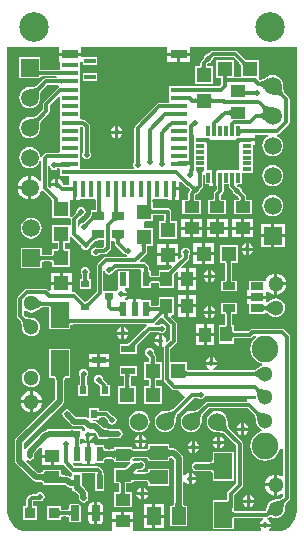
<source format=gbl>
G04*
G04 #@! TF.GenerationSoftware,Altium Limited,Altium Designer,20.2.6 (244)*
G04*
G04 Layer_Physical_Order=2*
G04 Layer_Color=16711680*
%FSLAX25Y25*%
%MOIN*%
G70*
G04*
G04 #@! TF.SameCoordinates,A6CCB582-D0B6-45E9-A08F-E2BB43E87EEB*
G04*
G04*
G04 #@! TF.FilePolarity,Positive*
G04*
G01*
G75*
%ADD14R,0.03937X0.03150*%
%ADD17C,0.01200*%
%ADD18C,0.01181*%
%ADD19C,0.02000*%
%ADD20C,0.06000*%
%ADD21C,0.08858*%
%ADD22C,0.05118*%
%ADD23C,0.05906*%
%ADD24R,0.05906X0.05906*%
%ADD25C,0.01968*%
%ADD26C,0.09843*%
%ADD27R,0.05118X0.03937*%
%ADD28R,0.02362X0.02756*%
%ADD29R,0.05512X0.03150*%
%ADD30R,0.05512X0.01575*%
%ADD31R,0.01575X0.05512*%
%ADD32R,0.03937X0.01575*%
%ADD33R,0.10630X0.10236*%
%ADD34R,0.01378X0.03347*%
%ADD35R,0.03150X0.01378*%
%ADD36R,0.05000X0.05000*%
%ADD37R,0.02362X0.04724*%
%ADD38R,0.05000X0.05000*%
%ADD39R,0.03937X0.05118*%
%ADD40R,0.06102X0.08661*%
%ADD41R,0.04724X0.02362*%
%ADD42R,0.02362X0.02362*%
G04:AMPARAMS|DCode=43|XSize=51.18mil|YSize=29.92mil|CornerRadius=3.74mil|HoleSize=0mil|Usage=FLASHONLY|Rotation=90.000|XOffset=0mil|YOffset=0mil|HoleType=Round|Shape=RoundedRectangle|*
%AMROUNDEDRECTD43*
21,1,0.05118,0.02244,0,0,90.0*
21,1,0.04370,0.02992,0,0,90.0*
1,1,0.00748,0.01122,0.02185*
1,1,0.00748,0.01122,-0.02185*
1,1,0.00748,-0.01122,-0.02185*
1,1,0.00748,-0.01122,0.02185*
%
%ADD43ROUNDEDRECTD43*%
%ADD44R,0.03543X0.03543*%
%ADD45R,0.05906X0.04724*%
%ADD46R,0.04724X0.05906*%
%ADD47R,0.04331X0.02559*%
%ADD48R,0.02756X0.02362*%
%ADD49R,0.02200X0.05000*%
G36*
X627480Y301000D02*
X627481Y300997D01*
X627357Y299736D01*
X626988Y298520D01*
X626389Y297399D01*
X625583Y296417D01*
X624601Y295611D01*
X623480Y295012D01*
X622264Y294643D01*
X621003Y294519D01*
X621000Y294520D01*
X618508D01*
X618356Y295020D01*
X618431Y295069D01*
X618869Y295726D01*
X618924Y296000D01*
X615076D01*
X615131Y295726D01*
X615569Y295069D01*
X615644Y295020D01*
X615492Y294520D01*
X573184D01*
X573099Y294984D01*
X573098Y295020D01*
Y297453D01*
X569539D01*
X565980D01*
Y295020D01*
X565980Y294984D01*
X565895Y294520D01*
X537500D01*
X537497Y294519D01*
X536236Y294643D01*
X535020Y295012D01*
X533899Y295611D01*
X532917Y296417D01*
X532111Y297399D01*
X531512Y298520D01*
X531143Y299736D01*
X531019Y300997D01*
X531020Y301000D01*
Y456000D01*
X548134D01*
Y453961D01*
X551890D01*
X555646D01*
Y456000D01*
X584354D01*
Y453961D01*
X588110D01*
X591866D01*
Y456000D01*
X627480D01*
Y301000D01*
D02*
G37*
%LPC*%
G36*
X607000Y454622D02*
X607000Y454622D01*
X599500D01*
X599500Y454622D01*
X599071Y454536D01*
X598707Y454293D01*
X598212Y453798D01*
X598165Y453779D01*
X598092Y453707D01*
X597967Y453591D01*
X597874Y453513D01*
X597851Y453497D01*
X597840Y453490D01*
X597822Y453481D01*
X597819Y453477D01*
X597421Y453398D01*
X596930Y453070D01*
X596602Y452579D01*
X596523Y452181D01*
X596519Y452178D01*
X596510Y452160D01*
X596503Y452149D01*
X596491Y452133D01*
X596289Y451903D01*
X596221Y451835D01*
X596202Y451788D01*
X595707Y451293D01*
X595464Y450929D01*
X595378Y450500D01*
X595378Y450500D01*
Y450146D01*
X595359Y450102D01*
X595353Y449891D01*
X595339Y449724D01*
X595317Y449591D01*
X595290Y449494D01*
X595265Y449433D01*
X595263Y449428D01*
X595243Y449426D01*
X595195Y449400D01*
X593500D01*
Y443400D01*
X599500D01*
Y449400D01*
X597805D01*
X597757Y449426D01*
X597737Y449428D01*
X597734Y449433D01*
X597710Y449494D01*
X597683Y449591D01*
X597661Y449724D01*
X597647Y449891D01*
X597642Y450056D01*
X597788Y450202D01*
X597835Y450221D01*
X597908Y450293D01*
X598033Y450409D01*
X598126Y450487D01*
X598149Y450503D01*
X598160Y450510D01*
X598178Y450519D01*
X598181Y450523D01*
X598579Y450602D01*
X599070Y450930D01*
X599398Y451421D01*
X599477Y451819D01*
X599481Y451822D01*
X599490Y451840D01*
X599497Y451851D01*
X599509Y451867D01*
X599711Y452097D01*
X599779Y452165D01*
X599798Y452212D01*
X599965Y452378D01*
X606535D01*
X608251Y450663D01*
X608267Y450620D01*
X608695Y450159D01*
X608841Y449977D01*
X608952Y449816D01*
X609000Y449732D01*
Y449362D01*
X608971Y449291D01*
X608988Y449250D01*
X608977Y449206D01*
X609000Y449170D01*
Y446022D01*
X606600D01*
Y451500D01*
X600600D01*
Y445500D01*
X602314D01*
X602327Y445438D01*
X602355Y445162D01*
X602359Y444988D01*
X602378Y444944D01*
Y443465D01*
X601685Y442771D01*
X592108D01*
X592063Y442791D01*
X591643Y442798D01*
X591366Y442815D01*
Y442937D01*
X590925D01*
X590854Y442966D01*
X590784Y442937D01*
X584854D01*
Y440681D01*
X584854Y440362D01*
X584854D01*
Y440181D01*
X584854D01*
Y437606D01*
X584486Y437288D01*
X584375Y437281D01*
X584162Y437279D01*
X584116Y437259D01*
X581754D01*
X581754Y437259D01*
X581324Y437174D01*
X580961Y436931D01*
X580961Y436931D01*
X573707Y429677D01*
X573464Y429313D01*
X573378Y428884D01*
X573378Y428884D01*
Y418096D01*
X573359Y418050D01*
X573358Y417947D01*
X573352Y417777D01*
X573341Y417656D01*
X573336Y417628D01*
X573333Y417615D01*
X573327Y417596D01*
X573327Y417592D01*
X573102Y417254D01*
X572987Y416675D01*
X573102Y416096D01*
X573358Y415712D01*
X573228Y415335D01*
X573137Y415212D01*
X555888D01*
X555842Y415232D01*
X555512Y415237D01*
X555274Y415446D01*
X555146Y415626D01*
X555146Y415878D01*
Y417815D01*
X555146Y418134D01*
X555146Y418634D01*
Y420571D01*
X555146Y420890D01*
X555146Y421390D01*
Y423327D01*
X555146Y423646D01*
X555146Y424146D01*
Y426083D01*
X555146Y426402D01*
X555146Y426902D01*
Y428839D01*
X555146Y429157D01*
X555539Y429415D01*
X555624Y429421D01*
X555836Y429422D01*
X555881Y429440D01*
X556378Y428943D01*
Y421421D01*
X556359Y421375D01*
X556358Y421272D01*
X556352Y421102D01*
X556341Y420981D01*
X556336Y420953D01*
X556333Y420940D01*
X556327Y420921D01*
X556327Y420917D01*
X556102Y420579D01*
X555987Y420000D01*
X556102Y419421D01*
X556430Y418930D01*
X556921Y418602D01*
X557500Y418487D01*
X558079Y418602D01*
X558570Y418930D01*
X558898Y419421D01*
X559013Y420000D01*
X558898Y420579D01*
X558673Y420917D01*
X558673Y420921D01*
X558667Y420940D01*
X558664Y420953D01*
X558661Y420973D01*
X558642Y421278D01*
X558641Y421375D01*
X558622Y421421D01*
Y429408D01*
X558536Y429837D01*
X558293Y430201D01*
X558293Y430201D01*
X557138Y431356D01*
X556774Y431599D01*
X556345Y431685D01*
X556345Y431685D01*
X555885D01*
X555839Y431704D01*
X555622Y431706D01*
X555438Y431716D01*
X555177Y432054D01*
X555146Y432172D01*
X555146Y432413D01*
Y434350D01*
X555146Y434669D01*
X555146Y435169D01*
Y437106D01*
X555146Y437425D01*
X555146Y437925D01*
Y440181D01*
X555146D01*
Y440362D01*
X555146D01*
Y442618D01*
X555146Y442937D01*
X555146Y443437D01*
Y445374D01*
X555146Y445693D01*
X555146Y446193D01*
Y448130D01*
X555146Y448449D01*
X555146Y448949D01*
Y450810D01*
X555646Y450886D01*
X556114Y450809D01*
Y450008D01*
X561051D01*
Y452583D01*
X556146D01*
X556114Y452583D01*
X555646Y452659D01*
Y452961D01*
X551890D01*
X548134D01*
Y450886D01*
X548634D01*
Y448949D01*
X548634Y448630D01*
X548266Y448311D01*
X548155Y448304D01*
X547942Y448303D01*
X547895Y448283D01*
X542699D01*
X542655Y448302D01*
X542442Y448308D01*
X542273Y448323D01*
X542138Y448345D01*
X542039Y448372D01*
X541976Y448397D01*
X541969Y448401D01*
X541967Y448421D01*
X541953Y448446D01*
Y452453D01*
X535047D01*
Y445547D01*
X541329D01*
X541373Y445522D01*
X541409Y445532D01*
X541444Y445518D01*
X541513Y445547D01*
X541953D01*
Y445936D01*
X542020Y445960D01*
X542117Y445981D01*
X542447Y446016D01*
X542653Y446020D01*
X542697Y446040D01*
X547256D01*
X547461Y445540D01*
X547448Y445527D01*
X543906D01*
X543476Y445442D01*
X543113Y445199D01*
X543113Y445199D01*
X541055Y443142D01*
X541016Y443128D01*
X540870Y443000D01*
X540726Y442902D01*
X540555Y442811D01*
X540355Y442729D01*
X540125Y442657D01*
X539866Y442597D01*
X539583Y442551D01*
X538904Y442498D01*
X538524Y442494D01*
X538497Y442482D01*
X537599Y442364D01*
X536759Y442016D01*
X536037Y441463D01*
X535484Y440741D01*
X535136Y439901D01*
X535017Y439000D01*
X535136Y438099D01*
X535484Y437259D01*
X536037Y436538D01*
X536759Y435984D01*
X537599Y435636D01*
X538500Y435518D01*
X539401Y435636D01*
X540241Y435984D01*
X540963Y436538D01*
X541516Y437259D01*
X541864Y438099D01*
X541980Y438983D01*
X541994Y439013D01*
X542017Y439764D01*
X542050Y440076D01*
X542097Y440366D01*
X542157Y440625D01*
X542229Y440855D01*
X542311Y441055D01*
X542402Y441226D01*
X542500Y441370D01*
X542628Y441516D01*
X542641Y441555D01*
X544370Y443284D01*
X547892D01*
X547937Y443264D01*
X548095Y443262D01*
X548430Y442827D01*
X548325Y442519D01*
X548223Y442498D01*
X547859Y442255D01*
X547859Y442255D01*
X543207Y437603D01*
X542964Y437239D01*
X542878Y436810D01*
X542878Y436810D01*
Y434965D01*
X541055Y433142D01*
X541016Y433128D01*
X540870Y433000D01*
X540726Y432902D01*
X540555Y432811D01*
X540355Y432729D01*
X540125Y432657D01*
X539866Y432597D01*
X539583Y432551D01*
X538904Y432498D01*
X538524Y432494D01*
X538497Y432482D01*
X537599Y432364D01*
X536759Y432016D01*
X536037Y431462D01*
X535484Y430741D01*
X535136Y429901D01*
X535017Y429000D01*
X535136Y428099D01*
X535484Y427259D01*
X536037Y426538D01*
X536759Y425984D01*
X537599Y425636D01*
X538500Y425518D01*
X539401Y425636D01*
X540241Y425984D01*
X540963Y426538D01*
X541516Y427259D01*
X541864Y428099D01*
X541980Y428983D01*
X541994Y429013D01*
X542017Y429764D01*
X542050Y430076D01*
X542097Y430366D01*
X542157Y430625D01*
X542229Y430855D01*
X542311Y431055D01*
X542402Y431226D01*
X542500Y431370D01*
X542628Y431516D01*
X542641Y431555D01*
X544793Y433707D01*
X544793Y433707D01*
X545036Y434071D01*
X545122Y434500D01*
Y436345D01*
X548172Y439396D01*
X548634Y439205D01*
X548634Y437606D01*
X548634Y437106D01*
Y435169D01*
X548634Y434850D01*
X548634Y434350D01*
Y432413D01*
X548634Y432094D01*
X548634Y431594D01*
Y429657D01*
X548634Y429339D01*
X548634Y428839D01*
Y426902D01*
X548634Y426583D01*
X548634Y426083D01*
Y424146D01*
X548634Y423827D01*
X548634Y423327D01*
Y421390D01*
X548634Y421071D01*
X548410Y420664D01*
X548150Y420644D01*
X547939Y420641D01*
X547893Y420622D01*
X544203D01*
X544203Y420622D01*
X543774Y420536D01*
X543410Y420293D01*
X543410Y420293D01*
X542707Y419590D01*
X542464Y419226D01*
X542460Y419206D01*
X541953Y419222D01*
X541864Y419901D01*
X541516Y420741D01*
X540963Y421462D01*
X540241Y422016D01*
X539401Y422364D01*
X538500Y422482D01*
X537599Y422364D01*
X536759Y422016D01*
X536037Y421462D01*
X535484Y420741D01*
X535136Y419901D01*
X535017Y419000D01*
X535136Y418099D01*
X535484Y417259D01*
X536037Y416538D01*
X536759Y415984D01*
X537599Y415636D01*
X538500Y415518D01*
X539401Y415636D01*
X540241Y415984D01*
X540963Y416538D01*
X541516Y417259D01*
X541864Y418099D01*
X541878Y418209D01*
X542378Y418177D01*
Y411221D01*
X542284Y411171D01*
X541878Y411090D01*
X541319Y411819D01*
X540493Y412453D01*
X539532Y412851D01*
X539000Y412921D01*
Y409000D01*
Y405079D01*
X539532Y405149D01*
X540493Y405547D01*
X541319Y406181D01*
X541953Y407007D01*
X542325Y407906D01*
X542341Y407918D01*
X542549Y407999D01*
X542866Y408048D01*
X545661Y405253D01*
X546000Y404900D01*
X545979Y404409D01*
X545971Y404388D01*
X545999Y404319D01*
X545999Y404316D01*
X546000Y404314D01*
Y398900D01*
X551842D01*
X552246Y398561D01*
X552278Y398515D01*
Y396885D01*
X552000Y396500D01*
X551778Y396500D01*
X546000D01*
Y390500D01*
X547717D01*
X547743Y390486D01*
X547761Y390484D01*
X547765Y390478D01*
X547790Y390416D01*
X547816Y390316D01*
X547839Y390181D01*
X547853Y390012D01*
X547859Y389798D01*
X547878Y389754D01*
Y389246D01*
X547859Y389202D01*
X547853Y388991D01*
X547839Y388824D01*
X547817Y388691D01*
X547790Y388594D01*
X547765Y388533D01*
X547763Y388528D01*
X547743Y388526D01*
X547695Y388500D01*
X546000D01*
Y386783D01*
X545986Y386757D01*
X545984Y386739D01*
X545978Y386735D01*
X545916Y386710D01*
X545816Y386684D01*
X545681Y386661D01*
X545512Y386647D01*
X545298Y386641D01*
X545254Y386621D01*
X543199D01*
X543155Y386641D01*
X542941Y386647D01*
X542772Y386661D01*
X542637Y386684D01*
X542537Y386710D01*
X542475Y386735D01*
X542469Y386739D01*
X542467Y386757D01*
X542453Y386783D01*
Y388953D01*
X535547D01*
Y382047D01*
X542453D01*
Y384217D01*
X542467Y384243D01*
X542469Y384261D01*
X542475Y384265D01*
X542537Y384290D01*
X542637Y384316D01*
X542772Y384339D01*
X542941Y384353D01*
X543155Y384359D01*
X543199Y384379D01*
X545254D01*
X545298Y384359D01*
X545512Y384353D01*
X545681Y384339D01*
X545816Y384316D01*
X545916Y384290D01*
X545978Y384265D01*
X545984Y384261D01*
X545986Y384243D01*
X546000Y384217D01*
Y382500D01*
X552000D01*
Y388500D01*
X550305D01*
X550257Y388526D01*
X550237Y388528D01*
X550235Y388533D01*
X550210Y388594D01*
X550183Y388691D01*
X550161Y388824D01*
X550147Y388991D01*
X550141Y389202D01*
X550122Y389246D01*
Y389754D01*
X550141Y389798D01*
X550147Y390012D01*
X550161Y390181D01*
X550184Y390316D01*
X550210Y390416D01*
X550235Y390478D01*
X550239Y390484D01*
X550257Y390486D01*
X550283Y390500D01*
X552000D01*
Y392661D01*
X552500Y392812D01*
X552607Y392652D01*
X555316Y389943D01*
X555335Y389896D01*
X555408Y389822D01*
X555524Y389698D01*
X555601Y389604D01*
X555618Y389581D01*
X555625Y389571D01*
X555634Y389552D01*
X555637Y389550D01*
X555717Y389152D01*
X556045Y388661D01*
X556535Y388333D01*
X557115Y388217D01*
X557694Y388333D01*
X558185Y388661D01*
X558513Y389152D01*
X558562Y389399D01*
X558834Y389707D01*
X558901Y389775D01*
X558920Y389822D01*
X559734Y390636D01*
X559778Y390653D01*
X560239Y391080D01*
X560421Y391226D01*
X560581Y391338D01*
X560665Y391386D01*
X561036D01*
X561107Y391356D01*
X561148Y391373D01*
X561191Y391363D01*
X561228Y391386D01*
X563378D01*
Y389465D01*
X562880Y388966D01*
X561642D01*
X561594Y388986D01*
X561101Y388983D01*
X561079Y388998D01*
X560500Y389113D01*
X559921Y388998D01*
X559430Y388670D01*
X559102Y388179D01*
X558987Y387600D01*
X559102Y387021D01*
X559430Y386530D01*
X559921Y386202D01*
X560500Y386087D01*
X561079Y386202D01*
X561570Y386530D01*
X561671Y386681D01*
X561694Y386685D01*
X561922Y386702D01*
X562015Y386703D01*
X562061Y386723D01*
X563344D01*
X563344Y386723D01*
X563774Y386808D01*
X564138Y387051D01*
X565293Y388207D01*
X565293Y388207D01*
X565536Y388571D01*
X565622Y389000D01*
X565622Y389000D01*
Y391179D01*
X566122Y391378D01*
X566878Y390621D01*
Y390400D01*
X566878Y390400D01*
X566964Y389971D01*
X567207Y389607D01*
X569237Y387577D01*
X569266Y387528D01*
X569277Y387525D01*
X569283Y387516D01*
X569329Y387485D01*
X569663Y387151D01*
X569663Y387151D01*
X570026Y386908D01*
X570233Y386867D01*
X570243Y386860D01*
X570243Y386860D01*
X570330Y386730D01*
X570821Y386402D01*
X570852Y386322D01*
X570511Y385822D01*
X563816D01*
X563816Y385822D01*
X563387Y385736D01*
X563023Y385493D01*
X563023Y385493D01*
X561107Y383577D01*
X560864Y383213D01*
X560778Y382784D01*
X560778Y382784D01*
Y374364D01*
X558104Y371690D01*
X558060Y371674D01*
X557598Y371244D01*
X557414Y371096D01*
X557252Y370983D01*
X557180Y370941D01*
X556946D01*
X556874Y370983D01*
X556718Y371092D01*
X556308Y371440D01*
X556073Y371667D01*
X556027Y371685D01*
X553919Y373793D01*
X553555Y374036D01*
X553126Y374122D01*
X553126Y374121D01*
X552500D01*
Y376600D01*
X549000D01*
X545500D01*
Y374793D01*
X545000Y374586D01*
X544760Y374826D01*
X544396Y375069D01*
X543967Y375155D01*
X543967Y375155D01*
X537484D01*
X537484Y375155D01*
X537055Y375069D01*
X536691Y374826D01*
X536691Y374826D01*
X534548Y372683D01*
X534305Y372319D01*
X534219Y371890D01*
X534219Y371890D01*
Y366159D01*
X534219Y366159D01*
X534305Y365730D01*
X534548Y365366D01*
X535313Y364601D01*
X535327Y364561D01*
X535445Y364428D01*
X535534Y364302D01*
X535616Y364157D01*
X535689Y363991D01*
X535753Y363804D01*
X535806Y363594D01*
X535847Y363369D01*
X535896Y362822D01*
X535900Y362519D01*
X535918Y362478D01*
X536020Y361701D01*
X536328Y360957D01*
X536818Y360318D01*
X537457Y359828D01*
X538201Y359520D01*
X539000Y359415D01*
X539799Y359520D01*
X540543Y359828D01*
X541182Y360318D01*
X541672Y360957D01*
X541980Y361701D01*
X542086Y362500D01*
X541980Y363299D01*
X541672Y364043D01*
X541182Y364682D01*
X540543Y365172D01*
X539799Y365480D01*
X539022Y365582D01*
X538981Y365600D01*
X538670Y365604D01*
X538393Y365621D01*
X538138Y365651D01*
X537906Y365694D01*
X537696Y365747D01*
X537509Y365811D01*
X537343Y365884D01*
X537198Y365966D01*
X537072Y366055D01*
X536939Y366173D01*
X536899Y366187D01*
X536462Y366624D01*
Y367885D01*
X536963Y368082D01*
X537457Y367702D01*
X538201Y367394D01*
X539000Y367288D01*
X539799Y367394D01*
X540543Y367702D01*
X541071Y368108D01*
X541143Y368134D01*
X541375Y368348D01*
X541591Y368529D01*
X541799Y368686D01*
X542000Y368820D01*
X542191Y368929D01*
X542373Y369016D01*
X542545Y369081D01*
X542707Y369126D01*
X542860Y369151D01*
X543035Y369161D01*
X543074Y369180D01*
X544203D01*
X544247Y369161D01*
X544460Y369155D01*
X544628Y369140D01*
X544763Y369118D01*
X544863Y369091D01*
X544925Y369066D01*
X544933Y369061D01*
X544935Y369041D01*
X544949Y369016D01*
Y361740D01*
X552051D01*
Y363195D01*
X552077Y363243D01*
X552079Y363263D01*
X552084Y363265D01*
X552145Y363290D01*
X552242Y363316D01*
X552376Y363339D01*
X552542Y363353D01*
X552753Y363359D01*
X552797Y363379D01*
X577364D01*
X577516Y362878D01*
X577388Y362793D01*
X577388Y362793D01*
X572262Y357667D01*
X572218Y357650D01*
X572059Y357499D01*
X571913Y357375D01*
X571771Y357269D01*
X571633Y357179D01*
X571500Y357106D01*
X571371Y357048D01*
X571247Y357005D01*
X571127Y356975D01*
X571009Y356957D01*
X570866Y356950D01*
X570806Y356921D01*
X568559D01*
Y353559D01*
X574283D01*
Y356289D01*
X574306Y356326D01*
X574296Y356369D01*
X574313Y356409D01*
X574292Y356459D01*
X574527Y356729D01*
X574674Y356879D01*
X574693Y356926D01*
X578646Y360878D01*
X581078D01*
X581125Y360859D01*
X581228Y360858D01*
X581398Y360852D01*
X581519Y360840D01*
X581547Y360836D01*
X581560Y360833D01*
X581579Y360827D01*
X581583Y360827D01*
X581921Y360602D01*
X582500Y360487D01*
X583079Y360602D01*
X583570Y360930D01*
X583898Y361421D01*
X584013Y362000D01*
X583898Y362579D01*
X583570Y363070D01*
X583079Y363398D01*
X582500Y363513D01*
X581921Y363398D01*
X581583Y363172D01*
X581579Y363173D01*
X581560Y363167D01*
X581547Y363164D01*
X581527Y363161D01*
X581221Y363142D01*
X581125Y363141D01*
X581078Y363122D01*
X580407D01*
X580256Y363621D01*
X580384Y363707D01*
X582368Y365692D01*
X582412Y365708D01*
X582424Y365720D01*
X582958Y365573D01*
X582977Y365551D01*
X583207Y365207D01*
X585378Y363035D01*
Y358465D01*
X584438Y357524D01*
X583978Y357771D01*
X584023Y358000D01*
X583869Y358774D01*
X583431Y359431D01*
X582774Y359869D01*
X582500Y359924D01*
Y358000D01*
Y356076D01*
X582733Y356123D01*
X582919Y356012D01*
X583178Y355800D01*
X583178Y355800D01*
Y345044D01*
X583178Y345044D01*
X583264Y344615D01*
X583507Y344251D01*
X585967Y341791D01*
X585967Y341791D01*
X586331Y341548D01*
X586760Y341463D01*
X586760Y341463D01*
X588037D01*
X589944Y339557D01*
X590161Y339067D01*
X586285Y335191D01*
X586245Y335177D01*
X586099Y335049D01*
X585954Y334951D01*
X585780Y334860D01*
X585576Y334777D01*
X585340Y334705D01*
X585073Y334645D01*
X584783Y334598D01*
X584083Y334545D01*
X583692Y334541D01*
X583666Y334530D01*
X582753Y334410D01*
X581902Y334057D01*
X581170Y333496D01*
X580609Y332765D01*
X580257Y331914D01*
X580136Y331000D01*
X580257Y330086D01*
X580609Y329235D01*
X581170Y328504D01*
X581902Y327943D01*
X582753Y327590D01*
X583667Y327470D01*
X584580Y327590D01*
X585432Y327943D01*
X586163Y328504D01*
X586724Y329235D01*
X587077Y330086D01*
X587195Y330986D01*
X587208Y331014D01*
X587231Y331787D01*
X587264Y332109D01*
X587311Y332407D01*
X587372Y332674D01*
X587444Y332909D01*
X587527Y333114D01*
X587618Y333287D01*
X587716Y333432D01*
X587844Y333578D01*
X587857Y333618D01*
X593127Y338888D01*
X594071D01*
X594117Y338868D01*
X594219Y338867D01*
X594387Y338861D01*
X594507Y338848D01*
X594533Y338844D01*
X594545Y338841D01*
X594565Y338834D01*
X594573Y338835D01*
X594921Y338602D01*
X595500Y338487D01*
X596079Y338602D01*
X596570Y338930D01*
X596898Y339421D01*
X596914Y339500D01*
X613892D01*
X613896Y339448D01*
X613900Y339145D01*
X613917Y339104D01*
X613947Y338876D01*
X613618Y338500D01*
X611000D01*
Y337621D01*
X598000D01*
X597809Y337584D01*
X597616Y337554D01*
X597595Y337541D01*
X597571Y337536D01*
X597409Y337428D01*
X597242Y337327D01*
X594930Y335207D01*
X594890Y335195D01*
X594742Y335077D01*
X594593Y334984D01*
X594413Y334895D01*
X594200Y334813D01*
X593954Y334740D01*
X593677Y334677D01*
X593373Y334626D01*
X592652Y334556D01*
X592247Y334540D01*
X592183Y334510D01*
X591420Y334410D01*
X590568Y334057D01*
X589837Y333496D01*
X589276Y332765D01*
X588923Y331914D01*
X588803Y331000D01*
X588923Y330086D01*
X589276Y329235D01*
X589837Y328504D01*
X590568Y327943D01*
X591420Y327590D01*
X592333Y327470D01*
X593247Y327590D01*
X594098Y327943D01*
X594830Y328504D01*
X595391Y329235D01*
X595743Y330086D01*
X595863Y331000D01*
X595852Y331085D01*
X595872Y331135D01*
X595864Y331517D01*
X595875Y331857D01*
X595902Y332170D01*
X595946Y332452D01*
X596005Y332705D01*
X596077Y332929D01*
X596161Y333123D01*
X596255Y333290D01*
X596360Y333432D01*
X596499Y333577D01*
X596500Y333580D01*
X596503Y333582D01*
X596517Y333619D01*
X598436Y335379D01*
X611287D01*
X613313Y333353D01*
X613327Y333313D01*
X613445Y333180D01*
X613534Y333054D01*
X613616Y332909D01*
X613689Y332743D01*
X613753Y332556D01*
X613806Y332346D01*
X613847Y332121D01*
X613896Y331574D01*
X613900Y331271D01*
X613917Y331230D01*
X614020Y330453D01*
X614328Y329709D01*
X614818Y329070D01*
X615457Y328580D01*
X616049Y328335D01*
X615981Y327822D01*
X615713Y327786D01*
X614514Y327290D01*
X613484Y326500D01*
X612694Y325470D01*
X612198Y324271D01*
X612028Y322984D01*
X612198Y321697D01*
X612694Y320498D01*
X613484Y319469D01*
X614514Y318679D01*
X615713Y318182D01*
X617000Y318012D01*
X618287Y318182D01*
X619486Y318679D01*
X620515Y319469D01*
X621306Y320498D01*
X621802Y321697D01*
X621842Y322000D01*
X623037D01*
Y312978D01*
X622589Y312757D01*
X622295Y312983D01*
X621429Y313341D01*
X621000Y313398D01*
Y309874D01*
Y306350D01*
X621429Y306407D01*
X622295Y306765D01*
X622589Y306991D01*
X623037Y306770D01*
Y306124D01*
X622601Y305687D01*
X622561Y305673D01*
X622428Y305555D01*
X622302Y305466D01*
X622157Y305384D01*
X621991Y305311D01*
X621804Y305247D01*
X621594Y305194D01*
X621369Y305153D01*
X620822Y305104D01*
X620519Y305100D01*
X620478Y305083D01*
X619701Y304980D01*
X618957Y304672D01*
X618318Y304182D01*
X617828Y303543D01*
X617520Y302799D01*
X617459Y302334D01*
X617427Y302296D01*
X617432Y302242D01*
X617406Y302194D01*
X617392Y302054D01*
X617368Y301937D01*
X617331Y301814D01*
X617280Y301686D01*
X617214Y301553D01*
X617132Y301413D01*
X617037Y301275D01*
X616911Y301121D01*
X607297D01*
X607253Y301141D01*
X607039Y301147D01*
X606871Y301161D01*
X606735Y301184D01*
X606636Y301210D01*
X606573Y301235D01*
X606567Y301239D01*
X606565Y301257D01*
X606551Y301283D01*
Y302272D01*
X606573Y302380D01*
X606573Y302380D01*
Y304225D01*
X606580Y304242D01*
X606592Y305443D01*
X606591Y305445D01*
X606592Y305448D01*
X606573Y305495D01*
Y306487D01*
X609293Y309207D01*
X609293Y309207D01*
X609536Y309571D01*
X609622Y310000D01*
Y323500D01*
X609536Y323929D01*
X609293Y324293D01*
X609293Y324293D01*
X605196Y328390D01*
X605182Y328430D01*
X605053Y328577D01*
X604954Y328723D01*
X604862Y328897D01*
X604779Y329101D01*
X604706Y329336D01*
X604645Y329602D01*
X604599Y329891D01*
X604545Y330587D01*
X604541Y330975D01*
X604530Y331001D01*
X604410Y331914D01*
X604057Y332765D01*
X603496Y333496D01*
X602765Y334057D01*
X601914Y334410D01*
X601000Y334530D01*
X600086Y334410D01*
X599235Y334057D01*
X598504Y333496D01*
X597943Y332765D01*
X597590Y331914D01*
X597470Y331000D01*
X597590Y330086D01*
X597943Y329235D01*
X598504Y328504D01*
X599235Y327943D01*
X600086Y327590D01*
X600986Y327472D01*
X601013Y327459D01*
X601782Y327435D01*
X602102Y327402D01*
X602398Y327355D01*
X602664Y327294D01*
X602898Y327221D01*
X603103Y327138D01*
X603277Y327046D01*
X603423Y326947D01*
X603570Y326818D01*
X603610Y326804D01*
X607378Y323035D01*
Y310465D01*
X604658Y307744D01*
X604415Y307380D01*
X604330Y306951D01*
X604330Y306951D01*
Y305506D01*
X604310Y305462D01*
X604305Y305249D01*
X604290Y305081D01*
X604268Y304946D01*
X604241Y304846D01*
X604216Y304784D01*
X604211Y304776D01*
X604191Y304774D01*
X604166Y304760D01*
X599449D01*
Y295098D01*
X606551D01*
Y298717D01*
X606565Y298743D01*
X606567Y298761D01*
X606573Y298765D01*
X606635Y298790D01*
X606735Y298816D01*
X606871Y298839D01*
X607039Y298853D01*
X607253Y298859D01*
X607297Y298879D01*
X616223D01*
X616273Y298378D01*
X616226Y298369D01*
X615569Y297931D01*
X615131Y297274D01*
X615076Y297000D01*
X618924D01*
X618869Y297274D01*
X618431Y297931D01*
X617774Y298369D01*
X617608Y298402D01*
Y298912D01*
X617869Y298964D01*
X618137Y299143D01*
X618229Y299177D01*
X618338Y299275D01*
X618420Y299337D01*
X618492Y299379D01*
X618553Y299405D01*
X618606Y299418D01*
X618654Y299422D01*
X618703Y299419D01*
X618759Y299407D01*
X618826Y299382D01*
X618931Y299327D01*
X618968Y299324D01*
X618996Y299312D01*
X619024Y299289D01*
X619047Y299291D01*
X619701Y299020D01*
X620500Y298915D01*
X621299Y299020D01*
X622043Y299328D01*
X622682Y299818D01*
X623172Y300457D01*
X623480Y301201D01*
X623583Y301978D01*
X623600Y302019D01*
X623604Y302330D01*
X623621Y302607D01*
X623651Y302861D01*
X623694Y303094D01*
X623747Y303304D01*
X623811Y303491D01*
X623884Y303657D01*
X623966Y303802D01*
X624055Y303928D01*
X624173Y304061D01*
X624187Y304101D01*
X624952Y304866D01*
X624952Y304866D01*
X625195Y305230D01*
X625281Y305659D01*
Y359297D01*
X625195Y359726D01*
X624952Y360090D01*
X624952Y360090D01*
X623452Y361590D01*
X623088Y361833D01*
X622659Y361918D01*
X622659Y361918D01*
X612751D01*
X612322Y361833D01*
X611958Y361590D01*
X611958Y361590D01*
X611490Y361122D01*
X607262D01*
X607218Y361141D01*
X607007Y361147D01*
X606840Y361161D01*
X606707Y361184D01*
X606609Y361210D01*
X606549Y361234D01*
X606544Y361237D01*
X606542Y361257D01*
X606516Y361305D01*
Y362572D01*
X606517Y362574D01*
X606516Y362577D01*
Y363099D01*
X606059D01*
X606033Y363113D01*
X606015Y363115D01*
X606011Y363121D01*
X605986Y363183D01*
X605959Y363282D01*
X605937Y363418D01*
X605922Y363587D01*
X605917Y363801D01*
X605897Y363844D01*
Y366234D01*
X605917Y366278D01*
X605922Y366492D01*
X605937Y366661D01*
X605959Y366796D01*
X605986Y366896D01*
X606011Y366958D01*
X606015Y366964D01*
X606033Y366966D01*
X606059Y366980D01*
X607441D01*
Y370539D01*
X602110D01*
Y366980D01*
X603492D01*
X603518Y366966D01*
X603537Y366964D01*
X603540Y366958D01*
X603565Y366896D01*
X603592Y366796D01*
X603614Y366661D01*
X603629Y366492D01*
X603635Y366278D01*
X603654Y366234D01*
Y363844D01*
X603635Y363801D01*
X603629Y363587D01*
X603614Y363418D01*
X603592Y363282D01*
X603565Y363183D01*
X603540Y363121D01*
X603537Y363115D01*
X603518Y363113D01*
X603492Y363099D01*
X601579D01*
Y356980D01*
X606516D01*
Y358695D01*
X606542Y358743D01*
X606544Y358763D01*
X606549Y358766D01*
X606609Y358790D01*
X606707Y358817D01*
X606840Y358839D01*
X607007Y358853D01*
X607218Y358859D01*
X607262Y358878D01*
X611954D01*
X611954Y358878D01*
X612384Y358964D01*
X612748Y359207D01*
X613216Y359675D01*
X613826D01*
X613996Y359175D01*
X613484Y358783D01*
X612694Y357754D01*
X612198Y356555D01*
X612028Y355268D01*
X612198Y353981D01*
X612694Y352782D01*
X613484Y351752D01*
X614514Y350962D01*
X615713Y350465D01*
X615981Y350430D01*
X616049Y349917D01*
X615457Y349672D01*
X614836Y349195D01*
X614795Y349179D01*
X614572Y348962D01*
X614364Y348778D01*
X614162Y348619D01*
X613968Y348485D01*
X613782Y348374D01*
X613604Y348287D01*
X613435Y348221D01*
X613275Y348176D01*
X613123Y348150D01*
X612946Y348140D01*
X612907Y348122D01*
X599777D01*
X599727Y348622D01*
X599774Y348631D01*
X600431Y349069D01*
X600869Y349726D01*
X600924Y350000D01*
X597076D01*
X597131Y349726D01*
X597569Y349069D01*
X598226Y348631D01*
X598273Y348622D01*
X598223Y348122D01*
X591646D01*
X591602Y348141D01*
X591388Y348147D01*
X591219Y348161D01*
X591084Y348184D01*
X590984Y348210D01*
X590922Y348235D01*
X590916Y348239D01*
X590914Y348257D01*
X590900Y348283D01*
Y351000D01*
X585422D01*
Y355335D01*
X587293Y357207D01*
X587536Y357571D01*
X587622Y358000D01*
X587622Y358000D01*
Y363500D01*
X587536Y363929D01*
X587293Y364293D01*
X587293Y364293D01*
X585645Y365941D01*
X585852Y366441D01*
X586469D01*
Y372559D01*
X581531D01*
Y369805D01*
X581505Y369757D01*
X581503Y369737D01*
X581498Y369735D01*
X581438Y369710D01*
X581340Y369684D01*
X581207Y369661D01*
X581040Y369647D01*
X580829Y369641D01*
X580786Y369621D01*
X579667D01*
X579624Y369641D01*
X579412Y369647D01*
X579246Y369661D01*
X579112Y369684D01*
X579015Y369710D01*
X578954Y369735D01*
X578949Y369737D01*
X578947Y369757D01*
X578921Y369805D01*
Y371441D01*
X575681D01*
Y371941D01*
X574000D01*
Y368579D01*
X573000D01*
Y371941D01*
X571319D01*
Y371441D01*
X570390D01*
X570238Y371941D01*
X570431Y372069D01*
X570869Y372726D01*
X570924Y373000D01*
X569000D01*
Y374000D01*
X570924D01*
X570869Y374274D01*
X570431Y374931D01*
X570238Y375059D01*
X570390Y375559D01*
X571441D01*
Y381283D01*
X568079D01*
Y375826D01*
X568079Y375559D01*
X567883Y375140D01*
X567569Y374931D01*
X567315Y374550D01*
X566815Y374681D01*
X566801Y374681D01*
X563059D01*
X563022Y375166D01*
Y381275D01*
X563522Y381325D01*
X563602Y380921D01*
X563930Y380430D01*
X564421Y380102D01*
X565000Y379987D01*
X565579Y380102D01*
X566070Y380430D01*
X566289Y380758D01*
X566551Y380994D01*
X566638Y381051D01*
X566837Y381251D01*
X567103Y381490D01*
X567106Y381497D01*
X567113Y381499D01*
X567135Y381549D01*
X567465Y381878D01*
X575294D01*
X575621Y381439D01*
X575618Y381404D01*
X575559Y381283D01*
X575559D01*
X575538Y380792D01*
X575530Y380771D01*
X575542Y380742D01*
X575533Y380712D01*
X575559Y380665D01*
Y375559D01*
X578921D01*
Y377116D01*
X578947Y377165D01*
X578949Y377184D01*
X578954Y377187D01*
X579015Y377211D01*
X579112Y377238D01*
X579246Y377260D01*
X579412Y377275D01*
X579624Y377280D01*
X579667Y377300D01*
X580786D01*
X580829Y377280D01*
X581043Y377275D01*
X581212Y377260D01*
X581348Y377238D01*
X581447Y377211D01*
X581509Y377186D01*
X581515Y377182D01*
X581517Y377164D01*
X581531Y377138D01*
Y375441D01*
X586469D01*
Y379229D01*
X586491Y379266D01*
X586481Y379309D01*
X586498Y379350D01*
X586469Y379420D01*
Y379792D01*
X586516Y379875D01*
X586624Y380030D01*
X586969Y380438D01*
X587194Y380671D01*
X587212Y380717D01*
X587617Y381121D01*
X588079Y380930D01*
Y379039D01*
X590547D01*
Y382099D01*
X589247D01*
X589056Y382560D01*
X591293Y384798D01*
X591293Y384798D01*
X591536Y385161D01*
X591622Y385591D01*
X591622Y385591D01*
Y386079D01*
X591641Y386125D01*
X591642Y386228D01*
X591648Y386398D01*
X591659Y386519D01*
X591664Y386547D01*
X591667Y386560D01*
X591673Y386579D01*
X591673Y386583D01*
X591898Y386921D01*
X592013Y387500D01*
X591898Y388079D01*
X591570Y388570D01*
X591079Y388898D01*
X590500Y389013D01*
X589921Y388898D01*
X589430Y388570D01*
X589102Y388079D01*
X588987Y387500D01*
X589102Y386921D01*
X589327Y386583D01*
X589327Y386579D01*
X589333Y386560D01*
X589336Y386547D01*
X589339Y386527D01*
X589358Y386222D01*
X589359Y386125D01*
X589378Y386079D01*
Y386055D01*
X588462Y385139D01*
X588000Y385330D01*
Y386100D01*
X585000D01*
Y383100D01*
X585770D01*
X585961Y382638D01*
X585632Y382308D01*
X585588Y382292D01*
X585128Y381865D01*
X584945Y381719D01*
X584785Y381607D01*
X584701Y381559D01*
X584330D01*
X584259Y381588D01*
X584218Y381571D01*
X584175Y381582D01*
X584138Y381559D01*
X581531D01*
Y379704D01*
X581517Y379678D01*
X581515Y379660D01*
X581509Y379657D01*
X581447Y379631D01*
X581348Y379605D01*
X581212Y379583D01*
X581043Y379568D01*
X580829Y379562D01*
X580786Y379543D01*
X579667D01*
X579624Y379562D01*
X579412Y379568D01*
X579246Y379583D01*
X579112Y379605D01*
X579015Y379631D01*
X578954Y379656D01*
X578949Y379659D01*
X578947Y379678D01*
X578921Y379726D01*
Y380665D01*
X578947Y380712D01*
X578938Y380742D01*
X578951Y380771D01*
X578921Y380842D01*
Y381283D01*
X578516D01*
X578471Y381308D01*
X578448Y381369D01*
X578422Y381469D01*
X578401Y381604D01*
X578386Y381773D01*
X578381Y381985D01*
X578362Y382029D01*
Y382297D01*
X578362Y382297D01*
X578276Y382726D01*
X578033Y383090D01*
X578033Y383090D01*
X577330Y383793D01*
X576966Y384036D01*
X576537Y384122D01*
X576537Y384121D01*
X575361D01*
X575170Y384583D01*
X577293Y386707D01*
X577293Y386707D01*
X577536Y387071D01*
X577622Y387500D01*
X577622Y387500D01*
Y388754D01*
X577641Y388798D01*
X577647Y389012D01*
X577661Y389181D01*
X577684Y389316D01*
X577710Y389416D01*
X577735Y389478D01*
X577739Y389484D01*
X577757Y389486D01*
X577783Y389500D01*
X579500D01*
Y395500D01*
X576500D01*
Y397500D01*
X576900Y397900D01*
X579500D01*
Y399717D01*
X579514Y399743D01*
X579516Y399761D01*
X579522Y399765D01*
X579584Y399790D01*
X579684Y399816D01*
X579819Y399839D01*
X579988Y399853D01*
X580202Y399859D01*
X580246Y399879D01*
X583378D01*
Y398746D01*
X583359Y398702D01*
X583353Y398488D01*
X583339Y398319D01*
X583316Y398184D01*
X583290Y398084D01*
X583265Y398022D01*
X583261Y398016D01*
X583243Y398014D01*
X583217Y398000D01*
X581500D01*
Y392000D01*
X587500D01*
Y398000D01*
X585783D01*
X585757Y398014D01*
X585739Y398016D01*
X585735Y398022D01*
X585710Y398084D01*
X585684Y398184D01*
X585661Y398319D01*
X585647Y398488D01*
X585641Y398702D01*
X585622Y398746D01*
Y401000D01*
X585536Y401429D01*
X585293Y401793D01*
X584929Y402036D01*
X584500Y402121D01*
X580246D01*
X580202Y402141D01*
X579988Y402147D01*
X579819Y402161D01*
X579684Y402184D01*
X579584Y402210D01*
X579522Y402235D01*
X579516Y402239D01*
X579514Y402257D01*
X579500Y402283D01*
Y403317D01*
X579529Y403388D01*
X579500Y403458D01*
X579500Y403497D01*
X579505Y403549D01*
X579500Y403900D01*
X579442D01*
X579410Y404380D01*
X579409Y404591D01*
X579401Y404609D01*
X579409Y404626D01*
X579414Y404956D01*
X579623Y405194D01*
X579803Y405323D01*
X580055Y405323D01*
X581992D01*
X582311Y405323D01*
X582811Y405323D01*
X584748D01*
Y404823D01*
X586035D01*
Y408579D01*
X586535D01*
Y409079D01*
X588323D01*
Y410938D01*
X588785Y411129D01*
X590516Y409398D01*
X590516Y409398D01*
X590879Y409155D01*
X591285Y409075D01*
X591833Y408526D01*
X591837Y407923D01*
X591707Y407793D01*
X591464Y407429D01*
X591378Y407000D01*
X591378Y407000D01*
Y405761D01*
X591359Y405718D01*
X591353Y405504D01*
X591339Y405335D01*
X591316Y405200D01*
X591290Y405100D01*
X591265Y405038D01*
X591261Y405032D01*
X591243Y405030D01*
X591217Y405016D01*
X589402D01*
Y400079D01*
X595520D01*
Y405016D01*
X593783D01*
X593757Y405030D01*
X593739Y405032D01*
X593735Y405038D01*
X593710Y405100D01*
X593684Y405200D01*
X593661Y405335D01*
X593647Y405504D01*
X593641Y405718D01*
X593622Y405761D01*
Y406523D01*
X593648Y406534D01*
X593721Y406606D01*
X593846Y406722D01*
X593939Y406800D01*
X593962Y406816D01*
X593973Y406823D01*
X593991Y406832D01*
X593994Y406836D01*
X594392Y406915D01*
X594883Y407243D01*
X595211Y407734D01*
X595290Y408132D01*
X595294Y408135D01*
X595303Y408153D01*
X595310Y408164D01*
X595322Y408180D01*
X595524Y408410D01*
X595592Y408478D01*
X595611Y408525D01*
X595919Y408833D01*
X595919Y408833D01*
X596162Y409197D01*
X596247Y409626D01*
Y413144D01*
X596264Y413182D01*
X596267Y413188D01*
X596664Y413457D01*
X596781Y413474D01*
X596890Y413416D01*
Y410051D01*
X598358D01*
Y409551D01*
X599547D01*
Y412224D01*
X600547D01*
Y409551D01*
X600874D01*
X600875Y409361D01*
X600894Y409314D01*
Y408480D01*
X600207Y407793D01*
X599964Y407429D01*
X599878Y407000D01*
X599878Y407000D01*
Y405762D01*
X599859Y405718D01*
X599853Y405507D01*
X599839Y405340D01*
X599817Y405207D01*
X599790Y405109D01*
X599765Y405049D01*
X599763Y405044D01*
X599743Y405042D01*
X599695Y405016D01*
X597902D01*
Y400079D01*
X604020D01*
Y405016D01*
X602305D01*
X602257Y405042D01*
X602237Y405044D01*
X602235Y405049D01*
X602210Y405109D01*
X602183Y405207D01*
X602161Y405340D01*
X602147Y405507D01*
X602141Y405718D01*
X602122Y405762D01*
Y406535D01*
X602809Y407223D01*
X602809Y407223D01*
X603052Y407587D01*
X603137Y408016D01*
X603137Y408016D01*
Y409309D01*
X603157Y409354D01*
X603168Y410051D01*
X604790D01*
X604811Y409723D01*
X604812Y409545D01*
X604850Y409454D01*
X604917Y409118D01*
X605160Y408754D01*
X605928Y407986D01*
X605947Y407939D01*
X606020Y407865D01*
X606135Y407741D01*
X606213Y407647D01*
X606230Y407624D01*
X606236Y407614D01*
X606246Y407595D01*
X606249Y407593D01*
X606328Y407195D01*
X606656Y406704D01*
X607147Y406376D01*
X607546Y406296D01*
X607548Y406293D01*
X607566Y406284D01*
X607577Y406277D01*
X607593Y406265D01*
X607823Y406062D01*
X607892Y405994D01*
X607938Y405975D01*
X608356Y405558D01*
X608353Y405457D01*
X608339Y405288D01*
X608316Y405152D01*
X608290Y405053D01*
X608265Y404991D01*
X608261Y404985D01*
X608243Y404983D01*
X608217Y404969D01*
X606441D01*
Y400032D01*
X612559D01*
Y404969D01*
X610783D01*
X610757Y404983D01*
X610739Y404985D01*
X610735Y404991D01*
X610710Y405053D01*
X610684Y405152D01*
X610661Y405288D01*
X610647Y405457D01*
X610641Y405671D01*
X610622Y405714D01*
Y406000D01*
X610622Y406000D01*
X610536Y406429D01*
X610293Y406793D01*
X609525Y407561D01*
X609506Y407608D01*
X609433Y407682D01*
X609317Y407806D01*
X609240Y407900D01*
X609223Y407923D01*
X609216Y407934D01*
X609207Y407952D01*
X609204Y407954D01*
X609125Y408353D01*
X608797Y408844D01*
X608306Y409172D01*
X607907Y409251D01*
X607904Y409254D01*
X607886Y409264D01*
X607876Y409270D01*
X607860Y409282D01*
X607630Y409485D01*
X607563Y409551D01*
X607562Y409625D01*
X607857Y410051D01*
X609110D01*
Y413882D01*
X609315D01*
Y413890D01*
X612949D01*
Y415858D01*
Y419795D01*
Y423232D01*
X613449D01*
Y424421D01*
X610874D01*
Y425421D01*
X613449D01*
Y426610D01*
X613931Y426654D01*
X617993D01*
X618092Y426154D01*
X617759Y426016D01*
X617037Y425462D01*
X616484Y424741D01*
X616136Y423901D01*
X616017Y423000D01*
X616136Y422099D01*
X616484Y421259D01*
X617037Y420538D01*
X617759Y419984D01*
X618599Y419636D01*
X619500Y419518D01*
X620401Y419636D01*
X621241Y419984D01*
X621962Y420538D01*
X622516Y421259D01*
X622864Y422099D01*
X622983Y423000D01*
X622864Y423901D01*
X622516Y424741D01*
X621962Y425462D01*
X621241Y426016D01*
X620881Y426165D01*
X620932Y426685D01*
X621205Y426739D01*
X621569Y426982D01*
X624793Y430207D01*
X625036Y430571D01*
X625122Y431000D01*
X625122Y431000D01*
Y438500D01*
X625122Y438500D01*
X625036Y438929D01*
X624793Y439293D01*
X624793Y439293D01*
X623641Y440445D01*
X623628Y440484D01*
X623500Y440630D01*
X623402Y440774D01*
X623311Y440945D01*
X623229Y441145D01*
X623157Y441375D01*
X623097Y441634D01*
X623051Y441917D01*
X622998Y442596D01*
X622994Y442976D01*
X622982Y443003D01*
X622864Y443901D01*
X622516Y444741D01*
X621962Y445463D01*
X621241Y446016D01*
X620401Y446364D01*
X619500Y446483D01*
X618599Y446364D01*
X617759Y446016D01*
X617677Y445953D01*
X617618Y445944D01*
X616904Y445507D01*
X616594Y445336D01*
X616016Y445055D01*
X615773Y444957D01*
X615550Y444882D01*
X615355Y444832D01*
X615190Y444803D01*
X615183Y444803D01*
X614850Y445137D01*
X615000Y445500D01*
X615000D01*
Y451500D01*
X611330D01*
X611294Y451523D01*
X611250Y451512D01*
X611209Y451529D01*
X611138Y451500D01*
X610768D01*
X610684Y451548D01*
X610529Y451655D01*
X610121Y452001D01*
X609888Y452226D01*
X609842Y452244D01*
X607793Y454293D01*
X607429Y454536D01*
X607000Y454622D01*
D02*
G37*
G36*
X591866Y452961D02*
X588610D01*
Y450886D01*
X591866D01*
Y452961D01*
D02*
G37*
G36*
X587610D02*
X584354D01*
Y450886D01*
X587610D01*
Y452961D01*
D02*
G37*
G36*
X561051Y447071D02*
X556114D01*
Y444496D01*
X561051D01*
Y447071D01*
D02*
G37*
G36*
X568000Y429424D02*
Y428000D01*
X569424D01*
X569369Y428274D01*
X568931Y428931D01*
X568274Y429369D01*
X568000Y429424D01*
D02*
G37*
G36*
X567000D02*
X566726Y429369D01*
X566069Y428931D01*
X565631Y428274D01*
X565576Y428000D01*
X567000D01*
Y429424D01*
D02*
G37*
G36*
X569424Y427000D02*
X568000D01*
Y425576D01*
X568274Y425631D01*
X568931Y426069D01*
X569369Y426726D01*
X569424Y427000D01*
D02*
G37*
G36*
X567000D02*
X565576D01*
X565631Y426726D01*
X566069Y426069D01*
X566726Y425631D01*
X567000Y425576D01*
Y427000D01*
D02*
G37*
G36*
X619500Y416482D02*
X618599Y416364D01*
X617759Y416016D01*
X617037Y415462D01*
X616484Y414741D01*
X616136Y413901D01*
X616017Y413000D01*
X616136Y412099D01*
X616484Y411259D01*
X617037Y410537D01*
X617759Y409984D01*
X618599Y409636D01*
X619500Y409517D01*
X620401Y409636D01*
X621241Y409984D01*
X621962Y410537D01*
X622516Y411259D01*
X622864Y412099D01*
X622983Y413000D01*
X622864Y413901D01*
X622516Y414741D01*
X621962Y415462D01*
X621241Y416016D01*
X620401Y416364D01*
X619500Y416482D01*
D02*
G37*
G36*
X538000Y412921D02*
X537468Y412851D01*
X536507Y412453D01*
X535681Y411819D01*
X535047Y410993D01*
X534649Y410032D01*
X534579Y409500D01*
X538000D01*
Y412921D01*
D02*
G37*
G36*
Y408500D02*
X534579D01*
X534649Y407968D01*
X535047Y407007D01*
X535681Y406181D01*
X536507Y405547D01*
X537468Y405149D01*
X538000Y405079D01*
Y408500D01*
D02*
G37*
G36*
X588323Y408079D02*
X587035D01*
Y404823D01*
X588323D01*
Y408079D01*
D02*
G37*
G36*
X619500Y406483D02*
X618599Y406364D01*
X617759Y406016D01*
X617037Y405463D01*
X616484Y404741D01*
X616136Y403901D01*
X616017Y403000D01*
X616136Y402099D01*
X616484Y401259D01*
X617037Y400537D01*
X617759Y399984D01*
X618599Y399636D01*
X619500Y399517D01*
X620401Y399636D01*
X621241Y399984D01*
X621962Y400537D01*
X622516Y401259D01*
X622864Y402099D01*
X622983Y403000D01*
X622864Y403901D01*
X622516Y404741D01*
X621962Y405463D01*
X621241Y406016D01*
X620401Y406364D01*
X619500Y406483D01*
D02*
G37*
G36*
X604559Y398468D02*
X601500D01*
Y396000D01*
X604559D01*
Y398468D01*
D02*
G37*
G36*
X596059D02*
X593000D01*
Y396000D01*
X596059D01*
Y398468D01*
D02*
G37*
G36*
X592000D02*
X588941D01*
Y396000D01*
X592000D01*
Y398468D01*
D02*
G37*
G36*
X600500D02*
X597441D01*
Y396000D01*
X600500D01*
Y398468D01*
D02*
G37*
G36*
X613098Y398421D02*
X610039D01*
Y395953D01*
X613098D01*
Y398421D01*
D02*
G37*
G36*
X609039D02*
X605980D01*
Y395953D01*
X609039D01*
Y398421D01*
D02*
G37*
G36*
X623453Y396953D02*
X620000D01*
Y393500D01*
X623453D01*
Y396953D01*
D02*
G37*
G36*
X619000D02*
X615547D01*
Y393500D01*
X619000D01*
Y396953D01*
D02*
G37*
G36*
X604559Y395000D02*
X601500D01*
Y392531D01*
X604559D01*
Y395000D01*
D02*
G37*
G36*
X600500D02*
X597441D01*
Y392531D01*
X600500D01*
Y395000D01*
D02*
G37*
G36*
X596059D02*
X593000D01*
Y392531D01*
X596059D01*
Y395000D01*
D02*
G37*
G36*
X592000D02*
X588941D01*
Y392531D01*
X592000D01*
Y395000D01*
D02*
G37*
G36*
X613098Y394953D02*
X610039D01*
Y392484D01*
X613098D01*
Y394953D01*
D02*
G37*
G36*
X609039D02*
X605980D01*
Y392484D01*
X609039D01*
Y394953D01*
D02*
G37*
G36*
X539000Y398983D02*
X538099Y398864D01*
X537259Y398516D01*
X536538Y397962D01*
X535984Y397241D01*
X535636Y396401D01*
X535518Y395500D01*
X535636Y394599D01*
X535984Y393759D01*
X536538Y393038D01*
X537259Y392484D01*
X538099Y392136D01*
X539000Y392018D01*
X539901Y392136D01*
X540741Y392484D01*
X541463Y393038D01*
X542016Y393759D01*
X542364Y394599D01*
X542483Y395500D01*
X542364Y396401D01*
X542016Y397241D01*
X541463Y397962D01*
X540741Y398516D01*
X539901Y398864D01*
X539000Y398983D01*
D02*
G37*
G36*
X623453Y392500D02*
X620000D01*
Y389047D01*
X623453D01*
Y392500D01*
D02*
G37*
G36*
X619000D02*
X615547D01*
Y389047D01*
X619000D01*
Y392500D01*
D02*
G37*
G36*
X611500Y390424D02*
Y389000D01*
X612924D01*
X612869Y389274D01*
X612431Y389931D01*
X611774Y390369D01*
X611500Y390424D01*
D02*
G37*
G36*
X610500D02*
X610226Y390369D01*
X609569Y389931D01*
X609131Y389274D01*
X609076Y389000D01*
X610500D01*
Y390424D01*
D02*
G37*
G36*
X600000Y390500D02*
X597000D01*
Y387500D01*
X600000D01*
Y390500D01*
D02*
G37*
G36*
X596000D02*
X593000D01*
Y387500D01*
X596000D01*
Y390500D01*
D02*
G37*
G36*
X588000Y390100D02*
X585000D01*
Y387100D01*
X588000D01*
Y390100D01*
D02*
G37*
G36*
X584000D02*
X581000D01*
Y387100D01*
X584000D01*
Y390100D01*
D02*
G37*
G36*
X612924Y388000D02*
X611500D01*
Y386576D01*
X611774Y386631D01*
X612431Y387069D01*
X612869Y387726D01*
X612924Y388000D01*
D02*
G37*
G36*
X610500D02*
X609076D01*
X609131Y387726D01*
X609569Y387069D01*
X610226Y386631D01*
X610500Y386576D01*
Y388000D01*
D02*
G37*
G36*
X600000Y386500D02*
X597000D01*
Y383500D01*
X600000D01*
Y386500D01*
D02*
G37*
G36*
X596000D02*
X593000D01*
Y383500D01*
X596000D01*
Y386500D01*
D02*
G37*
G36*
X584000Y386100D02*
X581000D01*
Y383100D01*
X584000D01*
Y386100D01*
D02*
G37*
G36*
X599000Y381424D02*
Y380000D01*
X600424D01*
X600369Y380274D01*
X599931Y380931D01*
X599274Y381369D01*
X599000Y381424D01*
D02*
G37*
G36*
X598000D02*
X597726Y381369D01*
X597069Y380931D01*
X596631Y380274D01*
X596576Y380000D01*
X598000D01*
Y381424D01*
D02*
G37*
G36*
X594016Y382099D02*
X591547D01*
Y379039D01*
X594016D01*
Y382099D01*
D02*
G37*
G36*
X552500Y380600D02*
X549500D01*
Y377600D01*
X552500D01*
Y380600D01*
D02*
G37*
G36*
X548500D02*
X545500D01*
Y377600D01*
X548500D01*
Y380600D01*
D02*
G37*
G36*
X600424Y379000D02*
X599000D01*
Y377576D01*
X599274Y377631D01*
X599931Y378069D01*
X600369Y378726D01*
X600424Y379000D01*
D02*
G37*
G36*
X598000D02*
X596576D01*
X596631Y378726D01*
X597069Y378069D01*
X597726Y377631D01*
X598000Y377576D01*
Y379000D01*
D02*
G37*
G36*
X621000Y380398D02*
Y377374D01*
X624024D01*
X623967Y377803D01*
X623609Y378669D01*
X623038Y379412D01*
X622295Y379983D01*
X621429Y380341D01*
X621000Y380398D01*
D02*
G37*
G36*
X557000Y382513D02*
X556421Y382398D01*
X555930Y382070D01*
X555602Y381579D01*
X555487Y381000D01*
X555602Y380421D01*
X555861Y380033D01*
X555864Y380025D01*
X555866Y380015D01*
X555869Y379998D01*
X555890Y379696D01*
X555890Y379601D01*
X555894Y379593D01*
X555891Y379584D01*
X555910Y379543D01*
Y379167D01*
X555891Y379123D01*
X555885Y378910D01*
X555870Y378741D01*
X555848Y378605D01*
X555821Y378506D01*
X555796Y378444D01*
X555792Y378437D01*
X555774Y378435D01*
X555748Y378421D01*
X555185D01*
Y375059D01*
X558941D01*
Y378421D01*
X558315D01*
X558289Y378435D01*
X558271Y378437D01*
X558267Y378444D01*
X558242Y378505D01*
X558215Y378605D01*
X558193Y378741D01*
X558178Y378910D01*
X558173Y379123D01*
X558153Y379167D01*
Y379598D01*
X558173Y379642D01*
X558179Y379930D01*
X558189Y380051D01*
X558194Y380082D01*
X558197Y380097D01*
X558203Y380117D01*
X558202Y380127D01*
X558398Y380421D01*
X558513Y381000D01*
X558398Y381579D01*
X558070Y382070D01*
X557579Y382398D01*
X557000Y382513D01*
D02*
G37*
G36*
X594016Y378039D02*
X591547D01*
Y374980D01*
X594016D01*
Y378039D01*
D02*
G37*
G36*
X590547D02*
X588079D01*
Y374980D01*
X590547D01*
Y378039D01*
D02*
G37*
G36*
X607900Y390000D02*
X601900D01*
Y384000D01*
X603492D01*
X603518Y383986D01*
X603537Y383984D01*
X603540Y383978D01*
X603565Y383916D01*
X603592Y383816D01*
X603614Y383681D01*
X603629Y383512D01*
X603635Y383298D01*
X603654Y383254D01*
Y378766D01*
X603635Y378722D01*
X603629Y378508D01*
X603614Y378339D01*
X603592Y378204D01*
X603565Y378104D01*
X603540Y378042D01*
X603537Y378036D01*
X603518Y378034D01*
X603492Y378020D01*
X602110D01*
Y374461D01*
X607441D01*
Y378020D01*
X606059D01*
X606033Y378034D01*
X606015Y378036D01*
X606011Y378042D01*
X605986Y378104D01*
X605959Y378204D01*
X605937Y378339D01*
X605922Y378508D01*
X605917Y378722D01*
X605897Y378766D01*
Y383254D01*
X605917Y383298D01*
X605922Y383512D01*
X605937Y383681D01*
X605959Y383816D01*
X605986Y383916D01*
X606011Y383978D01*
X606015Y383984D01*
X606033Y383986D01*
X606059Y384000D01*
X607900D01*
Y390000D01*
D02*
G37*
G36*
X624024Y376374D02*
X621000D01*
Y373350D01*
X621429Y373407D01*
X622295Y373765D01*
X623038Y374336D01*
X623609Y375079D01*
X623967Y375945D01*
X624024Y376374D01*
D02*
G37*
G36*
X620000Y380398D02*
X619571Y380341D01*
X618705Y379983D01*
X617962Y379412D01*
X617391Y378669D01*
X617256Y378343D01*
X616890Y378020D01*
X616624Y378020D01*
X611559D01*
Y374780D01*
X611059D01*
Y373000D01*
X614224D01*
X617390D01*
Y374260D01*
X617890Y374429D01*
X617962Y374336D01*
X618705Y373765D01*
X619571Y373407D01*
X620000Y373350D01*
Y376874D01*
Y380398D01*
D02*
G37*
G36*
X620500Y372085D02*
X619701Y371980D01*
X618957Y371672D01*
X618318Y371182D01*
X618257Y371101D01*
X618195Y371074D01*
X617987Y370852D01*
X617890Y370758D01*
X617554Y370851D01*
X617390Y370979D01*
Y372000D01*
X614224D01*
X611059D01*
Y370220D01*
X611559D01*
Y366980D01*
X616890D01*
Y367156D01*
X616921Y367211D01*
X617199Y367415D01*
X617390Y367474D01*
X617522Y367400D01*
X617721Y367272D01*
X618166Y366928D01*
X618399Y366721D01*
X618484Y366691D01*
X618957Y366328D01*
X619701Y366020D01*
X620500Y365915D01*
X621299Y366020D01*
X622043Y366328D01*
X622682Y366818D01*
X623172Y367457D01*
X623480Y368201D01*
X623586Y369000D01*
X623480Y369799D01*
X623172Y370543D01*
X622682Y371182D01*
X622043Y371672D01*
X621299Y371980D01*
X620500Y372085D01*
D02*
G37*
G36*
X594016Y373098D02*
X591547D01*
Y370039D01*
X594016D01*
Y373098D01*
D02*
G37*
G36*
X590547D02*
X588079D01*
Y370039D01*
X590547D01*
Y373098D01*
D02*
G37*
G36*
X599000Y369424D02*
Y368000D01*
X600424D01*
X600369Y368274D01*
X599931Y368931D01*
X599274Y369369D01*
X599000Y369424D01*
D02*
G37*
G36*
X598000D02*
X597726Y369369D01*
X597069Y368931D01*
X596631Y368274D01*
X596576Y368000D01*
X598000D01*
Y369424D01*
D02*
G37*
G36*
X594016Y369039D02*
X591547D01*
Y365980D01*
X594016D01*
Y369039D01*
D02*
G37*
G36*
X590547D02*
X588079D01*
Y365980D01*
X590547D01*
Y369039D01*
D02*
G37*
G36*
X600424Y367000D02*
X599000D01*
Y365576D01*
X599274Y365631D01*
X599931Y366069D01*
X600369Y366726D01*
X600424Y367000D01*
D02*
G37*
G36*
X598000D02*
X596576D01*
X596631Y366726D01*
X597069Y366069D01*
X597726Y365631D01*
X598000Y365576D01*
Y367000D01*
D02*
G37*
G36*
X570000Y362424D02*
Y361000D01*
X571424D01*
X571369Y361274D01*
X570931Y361931D01*
X570274Y362369D01*
X570000Y362424D01*
D02*
G37*
G36*
X569000D02*
X568726Y362369D01*
X568069Y361931D01*
X567631Y361274D01*
X567576Y361000D01*
X569000D01*
Y362424D01*
D02*
G37*
G36*
X599968Y363559D02*
X597500D01*
Y360500D01*
X599968D01*
Y363559D01*
D02*
G37*
G36*
X596500D02*
X594031D01*
Y360500D01*
X596500D01*
Y363559D01*
D02*
G37*
G36*
X571424Y360000D02*
X570000D01*
Y358576D01*
X570274Y358631D01*
X570931Y359069D01*
X571369Y359726D01*
X571424Y360000D01*
D02*
G37*
G36*
X569000D02*
X567576D01*
X567631Y359726D01*
X568069Y359069D01*
X568726Y358631D01*
X569000Y358576D01*
Y360000D01*
D02*
G37*
G36*
X581500Y359924D02*
X581226Y359869D01*
X580569Y359431D01*
X580131Y358774D01*
X580076Y358500D01*
X581500D01*
Y359924D01*
D02*
G37*
G36*
X599968Y359500D02*
X597500D01*
Y356441D01*
X599968D01*
Y359500D01*
D02*
G37*
G36*
X596500D02*
X594031D01*
Y356441D01*
X596500D01*
Y359500D01*
D02*
G37*
G36*
X581500Y357500D02*
X580076D01*
X580131Y357226D01*
X580569Y356569D01*
X581226Y356131D01*
X581500Y356076D01*
Y357500D01*
D02*
G37*
G36*
X564941Y353681D02*
X562079D01*
Y352000D01*
X564941D01*
Y353681D01*
D02*
G37*
G36*
X561079D02*
X558217D01*
Y352000D01*
X561079D01*
Y353681D01*
D02*
G37*
G36*
X599500Y352424D02*
Y351000D01*
X600924D01*
X600869Y351274D01*
X600431Y351931D01*
X599774Y352369D01*
X599500Y352424D01*
D02*
G37*
G36*
X598500D02*
X598226Y352369D01*
X597569Y351931D01*
X597131Y351274D01*
X597076Y351000D01*
X598500D01*
Y352424D01*
D02*
G37*
G36*
X564941Y351000D02*
X562079D01*
Y349319D01*
X564941D01*
Y351000D01*
D02*
G37*
G36*
X561079D02*
X558217D01*
Y349319D01*
X561079D01*
Y351000D01*
D02*
G37*
G36*
X539000Y348585D02*
X538201Y348480D01*
X537457Y348172D01*
X536818Y347682D01*
X536328Y347043D01*
X536020Y346299D01*
X535915Y345500D01*
X536020Y344701D01*
X536328Y343957D01*
X536818Y343318D01*
X537457Y342828D01*
X538201Y342520D01*
X539000Y342415D01*
X539799Y342520D01*
X540543Y342828D01*
X541182Y343318D01*
X541672Y343957D01*
X541980Y344701D01*
X542086Y345500D01*
X541980Y346299D01*
X541672Y347043D01*
X541182Y347682D01*
X540543Y348172D01*
X539799Y348480D01*
X539000Y348585D01*
D02*
G37*
G36*
X561500Y346513D02*
X560921Y346398D01*
X560430Y346070D01*
X560102Y345579D01*
X559987Y345000D01*
X560102Y344421D01*
X560430Y343930D01*
X560921Y343602D01*
X561319Y343523D01*
X561322Y343519D01*
X561340Y343510D01*
X561351Y343503D01*
X561367Y343491D01*
X561596Y343289D01*
X561665Y343221D01*
X561712Y343202D01*
X562038Y342876D01*
Y342018D01*
X562038Y342018D01*
X562059Y341910D01*
Y339559D01*
X565421D01*
Y343315D01*
X564757D01*
X564281Y343341D01*
X564195Y343770D01*
X563952Y344134D01*
X563952Y344134D01*
X563298Y344788D01*
X563279Y344835D01*
X563207Y344908D01*
X563091Y345033D01*
X563014Y345126D01*
X562997Y345149D01*
X562990Y345160D01*
X562981Y345178D01*
X562977Y345181D01*
X562898Y345579D01*
X562570Y346070D01*
X562079Y346398D01*
X561500Y346513D01*
D02*
G37*
G36*
X556500Y348513D02*
X555921Y348398D01*
X555430Y348070D01*
X555102Y347579D01*
X554987Y347000D01*
X555102Y346421D01*
X555211Y346257D01*
X555238Y345832D01*
X555239Y345736D01*
X555258Y345689D01*
Y344061D01*
X555239Y344017D01*
X555233Y343804D01*
X555219Y343635D01*
X555196Y343500D01*
X555170Y343401D01*
X555145Y343339D01*
X555140Y343331D01*
X555120Y343329D01*
X555095Y343315D01*
X554579D01*
Y339559D01*
X557941D01*
Y342687D01*
X557965Y342728D01*
X557955Y342768D01*
X557970Y342806D01*
X557941Y342875D01*
Y343315D01*
X557593D01*
X557577Y343368D01*
X557556Y343470D01*
X557525Y343806D01*
X557521Y344014D01*
X557502Y344058D01*
Y345445D01*
X557515Y345466D01*
X557506Y345503D01*
X557521Y345538D01*
X557525Y345733D01*
X557537Y345872D01*
X557542Y345911D01*
X557543Y345912D01*
X557570Y345930D01*
X557898Y346421D01*
X558013Y347000D01*
X557898Y347579D01*
X557570Y348070D01*
X557079Y348398D01*
X556500Y348513D01*
D02*
G37*
G36*
X539500Y341150D02*
Y338126D01*
X542524D01*
X542467Y338555D01*
X542109Y339421D01*
X541538Y340164D01*
X540795Y340735D01*
X539929Y341093D01*
X539500Y341150D01*
D02*
G37*
G36*
X538500D02*
X538071Y341093D01*
X537205Y340735D01*
X536462Y340164D01*
X535891Y339421D01*
X535533Y338555D01*
X535476Y338126D01*
X538500D01*
Y341150D01*
D02*
G37*
G36*
X578500Y355513D02*
X577921Y355398D01*
X577430Y355070D01*
X577102Y354579D01*
X576987Y354000D01*
X577102Y353421D01*
X577430Y352930D01*
X577677Y352765D01*
X577707Y352720D01*
X578237Y352190D01*
X578378Y352034D01*
Y351746D01*
X578359Y351702D01*
X578353Y351488D01*
X578339Y351319D01*
X578316Y351184D01*
X578290Y351084D01*
X578265Y351022D01*
X578261Y351016D01*
X578243Y351014D01*
X578217Y351000D01*
X576500D01*
Y345000D01*
X578217D01*
X578243Y344986D01*
X578261Y344984D01*
X578265Y344978D01*
X578290Y344916D01*
X578316Y344816D01*
X578339Y344681D01*
X578353Y344512D01*
X578359Y344298D01*
X578378Y344254D01*
Y343746D01*
X578359Y343702D01*
X578353Y343488D01*
X578339Y343319D01*
X578316Y343184D01*
X578290Y343084D01*
X578265Y343022D01*
X578261Y343016D01*
X578243Y343014D01*
X578217Y343000D01*
X576500D01*
Y337000D01*
X582500D01*
Y343000D01*
X580783D01*
X580757Y343014D01*
X580739Y343016D01*
X580735Y343022D01*
X580710Y343084D01*
X580684Y343184D01*
X580661Y343319D01*
X580647Y343488D01*
X580641Y343702D01*
X580622Y343746D01*
Y344254D01*
X580641Y344298D01*
X580647Y344512D01*
X580661Y344681D01*
X580684Y344816D01*
X580710Y344916D01*
X580735Y344978D01*
X580739Y344984D01*
X580757Y344986D01*
X580783Y345000D01*
X582500D01*
Y351000D01*
X580783D01*
X580757Y351014D01*
X580739Y351016D01*
X580735Y351022D01*
X580710Y351084D01*
X580684Y351184D01*
X580661Y351319D01*
X580647Y351488D01*
X580641Y351702D01*
X580622Y351746D01*
Y352513D01*
X580536Y352942D01*
X580293Y353306D01*
X580293Y353306D01*
X580179Y353420D01*
X580162Y353465D01*
X580159Y353466D01*
X580158Y353469D01*
X580090Y353538D01*
X579984Y353658D01*
X579956Y353695D01*
X579953Y353698D01*
X580013Y354000D01*
X579898Y354579D01*
X579570Y355070D01*
X579079Y355398D01*
X578500Y355513D01*
D02*
G37*
G36*
X574283Y349441D02*
X568559D01*
Y346079D01*
X569817D01*
X569843Y346064D01*
X569861Y346063D01*
X569865Y346056D01*
X569890Y345994D01*
X569916Y345895D01*
X569939Y345759D01*
X569953Y345590D01*
X569959Y345377D01*
X569978Y345333D01*
Y343746D01*
X569959Y343702D01*
X569953Y343488D01*
X569939Y343319D01*
X569916Y343184D01*
X569890Y343084D01*
X569865Y343022D01*
X569861Y343016D01*
X569843Y343014D01*
X569817Y343000D01*
X568100D01*
Y337000D01*
X574100D01*
Y343000D01*
X572383D01*
X572357Y343014D01*
X572339Y343016D01*
X572335Y343022D01*
X572310Y343084D01*
X572284Y343184D01*
X572261Y343319D01*
X572247Y343488D01*
X572241Y343702D01*
X572222Y343746D01*
Y345333D01*
X572241Y345377D01*
X572247Y345590D01*
X572261Y345759D01*
X572284Y345895D01*
X572310Y345994D01*
X572335Y346057D01*
X572339Y346063D01*
X572357Y346064D01*
X572383Y346079D01*
X574283D01*
Y349441D01*
D02*
G37*
G36*
X542524Y337126D02*
X539500D01*
Y334102D01*
X539929Y334159D01*
X540795Y334517D01*
X541538Y335088D01*
X542109Y335831D01*
X542467Y336697D01*
X542524Y337126D01*
D02*
G37*
G36*
X538500D02*
X535476D01*
X535533Y336697D01*
X535891Y335831D01*
X536462Y335088D01*
X537205Y334517D01*
X538071Y334159D01*
X538500Y334102D01*
Y337126D01*
D02*
G37*
G36*
X552051Y355260D02*
X544949D01*
Y345599D01*
X546417D01*
X546443Y345584D01*
X546569Y345571D01*
X546615Y345555D01*
X546656Y345528D01*
X546706Y345473D01*
X546765Y345375D01*
X546826Y345226D01*
X546880Y345022D01*
X546923Y344767D01*
X546949Y344462D01*
X546959Y344096D01*
X546971Y344070D01*
Y338633D01*
X533919Y325581D01*
X533587Y325085D01*
X533471Y324500D01*
Y318000D01*
X533587Y317415D01*
X533919Y316919D01*
X539466Y311371D01*
X539962Y311040D01*
X540547Y310923D01*
X541453D01*
X541479Y310912D01*
X541843Y310903D01*
X542147Y310877D01*
X542402Y310836D01*
X542606Y310784D01*
X542756Y310725D01*
X542853Y310668D01*
X542905Y310622D01*
X542929Y310588D01*
X542942Y310553D01*
X542954Y310437D01*
X542980Y310390D01*
Y309984D01*
X543422D01*
X543492Y309955D01*
X543521Y309967D01*
X543552Y309958D01*
X543599Y309984D01*
X546860D01*
X547008Y309955D01*
X548618D01*
X550393Y309944D01*
X550919Y309419D01*
X551415Y309087D01*
X551933Y308984D01*
X551990Y308959D01*
X552544Y308949D01*
X552600Y308945D01*
Y307700D01*
X553205D01*
X553247Y307683D01*
X553288Y307700D01*
X553398D01*
X553452Y307673D01*
X553586Y307586D01*
X554589Y306725D01*
X554779Y306539D01*
Y305691D01*
X554896Y305106D01*
X555227Y304610D01*
X555419Y304419D01*
X555915Y304087D01*
X556500Y303971D01*
X557085Y304087D01*
X557581Y304419D01*
X557913Y304915D01*
X558029Y305500D01*
X557913Y306085D01*
X557838Y306197D01*
Y307191D01*
X557722Y307777D01*
X557390Y308273D01*
X557103Y308560D01*
X557092Y308587D01*
X556491Y309212D01*
X556065Y309709D01*
X555924Y309898D01*
X555827Y310048D01*
X555800Y310102D01*
Y310212D01*
X555817Y310253D01*
X555800Y310295D01*
X555800Y313700D01*
X556222Y313888D01*
X559778D01*
X560200Y313700D01*
Y313259D01*
X560171Y313188D01*
X560184Y313157D01*
X560175Y313124D01*
X560200Y313079D01*
Y307700D01*
X563400D01*
Y313079D01*
X563425Y313124D01*
X563416Y313157D01*
X563429Y313188D01*
X563400Y313259D01*
Y313700D01*
X563006D01*
X562989Y313747D01*
X562967Y313840D01*
X562949Y313966D01*
X562936Y314123D01*
X562932Y314321D01*
X562891Y314412D01*
X562827Y314734D01*
X562586Y315094D01*
X562586Y315094D01*
X561894Y315786D01*
X561534Y316027D01*
X561108Y316112D01*
X561108Y316112D01*
X553461D01*
X552773Y316800D01*
X552980Y317300D01*
X555800Y317300D01*
X555900Y316841D01*
Y316800D01*
X557500D01*
Y320300D01*
Y323800D01*
X555900D01*
Y323800D01*
X555472Y323584D01*
X555352Y323590D01*
X555330Y323794D01*
X555326Y324000D01*
X555306Y324044D01*
Y324130D01*
X555326Y324175D01*
X555339Y324933D01*
X555345Y325000D01*
X555366Y325136D01*
X555391Y325237D01*
X555850Y325319D01*
Y325319D01*
X556343Y325301D01*
X556442Y325152D01*
X557098Y324713D01*
X557373Y324659D01*
Y326583D01*
X557872D01*
Y327082D01*
X559796D01*
X559784Y327146D01*
X560248Y327373D01*
X560545Y327027D01*
X560708Y326807D01*
X560844Y326598D01*
X560952Y326405D01*
X561030Y326231D01*
X561082Y326077D01*
X561111Y325944D01*
X561122Y325791D01*
X561150Y325736D01*
Y325319D01*
X561591D01*
X561662Y325290D01*
X561682Y325298D01*
X561702Y325291D01*
X561757Y325319D01*
X563929D01*
X564000Y325290D01*
X564059Y325314D01*
X564122Y325304D01*
X564512Y325319D01*
Y325379D01*
X565640Y325457D01*
X566002Y325459D01*
X566030Y325471D01*
X568000D01*
X568585Y325587D01*
X569081Y325919D01*
X569413Y326415D01*
X569529Y327000D01*
X569413Y327585D01*
X569081Y328081D01*
X568585Y328413D01*
X568000Y328529D01*
X566033D01*
X566005Y328541D01*
X565295Y328548D01*
X564540Y328582D01*
X564512Y328585D01*
Y328681D01*
X564123Y328696D01*
X564079Y328689D01*
X564040Y328709D01*
X563887Y328720D01*
X563754Y328748D01*
X563600Y328801D01*
X563426Y328879D01*
X563233Y328986D01*
X563024Y329123D01*
X562804Y329285D01*
X562304Y329715D01*
X562038Y329972D01*
X562010Y329983D01*
X561412Y330581D01*
X560916Y330913D01*
X560331Y331029D01*
X559399D01*
X559284Y331185D01*
X559535Y331685D01*
X561681D01*
Y332236D01*
X561695Y332262D01*
X561697Y332275D01*
X561699Y332276D01*
X561759Y332301D01*
X561856Y332327D01*
X561988Y332348D01*
X562154Y332363D01*
X562364Y332368D01*
X562408Y332388D01*
X563539D01*
X564203Y331725D01*
X564222Y331678D01*
X564294Y331605D01*
X564407Y331481D01*
X564483Y331388D01*
X564499Y331366D01*
X564505Y331356D01*
X564514Y331337D01*
X564520Y331332D01*
X564602Y330921D01*
X564930Y330430D01*
X565421Y330102D01*
X566000Y329987D01*
X566579Y330102D01*
X567070Y330430D01*
X567398Y330921D01*
X567513Y331500D01*
X567398Y332079D01*
X567070Y332570D01*
X566579Y332898D01*
X566168Y332980D01*
X566163Y332986D01*
X566144Y332995D01*
X566134Y333001D01*
X566119Y333012D01*
X565890Y333211D01*
X565823Y333278D01*
X565775Y333297D01*
X564786Y334286D01*
X564426Y334527D01*
X564000Y334612D01*
X564000Y334612D01*
X562408D01*
X562364Y334632D01*
X562154Y334637D01*
X561988Y334651D01*
X561856Y334673D01*
X561759Y334699D01*
X561699Y334724D01*
X561697Y334725D01*
X561695Y334738D01*
X561681Y334764D01*
Y335441D01*
X558319D01*
Y332524D01*
X557819Y332257D01*
X557585Y332413D01*
X557000Y332529D01*
X554034D01*
X551981Y334581D01*
X551485Y334913D01*
X550900Y335029D01*
X550315Y334913D01*
X549819Y334581D01*
X549487Y334085D01*
X549371Y333500D01*
X549487Y332915D01*
X549819Y332419D01*
X552319Y329919D01*
X552815Y329587D01*
X553400Y329471D01*
X556366D01*
X556945Y328892D01*
X556847Y328283D01*
X556442Y328013D01*
X556350Y327876D01*
X555850Y328028D01*
Y328681D01*
X553071D01*
X553000Y328710D01*
X552941Y328686D01*
X552878Y328696D01*
X552488Y328681D01*
Y328621D01*
X551360Y328543D01*
X550998Y328541D01*
X550970Y328529D01*
X545000D01*
X544415Y328413D01*
X543919Y328081D01*
X543833Y327996D01*
X543415Y327913D01*
X542918Y327581D01*
X537419Y322081D01*
X537087Y321585D01*
X537029Y321295D01*
X536529Y321345D01*
Y323867D01*
X549581Y336919D01*
X549913Y337415D01*
X550029Y338000D01*
Y344070D01*
X550041Y344096D01*
X550051Y344462D01*
X550077Y344767D01*
X550120Y345022D01*
X550174Y345226D01*
X550235Y345375D01*
X550294Y345473D01*
X550344Y345528D01*
X550385Y345555D01*
X550431Y345571D01*
X550557Y345584D01*
X550583Y345599D01*
X552051D01*
Y355260D01*
D02*
G37*
G36*
X610000Y330424D02*
Y329000D01*
X611424D01*
X611369Y329274D01*
X610931Y329931D01*
X610274Y330369D01*
X610000Y330424D01*
D02*
G37*
G36*
X609000D02*
X608726Y330369D01*
X608069Y329931D01*
X607631Y329274D01*
X607576Y329000D01*
X609000D01*
Y330424D01*
D02*
G37*
G36*
X575000Y334530D02*
X574086Y334410D01*
X573235Y334057D01*
X572504Y333496D01*
X571943Y332765D01*
X571590Y331914D01*
X571470Y331000D01*
X571590Y330086D01*
X571943Y329235D01*
X572504Y328504D01*
X573235Y327943D01*
X574086Y327590D01*
X575000Y327470D01*
X575914Y327590D01*
X576765Y327943D01*
X577496Y328504D01*
X578057Y329235D01*
X578410Y330086D01*
X578530Y331000D01*
X578410Y331914D01*
X578057Y332765D01*
X577496Y333496D01*
X576765Y334057D01*
X575914Y334410D01*
X575000Y334530D01*
D02*
G37*
G36*
X611424Y328000D02*
X610000D01*
Y326576D01*
X610274Y326631D01*
X610931Y327069D01*
X611369Y327726D01*
X611424Y328000D01*
D02*
G37*
G36*
X609000D02*
X607576D01*
X607631Y327726D01*
X608069Y327069D01*
X608726Y326631D01*
X609000Y326576D01*
Y328000D01*
D02*
G37*
G36*
X576000Y326424D02*
Y325000D01*
X577424D01*
X577369Y325274D01*
X576931Y325931D01*
X576274Y326369D01*
X576000Y326424D01*
D02*
G37*
G36*
X575000D02*
X574726Y326369D01*
X574069Y325931D01*
X573631Y325274D01*
X573576Y325000D01*
X575000D01*
Y326424D01*
D02*
G37*
G36*
X559796Y326082D02*
X558372D01*
Y324659D01*
X558647Y324713D01*
X559303Y325152D01*
X559742Y325808D01*
X559796Y326082D01*
D02*
G37*
G36*
X602000Y325924D02*
Y324500D01*
X603424D01*
X603369Y324774D01*
X602931Y325431D01*
X602274Y325869D01*
X602000Y325924D01*
D02*
G37*
G36*
X601000D02*
X600726Y325869D01*
X600069Y325431D01*
X599631Y324774D01*
X599576Y324500D01*
X601000D01*
Y325924D01*
D02*
G37*
G36*
X593500Y324424D02*
Y323000D01*
X594924D01*
X594869Y323274D01*
X594431Y323931D01*
X593774Y324369D01*
X593500Y324424D01*
D02*
G37*
G36*
X592500D02*
X592226Y324369D01*
X591569Y323931D01*
X591131Y323274D01*
X591076Y323000D01*
X592500D01*
Y324424D01*
D02*
G37*
G36*
X577424Y324000D02*
X576000D01*
Y322576D01*
X576274Y322631D01*
X576931Y323069D01*
X577369Y323726D01*
X577424Y324000D01*
D02*
G37*
G36*
X575000D02*
X573576D01*
X573631Y323726D01*
X574069Y323069D01*
X574726Y322631D01*
X575000Y322576D01*
Y324000D01*
D02*
G37*
G36*
X603424Y323500D02*
X602000D01*
Y322076D01*
X602274Y322131D01*
X602931Y322569D01*
X603369Y323226D01*
X603424Y323500D01*
D02*
G37*
G36*
X601000D02*
X599576D01*
X599631Y323226D01*
X600069Y322569D01*
X600726Y322131D01*
X601000Y322076D01*
Y323500D01*
D02*
G37*
G36*
X594924Y322000D02*
X593500D01*
Y320576D01*
X593774Y320631D01*
X594431Y321069D01*
X594869Y321726D01*
X594924Y322000D01*
D02*
G37*
G36*
X592500D02*
X591076D01*
X591131Y321726D01*
X591569Y321069D01*
X592226Y320631D01*
X592500Y320576D01*
Y322000D01*
D02*
G37*
G36*
Y313924D02*
Y312500D01*
X593924D01*
X593869Y312774D01*
X593431Y313431D01*
X592774Y313869D01*
X592500Y313924D01*
D02*
G37*
G36*
X606551Y320901D02*
X599449D01*
Y318105D01*
X599423Y318057D01*
X599409Y317930D01*
X599393Y317884D01*
X599366Y317843D01*
X599312Y317793D01*
X599216Y317735D01*
X599067Y317674D01*
X598866Y317619D01*
X598612Y317577D01*
X598310Y317551D01*
X597947Y317541D01*
X597921Y317529D01*
X594000D01*
X593415Y317413D01*
X592919Y317081D01*
X592587Y316585D01*
X592471Y316000D01*
X592587Y315415D01*
X592919Y314919D01*
X593415Y314587D01*
X594000Y314471D01*
X597921D01*
X597947Y314459D01*
X598310Y314449D01*
X598612Y314423D01*
X598866Y314381D01*
X599067Y314326D01*
X599216Y314265D01*
X599312Y314207D01*
X599366Y314157D01*
X599393Y314116D01*
X599409Y314070D01*
X599423Y313943D01*
X599449Y313895D01*
Y311240D01*
X606551D01*
Y320901D01*
D02*
G37*
G36*
X620000Y313398D02*
X619571Y313341D01*
X618705Y312983D01*
X617962Y312412D01*
X617391Y311669D01*
X617033Y310803D01*
X616976Y310374D01*
X620000D01*
Y313398D01*
D02*
G37*
G36*
X593924Y311500D02*
X592500D01*
Y310076D01*
X592774Y310131D01*
X593431Y310569D01*
X593869Y311226D01*
X593924Y311500D01*
D02*
G37*
G36*
X560100Y323800D02*
X558500D01*
Y320300D01*
Y316800D01*
X560100D01*
Y316841D01*
X560200Y317300D01*
X560600Y317300D01*
X563400D01*
Y318067D01*
X563414Y318093D01*
X563428Y318219D01*
X563444Y318265D01*
X563471Y318306D01*
X563525Y318356D01*
X563623Y318415D01*
X563773Y318476D01*
X563976Y318530D01*
X564232Y318573D01*
X564537Y318599D01*
X564902Y318609D01*
X564921Y318617D01*
X564939Y318609D01*
X565304Y318599D01*
X565608Y318573D01*
X565863Y318530D01*
X566067Y318476D01*
X566216Y318415D01*
X566314Y318355D01*
X566369Y318305D01*
X566397Y318264D01*
X566413Y318218D01*
X566427Y318091D01*
X566441Y318066D01*
Y317531D01*
X571788D01*
X571984Y317092D01*
X571718Y316720D01*
X570944Y316000D01*
X570622Y315741D01*
X570333Y315538D01*
X570132Y315421D01*
X569329D01*
X569288Y315439D01*
X569246Y315421D01*
X569244D01*
X569201Y315431D01*
X569185Y315421D01*
X566480D01*
Y310484D01*
X568195D01*
X568243Y310458D01*
X568263Y310456D01*
X568265Y310451D01*
X568290Y310391D01*
X568317Y310293D01*
X568339Y310160D01*
X568353Y309993D01*
X568359Y309782D01*
X568378Y309738D01*
Y308214D01*
X568359Y308171D01*
X568353Y307960D01*
X568339Y307793D01*
X568317Y307660D01*
X568290Y307562D01*
X568265Y307502D01*
X568263Y307497D01*
X568243Y307495D01*
X568195Y307469D01*
X566441D01*
Y302532D01*
X572559D01*
Y307469D01*
X570805D01*
X570757Y307495D01*
X570737Y307497D01*
X570735Y307502D01*
X570710Y307562D01*
X570683Y307660D01*
X570661Y307793D01*
X570647Y307960D01*
X570641Y308171D01*
X570622Y308214D01*
Y309738D01*
X570641Y309782D01*
X570647Y309993D01*
X570661Y310160D01*
X570683Y310293D01*
X570710Y310391D01*
X570735Y310451D01*
X570737Y310456D01*
X570757Y310458D01*
X570805Y310484D01*
X571965D01*
X572002Y310462D01*
X572046Y310472D01*
X572088Y310455D01*
X572158Y310484D01*
X572598D01*
Y310875D01*
X572621Y310911D01*
X572622Y310918D01*
X572652Y310936D01*
X572759Y310980D01*
X572925Y311025D01*
X573137Y311063D01*
X573734Y311112D01*
X574096Y311118D01*
X574123Y311130D01*
X576519D01*
X576545Y311119D01*
X576911Y311109D01*
X577216Y311082D01*
X577471Y311040D01*
X577674Y310985D01*
X577824Y310925D01*
X577922Y310865D01*
X577976Y310815D01*
X578004Y310774D01*
X578020Y310729D01*
X578033Y310602D01*
X578047Y310576D01*
Y309504D01*
X584953D01*
Y315228D01*
X578047D01*
Y314743D01*
X578033Y314717D01*
X578020Y314590D01*
X578004Y314545D01*
X577976Y314504D01*
X577922Y314454D01*
X577824Y314394D01*
X577674Y314334D01*
X577471Y314279D01*
X577216Y314237D01*
X576911Y314210D01*
X576545Y314200D01*
X576519Y314189D01*
X574662D01*
X574520Y314341D01*
X574413Y314689D01*
X574528Y314779D01*
X575309D01*
X575894Y314896D01*
X576390Y315227D01*
X576581Y315419D01*
X576913Y315915D01*
X577029Y316500D01*
X576913Y317085D01*
X576581Y317581D01*
X576085Y317913D01*
X575500Y318029D01*
X574915Y317913D01*
X574803Y317838D01*
X573486D01*
X573153Y317772D01*
X572699Y318068D01*
X572658Y318293D01*
X572707Y318535D01*
X572784Y318582D01*
X572934Y318643D01*
X573137Y318697D01*
X573392Y318740D01*
X573696Y318766D01*
X574061Y318776D01*
X574087Y318788D01*
X576519D01*
X576545Y318776D01*
X576911Y318766D01*
X577216Y318740D01*
X577471Y318697D01*
X577674Y318643D01*
X577824Y318582D01*
X577922Y318523D01*
X577976Y318473D01*
X578004Y318432D01*
X578020Y318386D01*
X578033Y318260D01*
X578047Y318234D01*
Y317772D01*
X584953D01*
Y318417D01*
X584967Y318443D01*
X584980Y318569D01*
X584997Y318615D01*
X585024Y318656D01*
X585078Y318706D01*
X585176Y318765D01*
X585326Y318826D01*
X585529Y318880D01*
X585784Y318923D01*
X585904Y318933D01*
X586604Y318233D01*
Y304481D01*
X586593Y304455D01*
X586583Y304089D01*
X586556Y303784D01*
X586514Y303529D01*
X586460Y303326D01*
X586399Y303176D01*
X586339Y303078D01*
X586289Y303024D01*
X586249Y302996D01*
X586203Y302980D01*
X586077Y302967D01*
X586051Y302953D01*
X585272D01*
Y296047D01*
X590996D01*
Y302953D01*
X590217D01*
X590191Y302967D01*
X590064Y302980D01*
X590019Y302996D01*
X589978Y303024D01*
X589928Y303078D01*
X589869Y303176D01*
X589808Y303326D01*
X589753Y303529D01*
X589711Y303784D01*
X589684Y304089D01*
X589675Y304455D01*
X589663Y304481D01*
Y310837D01*
X589748Y310899D01*
X590427Y310782D01*
X590569Y310569D01*
X591226Y310131D01*
X591500Y310076D01*
Y312000D01*
Y313924D01*
X591226Y313869D01*
X590569Y313431D01*
X590427Y313218D01*
X589748Y313101D01*
X589663Y313163D01*
Y318866D01*
X589547Y319451D01*
X589215Y319948D01*
X587581Y321581D01*
X587085Y321913D01*
X586500Y322029D01*
X586481D01*
X586455Y322041D01*
X586089Y322051D01*
X585784Y322077D01*
X585529Y322120D01*
X585326Y322174D01*
X585176Y322235D01*
X585078Y322294D01*
X585024Y322344D01*
X584997Y322385D01*
X584980Y322431D01*
X584967Y322557D01*
X584953Y322583D01*
Y323496D01*
X578047D01*
Y322400D01*
X578033Y322374D01*
X578020Y322248D01*
X578004Y322202D01*
X577976Y322161D01*
X577922Y322111D01*
X577824Y322052D01*
X577674Y321991D01*
X577471Y321936D01*
X577216Y321894D01*
X576911Y321867D01*
X576545Y321858D01*
X576519Y321846D01*
X574091D01*
X574066Y321858D01*
X573365Y321883D01*
X573102Y321911D01*
X572882Y321949D01*
X572715Y321992D01*
X572605Y322035D01*
X572576Y322053D01*
X572559Y322080D01*
Y322468D01*
X572119D01*
X572049Y322498D01*
X572005Y322480D01*
X571959Y322491D01*
X571924Y322468D01*
X567066D01*
X567023Y322493D01*
X566986Y322483D01*
X566951Y322498D01*
X566881Y322468D01*
X566441D01*
Y322069D01*
X566416Y322026D01*
X566406Y321951D01*
X566397Y321940D01*
X566349Y321904D01*
X566248Y321854D01*
X566090Y321802D01*
X565888Y321758D01*
X565300Y321699D01*
X564942Y321691D01*
X564922Y321682D01*
X564902Y321691D01*
X564537Y321701D01*
X564232Y321727D01*
X563976Y321770D01*
X563773Y321824D01*
X563623Y321885D01*
X563525Y321944D01*
X563471Y321994D01*
X563444Y322035D01*
X563428Y322081D01*
X563414Y322207D01*
X563400Y322233D01*
Y323300D01*
X560200Y323300D01*
X560100Y323759D01*
Y323800D01*
D02*
G37*
G36*
X576500Y308924D02*
Y307500D01*
X577924D01*
X577869Y307774D01*
X577431Y308431D01*
X576774Y308869D01*
X576500Y308924D01*
D02*
G37*
G36*
X575500D02*
X575226Y308869D01*
X574569Y308431D01*
X574131Y307774D01*
X574076Y307500D01*
X575500D01*
Y308924D01*
D02*
G37*
G36*
X542000Y307513D02*
X541421Y307398D01*
X540930Y307070D01*
X540760Y306815D01*
X540544Y306798D01*
X540452Y306797D01*
X540449Y306796D01*
X540446Y306797D01*
X540402Y306777D01*
X539203D01*
X539203Y306777D01*
X538774Y306692D01*
X538410Y306449D01*
X538410Y306449D01*
X537707Y305746D01*
X537464Y305382D01*
X537378Y304953D01*
X537378Y304953D01*
Y303518D01*
X537359Y303474D01*
X537353Y303260D01*
X537339Y303091D01*
X537316Y302956D01*
X537290Y302856D01*
X537265Y302794D01*
X537261Y302788D01*
X537243Y302786D01*
X537217Y302772D01*
X536228D01*
Y298228D01*
X540772D01*
Y302772D01*
X539783D01*
X539757Y302786D01*
X539739Y302788D01*
X539735Y302794D01*
X539710Y302856D01*
X539684Y302956D01*
X539661Y303091D01*
X539647Y303260D01*
X539641Y303474D01*
X539622Y303518D01*
Y304488D01*
X539668Y304534D01*
X540450D01*
X540500Y304515D01*
X540507Y304518D01*
X540514Y304515D01*
X540906Y304534D01*
X541655D01*
X541656Y304534D01*
X541709Y304545D01*
X542000Y304487D01*
X542579Y304602D01*
X543070Y304930D01*
X543398Y305421D01*
X543513Y306000D01*
X543398Y306579D01*
X543070Y307070D01*
X542579Y307398D01*
X542000Y307513D01*
D02*
G37*
G36*
X620000Y309374D02*
X616976D01*
X617033Y308945D01*
X617391Y308079D01*
X617962Y307336D01*
X618705Y306765D01*
X619571Y306407D01*
X620000Y306350D01*
Y309374D01*
D02*
G37*
G36*
X577924Y306500D02*
X576500D01*
Y305076D01*
X576774Y305131D01*
X577431Y305569D01*
X577869Y306226D01*
X577924Y306500D01*
D02*
G37*
G36*
X575500D02*
X574076D01*
X574131Y306226D01*
X574569Y305569D01*
X575226Y305131D01*
X575500Y305076D01*
Y306500D01*
D02*
G37*
G36*
X612000Y306424D02*
Y305000D01*
X613424D01*
X613369Y305274D01*
X612931Y305931D01*
X612274Y306369D01*
X612000Y306424D01*
D02*
G37*
G36*
X611000D02*
X610726Y306369D01*
X610069Y305931D01*
X609631Y305274D01*
X609576Y305000D01*
X611000D01*
Y306424D01*
D02*
G37*
G36*
X613424Y304000D02*
X612000D01*
Y302576D01*
X612274Y302631D01*
X612931Y303069D01*
X613369Y303726D01*
X613424Y304000D01*
D02*
G37*
G36*
X611000D02*
X609576D01*
X609631Y303726D01*
X610069Y303069D01*
X610726Y302631D01*
X611000Y302576D01*
Y304000D01*
D02*
G37*
G36*
X554618Y303576D02*
X552374D01*
X552033Y303508D01*
X551744Y303315D01*
X551551Y303026D01*
X551483Y302685D01*
Y301765D01*
X551479Y301757D01*
X551477Y301739D01*
X551471Y301735D01*
X551409Y301710D01*
X551309Y301684D01*
X551173Y301661D01*
X551005Y301647D01*
X550791Y301641D01*
X550747Y301622D01*
X549638D01*
X549594Y301641D01*
X549380Y301647D01*
X549211Y301661D01*
X549076Y301684D01*
X548976Y301710D01*
X548914Y301735D01*
X548908Y301739D01*
X548906Y301757D01*
X548892Y301783D01*
Y302772D01*
X544348D01*
Y298228D01*
X548892D01*
Y299217D01*
X548906Y299243D01*
X548908Y299261D01*
X548914Y299265D01*
X548976Y299290D01*
X549076Y299316D01*
X549211Y299339D01*
X549380Y299353D01*
X549594Y299359D01*
X549638Y299378D01*
X550747D01*
X550791Y299359D01*
X551005Y299353D01*
X551173Y299339D01*
X551309Y299316D01*
X551409Y299290D01*
X551471Y299265D01*
X551477Y299261D01*
X551479Y299243D01*
X551483Y299235D01*
Y298315D01*
X551551Y297974D01*
X551744Y297685D01*
X552033Y297492D01*
X552374Y297424D01*
X554618D01*
X554959Y297492D01*
X555248Y297685D01*
X555441Y297974D01*
X555509Y298315D01*
Y302685D01*
X555441Y303026D01*
X555248Y303315D01*
X554959Y303508D01*
X554618Y303576D01*
D02*
G37*
G36*
X561665Y304086D02*
X561043D01*
Y301000D01*
X563066D01*
Y302685D01*
X562960Y303221D01*
X562656Y303676D01*
X562202Y303979D01*
X561665Y304086D01*
D02*
G37*
G36*
X560043D02*
X559421D01*
X558885Y303979D01*
X558431Y303676D01*
X558127Y303221D01*
X558020Y302685D01*
Y301000D01*
X560043D01*
Y304086D01*
D02*
G37*
G36*
X583228Y303453D02*
X580366D01*
Y300000D01*
X583228D01*
Y303453D01*
D02*
G37*
G36*
X579366D02*
X576504D01*
Y300000D01*
X579366D01*
Y303453D01*
D02*
G37*
G36*
X573098Y300921D02*
X570039D01*
Y298453D01*
X573098D01*
Y300921D01*
D02*
G37*
G36*
X569039D02*
X565980D01*
Y298453D01*
X569039D01*
Y300921D01*
D02*
G37*
G36*
X563066Y300000D02*
X561043D01*
Y296914D01*
X561665D01*
X562202Y297021D01*
X562656Y297324D01*
X562960Y297779D01*
X563066Y298315D01*
Y300000D01*
D02*
G37*
G36*
X560043D02*
X558020D01*
Y298315D01*
X558127Y297779D01*
X558431Y297324D01*
X558885Y297021D01*
X559421Y296914D01*
X560043D01*
Y300000D01*
D02*
G37*
G36*
X583228Y299000D02*
X580366D01*
Y295547D01*
X583228D01*
Y299000D01*
D02*
G37*
G36*
X579366D02*
X576504D01*
Y295547D01*
X579366D01*
Y299000D01*
D02*
G37*
%LPD*%
G36*
X599394Y452545D02*
X599316Y452466D01*
X599086Y452206D01*
X599049Y452155D01*
X599020Y452110D01*
X599000Y452071D01*
X598988Y452038D01*
X598984Y452010D01*
X598010Y452984D01*
X598038Y452988D01*
X598071Y453000D01*
X598110Y453020D01*
X598155Y453049D01*
X598206Y453086D01*
X598324Y453184D01*
X598466Y453315D01*
X598545Y453394D01*
X599394Y452545D01*
D02*
G37*
G36*
X597990Y451016D02*
X597962Y451012D01*
X597929Y451000D01*
X597890Y450980D01*
X597845Y450951D01*
X597794Y450914D01*
X597676Y450816D01*
X597534Y450684D01*
X597455Y450606D01*
X596606Y451455D01*
X596685Y451534D01*
X596914Y451794D01*
X596951Y451845D01*
X596980Y451890D01*
X597000Y451929D01*
X597012Y451962D01*
X597016Y451990D01*
X597990Y451016D01*
D02*
G37*
G36*
X609758Y451599D02*
X610199Y451226D01*
X610394Y451090D01*
X610573Y450988D01*
X610734Y450920D01*
X610878Y450886D01*
X611005D01*
X611116Y450920D01*
X611209Y450988D01*
X609512Y449291D01*
X609580Y449384D01*
X609614Y449495D01*
Y449622D01*
X609580Y449766D01*
X609512Y449927D01*
X609410Y450105D01*
X609274Y450301D01*
X609105Y450513D01*
X608664Y450988D01*
X609512Y451836D01*
X609758Y451599D01*
D02*
G37*
G36*
X597106Y449860D02*
X597124Y449656D01*
X597154Y449476D01*
X597196Y449320D01*
X597250Y449188D01*
X597316Y449080D01*
X597394Y448996D01*
X597484Y448936D01*
X597586Y448900D01*
X597700Y448888D01*
X595300D01*
X595414Y448900D01*
X595516Y448936D01*
X595606Y448996D01*
X595684Y449080D01*
X595750Y449188D01*
X595804Y449320D01*
X595846Y449476D01*
X595876Y449656D01*
X595894Y449860D01*
X595900Y450088D01*
X597100D01*
X597106Y449860D01*
D02*
G37*
G36*
X549146Y446386D02*
X549134Y446419D01*
X549098Y446449D01*
X549038Y446476D01*
X548954Y446498D01*
X548846Y446518D01*
X548714Y446533D01*
X548378Y446554D01*
X547946Y446561D01*
Y447761D01*
X548174Y447763D01*
X548846Y447805D01*
X548954Y447824D01*
X549038Y447847D01*
X549098Y447874D01*
X549134Y447903D01*
X549146Y447937D01*
Y446386D01*
D02*
G37*
G36*
X541441Y448247D02*
X541478Y448145D01*
X541539Y448055D01*
X541624Y447977D01*
X541733Y447911D01*
X541867Y447857D01*
X542024Y447815D01*
X542205Y447785D01*
X542411Y447767D01*
X542641Y447761D01*
Y446561D01*
X542413Y446556D01*
X542029Y446516D01*
X541873Y446481D01*
X541741Y446436D01*
X541633Y446381D01*
X541549Y446315D01*
X541489Y446240D01*
X541453Y446155D01*
X541441Y446059D01*
X541429Y448361D01*
X541441Y448247D01*
D02*
G37*
G36*
X604434Y446014D02*
X604364Y445983D01*
X604302Y445932D01*
X604248Y445860D01*
X604203Y445768D01*
X604166Y445655D01*
X604137Y445522D01*
X604116Y445369D01*
X604104Y445195D01*
X604100Y445000D01*
X602900D01*
X602896Y445195D01*
X602863Y445522D01*
X602834Y445655D01*
X602797Y445768D01*
X602752Y445860D01*
X602698Y445932D01*
X602636Y445983D01*
X602566Y446014D01*
X602488Y446024D01*
X604512D01*
X604434Y446014D01*
D02*
G37*
G36*
X549146Y443630D02*
X549134Y443664D01*
X549098Y443693D01*
X549038Y443720D01*
X548954Y443743D01*
X548846Y443762D01*
X548714Y443778D01*
X548378Y443799D01*
X547946Y443806D01*
Y445006D01*
X548174Y445007D01*
X548846Y445049D01*
X548954Y445069D01*
X549038Y445092D01*
X549098Y445118D01*
X549134Y445148D01*
X549146Y445181D01*
Y443630D01*
D02*
G37*
G36*
X616987Y441450D02*
X616787Y441755D01*
X616582Y442027D01*
X616373Y442268D01*
X616159Y442476D01*
X615940Y442652D01*
X615717Y442796D01*
X615488Y442909D01*
X615256Y442989D01*
X615018Y443037D01*
X614776Y443053D01*
X615055Y444253D01*
X615252Y444265D01*
X615469Y444302D01*
X615705Y444363D01*
X615960Y444449D01*
X616235Y444560D01*
X616843Y444855D01*
X617176Y445039D01*
X617900Y445482D01*
X616987Y441450D01*
D02*
G37*
G36*
X590866Y442392D02*
X590902Y442362D01*
X590962Y442336D01*
X591046Y442313D01*
X591154Y442294D01*
X591286Y442278D01*
X591622Y442257D01*
X592054Y442250D01*
Y441050D01*
X591826Y441048D01*
X591154Y441006D01*
X591046Y440986D01*
X590962Y440964D01*
X590902Y440937D01*
X590866Y440907D01*
X590854Y440874D01*
Y442425D01*
X590866Y442392D01*
D02*
G37*
G36*
X613505Y439911D02*
X613483Y439928D01*
X613451Y439943D01*
X613409Y439956D01*
X613356Y439968D01*
X613295Y439978D01*
X613141Y439992D01*
X612949Y439999D01*
X612837Y440000D01*
Y441200D01*
X612949Y441201D01*
X613295Y441222D01*
X613356Y441232D01*
X613409Y441244D01*
X613451Y441257D01*
X613483Y441272D01*
X613505Y441289D01*
Y439911D01*
D02*
G37*
G36*
X610508Y441686D02*
X610544Y441584D01*
X610605Y441494D01*
X610690Y441416D01*
X610799Y441350D01*
X610932Y441296D01*
X611090Y441254D01*
X611271Y441224D01*
X611477Y441206D01*
X611708Y441200D01*
Y440000D01*
X611477Y439994D01*
X611271Y439976D01*
X611090Y439946D01*
X610932Y439904D01*
X610799Y439850D01*
X610690Y439784D01*
X610605Y439706D01*
X610544Y439616D01*
X610508Y439514D01*
X610496Y439400D01*
Y441800D01*
X610508Y441686D01*
D02*
G37*
G36*
X622457Y442572D02*
X622513Y441852D01*
X622566Y441530D01*
X622635Y441233D01*
X622719Y440961D01*
X622821Y440715D01*
X622938Y440493D01*
X623072Y440298D01*
X623221Y440127D01*
X622373Y439279D01*
X622202Y439428D01*
X622007Y439562D01*
X621785Y439679D01*
X621539Y439781D01*
X621267Y439865D01*
X620970Y439934D01*
X620648Y439987D01*
X620300Y440023D01*
X619529Y440047D01*
X622453Y442971D01*
X622457Y442572D01*
D02*
G37*
G36*
X542221Y441873D02*
X542072Y441702D01*
X541938Y441506D01*
X541821Y441285D01*
X541719Y441039D01*
X541635Y440767D01*
X541566Y440470D01*
X541513Y440148D01*
X541477Y439801D01*
X541453Y439030D01*
X538529Y441953D01*
X538928Y441957D01*
X539648Y442013D01*
X539970Y442066D01*
X540267Y442135D01*
X540539Y442219D01*
X540785Y442321D01*
X541007Y442438D01*
X541202Y442572D01*
X541373Y442721D01*
X542221Y441873D01*
D02*
G37*
G36*
X590852Y439581D02*
X590881Y439524D01*
X590929Y439473D01*
X590996Y439429D01*
X591081Y439391D01*
X591186Y439361D01*
X591309Y439337D01*
X591452Y439320D01*
X591613Y439310D01*
X591794Y439306D01*
Y438106D01*
X590854Y438118D01*
X590842Y439646D01*
X590852Y439581D01*
D02*
G37*
G36*
X598988Y439086D02*
X599024Y438984D01*
X599085Y438894D01*
X599170Y438816D01*
X599279Y438750D01*
X599412Y438696D01*
X599570Y438654D01*
X599752Y438624D01*
X599958Y438606D01*
X600188Y438600D01*
Y437400D01*
X599958Y437394D01*
X599752Y437376D01*
X599570Y437346D01*
X599412Y437304D01*
X599279Y437250D01*
X599170Y437184D01*
X599085Y437106D01*
X599024Y437016D01*
X598988Y436914D01*
X598976Y436800D01*
Y439200D01*
X598988Y439086D01*
D02*
G37*
G36*
X594024Y436800D02*
X594012Y436914D01*
X593975Y437016D01*
X593915Y437106D01*
X593830Y437184D01*
X593721Y437250D01*
X593588Y437304D01*
X593430Y437346D01*
X593248Y437376D01*
X593042Y437394D01*
X592812Y437400D01*
Y438600D01*
X593042Y438606D01*
X593248Y438624D01*
X593430Y438654D01*
X593588Y438696D01*
X593721Y438750D01*
X593830Y438816D01*
X593915Y438894D01*
X593975Y438984D01*
X594012Y439086D01*
X594024Y439200D01*
Y436800D01*
D02*
G37*
G36*
X585366Y435362D02*
X585354Y435396D01*
X585318Y435426D01*
X585258Y435452D01*
X585174Y435475D01*
X585066Y435494D01*
X584934Y435510D01*
X584598Y435531D01*
X584166Y435538D01*
Y436738D01*
X584394Y436739D01*
X585066Y436782D01*
X585174Y436801D01*
X585258Y436824D01*
X585318Y436850D01*
X585354Y436880D01*
X585366Y436913D01*
Y435362D01*
D02*
G37*
G36*
X605465Y432800D02*
X605453Y432914D01*
X605416Y433016D01*
X605356Y433106D01*
X605271Y433184D01*
X605162Y433250D01*
X605029Y433304D01*
X604871Y433346D01*
X604689Y433376D01*
X604483Y433394D01*
X604253Y433400D01*
Y434600D01*
X604483Y434606D01*
X604689Y434624D01*
X604871Y434654D01*
X605029Y434696D01*
X605162Y434750D01*
X605271Y434816D01*
X605356Y434894D01*
X605416Y434984D01*
X605453Y435086D01*
X605465Y435200D01*
Y432800D01*
D02*
G37*
G36*
X585366Y432606D02*
X585354Y432640D01*
X585318Y432669D01*
X585258Y432696D01*
X585174Y432719D01*
X585066Y432738D01*
X584934Y432754D01*
X584598Y432775D01*
X584166Y432782D01*
Y433982D01*
X584394Y433984D01*
X585066Y434026D01*
X585174Y434045D01*
X585258Y434068D01*
X585318Y434094D01*
X585354Y434124D01*
X585366Y434157D01*
Y432606D01*
D02*
G37*
G36*
X616798Y436572D02*
X616994Y436438D01*
X617215Y436321D01*
X617461Y436220D01*
X617733Y436134D01*
X618030Y436066D01*
X618352Y436013D01*
X618699Y435977D01*
X619471Y435953D01*
X617391Y433873D01*
Y430933D01*
X617107Y431212D01*
X616558Y431681D01*
X616292Y431872D01*
X616034Y432033D01*
X615782Y432165D01*
X615536Y432268D01*
X615297Y432341D01*
X615064Y432385D01*
X614837Y432400D01*
Y433600D01*
X615064Y433615D01*
X615297Y433659D01*
X615536Y433732D01*
X615782Y433835D01*
X616034Y433967D01*
X616292Y434128D01*
X616469Y434255D01*
X616434Y434470D01*
X616365Y434767D01*
X616281Y435039D01*
X616179Y435285D01*
X616062Y435506D01*
X615928Y435702D01*
X615779Y435873D01*
X616627Y436721D01*
X616798Y436572D01*
D02*
G37*
G36*
X554646Y431356D02*
X554682Y431316D01*
X554742Y431280D01*
X554826Y431249D01*
X554934Y431223D01*
X555066Y431201D01*
X555222Y431184D01*
X555606Y431165D01*
X555834Y431163D01*
Y429963D01*
X555606Y429962D01*
X554742Y429908D01*
X554682Y429891D01*
X554646Y429872D01*
X554634Y429851D01*
Y431401D01*
X554646Y431356D01*
D02*
G37*
G36*
X606554Y430078D02*
X606591Y429508D01*
X606602Y429468D01*
X606615Y429445D01*
X606630Y429437D01*
X605276D01*
X605290Y429445D01*
X605303Y429468D01*
X605315Y429508D01*
X605325Y429564D01*
X605334Y429635D01*
X605346Y429825D01*
X605353Y430229D01*
X606553D01*
X606554Y430078D01*
D02*
G37*
G36*
X600648Y430336D02*
X600697Y429481D01*
X600710Y429448D01*
X600724Y429437D01*
X599370D01*
X599385Y429448D01*
X599398Y429481D01*
X599409Y429537D01*
X599419Y429614D01*
X599435Y429837D01*
X599447Y430547D01*
X600647D01*
X600648Y430336D01*
D02*
G37*
G36*
X593435Y429518D02*
X593419Y429515D01*
X593395Y429503D01*
X593365Y429483D01*
X593327Y429454D01*
X593231Y429372D01*
X592955Y429107D01*
X592106Y429955D01*
X592185Y430035D01*
X592503Y430395D01*
X592515Y430419D01*
X592518Y430435D01*
X593435Y429518D01*
D02*
G37*
G36*
X542221Y431873D02*
X542072Y431702D01*
X541938Y431506D01*
X541821Y431285D01*
X541719Y431039D01*
X541635Y430767D01*
X541566Y430470D01*
X541513Y430148D01*
X541477Y429801D01*
X541453Y429030D01*
X538529Y431953D01*
X538928Y431957D01*
X539648Y432013D01*
X539970Y432066D01*
X540267Y432134D01*
X540539Y432220D01*
X540785Y432321D01*
X541007Y432438D01*
X541202Y432572D01*
X541373Y432721D01*
X542221Y431873D01*
D02*
G37*
G36*
X608610Y428862D02*
X608646Y428760D01*
X608706Y428670D01*
X608790Y428592D01*
X608898Y428526D01*
X609030Y428472D01*
X609186Y428430D01*
X609366Y428400D01*
X609570Y428382D01*
X609798Y428376D01*
Y427176D01*
X609570Y427170D01*
X609366Y427152D01*
X609186Y427122D01*
X609030Y427080D01*
X608898Y427026D01*
X608790Y426960D01*
X608706Y426882D01*
X608646Y426792D01*
X608610Y426690D01*
X608598Y426576D01*
Y428976D01*
X608610Y428862D01*
D02*
G37*
G36*
X596701Y425567D02*
X596737Y425538D01*
X596797Y425514D01*
X596881Y425492D01*
X596989Y425474D01*
X597121Y425459D01*
X597457Y425439D01*
X597889Y425432D01*
Y424232D01*
X597704Y424234D01*
X597709Y423632D01*
X597696Y423746D01*
X597659Y423848D01*
X597598Y423938D01*
X597513Y424016D01*
X597404Y424082D01*
X597270Y424136D01*
X597113Y424178D01*
X596932Y424208D01*
X596726Y424226D01*
X596497Y424232D01*
Y425432D01*
X596689Y425380D01*
Y425598D01*
X596701Y425567D01*
D02*
G37*
G36*
X609311Y425380D02*
X609503Y425432D01*
Y424232D01*
X609274Y424226D01*
X609068Y424208D01*
X608887Y424178D01*
X608730Y424136D01*
X608596Y424082D01*
X608487Y424016D01*
X608402Y423938D01*
X608341Y423848D01*
X608304Y423746D01*
X608291Y423632D01*
X608296Y424233D01*
X608111Y424232D01*
Y425432D01*
X608339Y425434D01*
X609119Y425492D01*
X609203Y425514D01*
X609263Y425538D01*
X609299Y425567D01*
X609311Y425598D01*
Y425380D01*
D02*
G37*
G36*
X558101Y421260D02*
X558122Y420914D01*
X558132Y420852D01*
X558144Y420800D01*
X558157Y420757D01*
X558172Y420725D01*
X558189Y420703D01*
X556811D01*
X556828Y420725D01*
X556843Y420757D01*
X556856Y420800D01*
X556868Y420852D01*
X556878Y420914D01*
X556892Y421067D01*
X556899Y421260D01*
X556900Y421371D01*
X558100D01*
X558101Y421260D01*
D02*
G37*
G36*
X549146Y418827D02*
X549134Y418841D01*
X549098Y418853D01*
X549038Y418864D01*
X548954Y418874D01*
X548558Y418893D01*
X547946Y418900D01*
Y420100D01*
X548174Y420103D01*
X548714Y420144D01*
X548846Y420169D01*
X548954Y420200D01*
X549038Y420236D01*
X549098Y420278D01*
X549134Y420325D01*
X549146Y420378D01*
Y418827D01*
D02*
G37*
G36*
X579101Y418760D02*
X579122Y418413D01*
X579132Y418352D01*
X579144Y418300D01*
X579157Y418258D01*
X579172Y418225D01*
X579189Y418203D01*
X577811D01*
X577828Y418225D01*
X577843Y418258D01*
X577856Y418300D01*
X577868Y418352D01*
X577878Y418413D01*
X577892Y418567D01*
X577899Y418760D01*
X577900Y418871D01*
X579100D01*
X579101Y418760D01*
D02*
G37*
G36*
X583101Y418260D02*
X583122Y417913D01*
X583132Y417852D01*
X583144Y417800D01*
X583157Y417758D01*
X583172Y417725D01*
X583189Y417703D01*
X581811D01*
X581828Y417725D01*
X581843Y417758D01*
X581856Y417800D01*
X581868Y417852D01*
X581878Y417913D01*
X581892Y418067D01*
X581899Y418260D01*
X581900Y418371D01*
X583100D01*
X583101Y418260D01*
D02*
G37*
G36*
X575101Y417934D02*
X575122Y417588D01*
X575132Y417526D01*
X575144Y417475D01*
X575157Y417432D01*
X575172Y417400D01*
X575189Y417378D01*
X573811D01*
X573828Y417400D01*
X573843Y417432D01*
X573856Y417475D01*
X573868Y417526D01*
X573878Y417588D01*
X573892Y417742D01*
X573899Y417934D01*
X573900Y418046D01*
X575100D01*
X575101Y417934D01*
D02*
G37*
G36*
X549146Y416071D02*
X549134Y416069D01*
X549098Y416067D01*
X548113Y416060D01*
X548114Y416059D01*
X548003Y416058D01*
X547732Y416037D01*
X547662Y416024D01*
X547601Y416009D01*
X547551Y415991D01*
X547510Y415970D01*
X547480Y415947D01*
X547459Y415920D01*
X547097Y417250D01*
X547671Y417259D01*
X547946Y416514D01*
Y417259D01*
X548174Y417263D01*
X548558Y417292D01*
X548714Y417317D01*
X548846Y417350D01*
X548954Y417390D01*
X549038Y417437D01*
X549098Y417491D01*
X549134Y417553D01*
X549146Y417622D01*
Y416071D01*
D02*
G37*
G36*
X591534Y416434D02*
X591402Y416433D01*
X590953Y416405D01*
X590905Y416395D01*
X590870Y416383D01*
X590849Y416369D01*
X590842Y416354D01*
X590854Y417622D01*
X591534Y417634D01*
Y416434D01*
D02*
G37*
G36*
X600648Y414906D02*
X601247D01*
X601133Y414894D01*
X601031Y414857D01*
X600941Y414797D01*
X600863Y414712D01*
X600797Y414603D01*
X600743Y414470D01*
X600701Y414312D01*
X600688Y414232D01*
X600710Y413898D01*
X600724Y413886D01*
X600652D01*
X600647Y413694D01*
X599447D01*
X599442Y413886D01*
X599370D01*
X599385Y413898D01*
X599398Y413934D01*
X599409Y413994D01*
X599419Y414078D01*
X599423Y414132D01*
X599393Y414312D01*
X599351Y414470D01*
X599297Y414603D01*
X599231Y414712D01*
X599153Y414797D01*
X599063Y414857D01*
X598961Y414894D01*
X598847Y414906D01*
X599444D01*
X599447Y415086D01*
X600647D01*
X600648Y414906D01*
D02*
G37*
G36*
X592812Y414321D02*
X592813Y414209D01*
X592844Y413697D01*
X592851Y413682D01*
X591489Y413888D01*
X591512Y413910D01*
X591533Y413943D01*
X591552Y413985D01*
X591568Y414037D01*
X591581Y414099D01*
X591593Y414170D01*
X591607Y414342D01*
X591612Y414554D01*
X592812Y414321D01*
D02*
G37*
G36*
X554646Y414833D02*
X554682Y414803D01*
X554742Y414777D01*
X554826Y414754D01*
X554934Y414735D01*
X555066Y414719D01*
X555402Y414698D01*
X555834Y414691D01*
Y413491D01*
X555606Y413489D01*
X554934Y413447D01*
X554826Y413427D01*
X554742Y413405D01*
X554682Y413378D01*
X554646Y413348D01*
X554634Y413315D01*
Y414866D01*
X554646Y414833D01*
D02*
G37*
G36*
X596212Y414402D02*
X596110Y414365D01*
X596020Y414305D01*
X595942Y414220D01*
X595876Y414111D01*
X595822Y413977D01*
X595780Y413820D01*
X595750Y413638D01*
X595732Y413432D01*
X595726Y413202D01*
X594526D01*
X594520Y413432D01*
X594502Y413638D01*
X594472Y413820D01*
X594430Y413977D01*
X594376Y414111D01*
X594310Y414220D01*
X594232Y414305D01*
X594142Y414365D01*
X594040Y414402D01*
X593926Y414414D01*
X596326D01*
X596212Y414402D01*
D02*
G37*
G36*
X545202Y415821D02*
X545530Y415330D01*
X546021Y415002D01*
X546600Y414887D01*
X547179Y415002D01*
X547670Y415330D01*
X547735Y415428D01*
X548245Y415460D01*
X548634Y415022D01*
Y412803D01*
X551601D01*
X551677Y412335D01*
X551677Y412303D01*
Y409725D01*
X551475Y409720D01*
X551431Y409700D01*
X549873D01*
X549633Y409940D01*
X549611Y409990D01*
X549604Y409993D01*
X549601Y409999D01*
X549506Y410085D01*
X549369Y410774D01*
X548931Y411431D01*
X548274Y411869D01*
X548000Y411924D01*
Y410000D01*
X547500D01*
Y409500D01*
X545576D01*
X545631Y409226D01*
X545758Y409035D01*
X545370Y408716D01*
X544622Y409465D01*
Y416175D01*
X545122Y416225D01*
X545202Y415821D01*
D02*
G37*
G36*
X606615Y410553D02*
X606602Y410523D01*
X606591Y410472D01*
X606580Y410401D01*
X606565Y410197D01*
X606553Y409547D01*
X605353D01*
X605352Y409740D01*
X605303Y410523D01*
X605290Y410553D01*
X605276Y410563D01*
X606630D01*
X606615Y410553D01*
D02*
G37*
G36*
X602678Y410551D02*
X602665Y410515D01*
X602654Y410455D01*
X602643Y410371D01*
X602628Y410131D01*
X602616Y409363D01*
X601416D01*
X601415Y409591D01*
X601353Y410551D01*
X601339Y410563D01*
X602693D01*
X602678Y410551D01*
D02*
G37*
G36*
X549237Y409598D02*
X548409Y408730D01*
X548330Y408807D01*
X548124Y408982D01*
X548066Y409022D01*
X548013Y409052D01*
X547965Y409073D01*
X547923Y409086D01*
X547886Y409088D01*
X547854Y409082D01*
X548425Y410335D01*
X549237Y409598D01*
D02*
G37*
G36*
X595206Y408858D02*
X595128Y408779D01*
X594899Y408519D01*
X594862Y408468D01*
X594834Y408423D01*
X594813Y408384D01*
X594801Y408351D01*
X594797Y408323D01*
X593823Y409297D01*
X593851Y409301D01*
X593884Y409313D01*
X593923Y409334D01*
X593968Y409362D01*
X594019Y409399D01*
X594137Y409497D01*
X594279Y409628D01*
X594358Y409706D01*
X595206Y408858D01*
D02*
G37*
G36*
X607261Y409089D02*
X607520Y408859D01*
X607571Y408823D01*
X607616Y408794D01*
X607655Y408774D01*
X607689Y408762D01*
X607717Y408758D01*
X606742Y407783D01*
X606738Y407811D01*
X606726Y407845D01*
X606706Y407884D01*
X606677Y407929D01*
X606640Y407979D01*
X606542Y408098D01*
X606411Y408239D01*
X606333Y408319D01*
X607181Y409167D01*
X607261Y409089D01*
D02*
G37*
G36*
X552701Y407379D02*
X552689Y407493D01*
X552653Y407595D01*
X552592Y407685D01*
X552507Y407763D01*
X552398Y407829D01*
X552265Y407883D01*
X552107Y407925D01*
X551926Y407955D01*
X551720Y407973D01*
X551489Y407979D01*
Y409179D01*
X551720Y409185D01*
X551926Y409203D01*
X552107Y409233D01*
X552265Y409275D01*
X552398Y409329D01*
X552507Y409395D01*
X552592Y409473D01*
X552653Y409563D01*
X552689Y409665D01*
X552701Y409779D01*
Y407379D01*
D02*
G37*
G36*
X593198Y409598D02*
X593404Y409417D01*
X593462Y409374D01*
X593515Y409340D01*
X593563Y409314D01*
X593606Y409296D01*
X593643Y409288D01*
X593675Y409288D01*
X592880Y408252D01*
X593803Y407329D01*
X593775Y407325D01*
X593742Y407313D01*
X593703Y407293D01*
X593658Y407264D01*
X593607Y407227D01*
X593489Y407129D01*
X593347Y406997D01*
X593268Y406919D01*
X592419Y407768D01*
X592497Y407847D01*
X592727Y408107D01*
X592764Y408158D01*
X592793Y408203D01*
X592813Y408242D01*
X592813Y408243D01*
X592794Y408270D01*
X592764Y408309D01*
X592625Y408466D01*
X592412Y408684D01*
X593119Y409675D01*
X593198Y409598D01*
D02*
G37*
G36*
X608714Y407736D02*
X608727Y407702D01*
X608747Y407663D01*
X608776Y407618D01*
X608812Y407568D01*
X608911Y407449D01*
X609042Y407308D01*
X609120Y407229D01*
X608271Y406380D01*
X608192Y406458D01*
X607932Y406688D01*
X607882Y406725D01*
X607837Y406753D01*
X607797Y406773D01*
X607764Y406785D01*
X607736Y406789D01*
X608711Y407764D01*
X608714Y407736D01*
D02*
G37*
G36*
X579010Y405823D02*
X578980Y405787D01*
X578954Y405727D01*
X578931Y405643D01*
X578912Y405535D01*
X578896Y405403D01*
X578875Y405067D01*
X578868Y404635D01*
X577668D01*
X577666Y404863D01*
X577624Y405535D01*
X577605Y405643D01*
X577582Y405727D01*
X577556Y405787D01*
X577526Y405823D01*
X577492Y405835D01*
X579043D01*
X579010Y405823D01*
D02*
G37*
G36*
X567986D02*
X567956Y405787D01*
X567930Y405727D01*
X567907Y405643D01*
X567888Y405535D01*
X567872Y405403D01*
X567851Y405067D01*
X567844Y404635D01*
X566644D01*
X566642Y404863D01*
X566600Y405535D01*
X566581Y405643D01*
X566558Y405727D01*
X566532Y405787D01*
X566502Y405823D01*
X566469Y405835D01*
X568019D01*
X567986Y405823D01*
D02*
G37*
G36*
X562474D02*
X562444Y405787D01*
X562418Y405727D01*
X562395Y405643D01*
X562376Y405535D01*
X562360Y405403D01*
X562339Y405067D01*
X562332Y404635D01*
X561132D01*
X561131Y404863D01*
X561088Y405535D01*
X561069Y405643D01*
X561046Y405727D01*
X561020Y405787D01*
X560990Y405823D01*
X560957Y405835D01*
X562508D01*
X562474Y405823D01*
D02*
G37*
G36*
X601606Y405476D02*
X601624Y405272D01*
X601654Y405092D01*
X601696Y404936D01*
X601750Y404804D01*
X601816Y404696D01*
X601894Y404612D01*
X601984Y404552D01*
X602086Y404516D01*
X602200Y404504D01*
X599800D01*
X599914Y404516D01*
X600016Y404552D01*
X600106Y404612D01*
X600184Y404696D01*
X600250Y404804D01*
X600304Y404936D01*
X600346Y405092D01*
X600376Y405272D01*
X600394Y405476D01*
X600400Y405704D01*
X601600D01*
X601606Y405476D01*
D02*
G37*
G36*
X593106Y405473D02*
X593124Y405267D01*
X593154Y405086D01*
X593196Y404928D01*
X593250Y404795D01*
X593316Y404686D01*
X593394Y404601D01*
X593484Y404540D01*
X593586Y404504D01*
X593700Y404492D01*
X591300D01*
X591414Y404504D01*
X591516Y404540D01*
X591606Y404601D01*
X591684Y404686D01*
X591750Y404795D01*
X591804Y404928D01*
X591846Y405086D01*
X591876Y405267D01*
X591894Y405473D01*
X591900Y405704D01*
X593100D01*
X593106Y405473D01*
D02*
G37*
G36*
X610106Y405426D02*
X610124Y405220D01*
X610154Y405038D01*
X610196Y404881D01*
X610250Y404747D01*
X610316Y404638D01*
X610394Y404554D01*
X610484Y404493D01*
X610586Y404457D01*
X610700Y404445D01*
X608300D01*
X608414Y404457D01*
X608516Y404493D01*
X608606Y404554D01*
X608684Y404638D01*
X608750Y404747D01*
X608804Y404881D01*
X608846Y405038D01*
X608876Y405220D01*
X608894Y405426D01*
X608900Y405656D01*
X610100D01*
X610106Y405426D01*
D02*
G37*
G36*
X547830Y405105D02*
X547853Y404822D01*
X547873Y404706D01*
X547898Y404609D01*
X547930Y404530D01*
X547967Y404468D01*
X548009Y404423D01*
X548058Y404397D01*
X548112Y404388D01*
X546512D01*
X546534Y404397D01*
X546554Y404423D01*
X546571Y404468D01*
X546586Y404530D01*
X546598Y404609D01*
X546617Y404822D01*
X546626Y405105D01*
X546627Y405273D01*
X547827D01*
X547830Y405105D01*
D02*
G37*
G36*
X578869Y404360D02*
X578927Y403496D01*
X578945Y403436D01*
X578965Y403400D01*
X578988Y403388D01*
X577068D01*
X577182Y403400D01*
X577284Y403436D01*
X577374Y403496D01*
X577452Y403580D01*
X577518Y403688D01*
X577572Y403820D01*
X577614Y403976D01*
X577644Y404156D01*
X577662Y404360D01*
X577668Y404588D01*
X578868D01*
X578869Y404360D01*
D02*
G37*
G36*
X567850Y402033D02*
X567868Y401827D01*
X567898Y401646D01*
X567940Y401489D01*
X567994Y401355D01*
X568060Y401246D01*
X568138Y401161D01*
X568228Y401100D01*
X568330Y401063D01*
X568444Y401051D01*
X566044Y401063D01*
X566158Y401075D01*
X566260Y401111D01*
X566350Y401171D01*
X566428Y401255D01*
X566494Y401363D01*
X566548Y401495D01*
X566590Y401651D01*
X566620Y401831D01*
X566638Y402035D01*
X566644Y402263D01*
X567844D01*
X567850Y402033D01*
D02*
G37*
G36*
X562338Y401899D02*
X562356Y401693D01*
X562386Y401511D01*
X562428Y401353D01*
X562482Y401220D01*
X562548Y401111D01*
X562626Y401026D01*
X562716Y400965D01*
X562818Y400929D01*
X562932Y400917D01*
X560532D01*
X560646Y400929D01*
X560748Y400965D01*
X560838Y401026D01*
X560916Y401111D01*
X560982Y401220D01*
X561036Y401353D01*
X561078Y401511D01*
X561108Y401693D01*
X561126Y401899D01*
X561132Y402129D01*
X562332D01*
X562338Y401899D01*
D02*
G37*
G36*
X578988Y402086D02*
X579025Y401984D01*
X579085Y401894D01*
X579170Y401816D01*
X579279Y401750D01*
X579412Y401696D01*
X579570Y401654D01*
X579752Y401624D01*
X579958Y401606D01*
X580188Y401600D01*
Y400400D01*
X579958Y400394D01*
X579752Y400376D01*
X579570Y400346D01*
X579412Y400304D01*
X579279Y400250D01*
X579170Y400184D01*
X579085Y400106D01*
X579025Y400016D01*
X578988Y399914D01*
X578976Y399800D01*
Y402200D01*
X578988Y402086D01*
D02*
G37*
G36*
X555779Y400032D02*
X555768Y400027D01*
X555749Y400013D01*
X555722Y399991D01*
X555597Y399876D01*
X555324Y399608D01*
X554259Y400241D01*
X554337Y400320D01*
X554515Y400527D01*
X554558Y400585D01*
X554591Y400639D01*
X554615Y400687D01*
X554631Y400730D01*
X554638Y400769D01*
X554636Y400802D01*
X555779Y400032D01*
D02*
G37*
G36*
X567741Y397937D02*
X567647Y398005D01*
X567537Y398039D01*
X567410D01*
X567265Y398005D01*
X567104Y397937D01*
X566926Y397835D01*
X566731Y397700D01*
X566519Y397530D01*
X566044Y397089D01*
X565195Y397937D01*
X565433Y398183D01*
X565806Y398624D01*
X565942Y398820D01*
X566044Y398998D01*
X566111Y399159D01*
X566145Y399303D01*
Y399431D01*
X566111Y399541D01*
X566044Y399634D01*
X567741Y397937D01*
D02*
G37*
G36*
X585106Y398458D02*
X585124Y398252D01*
X585154Y398070D01*
X585196Y397912D01*
X585250Y397779D01*
X585316Y397670D01*
X585394Y397585D01*
X585484Y397524D01*
X585586Y397488D01*
X585700Y397476D01*
X583300D01*
X583414Y397488D01*
X583516Y397524D01*
X583606Y397585D01*
X583684Y397670D01*
X583750Y397779D01*
X583804Y397912D01*
X583846Y398070D01*
X583876Y398252D01*
X583894Y398458D01*
X583900Y398688D01*
X585100D01*
X585106Y398458D01*
D02*
G37*
G36*
X559410Y397803D02*
X559400Y397795D01*
X559373Y397770D01*
X558561Y396962D01*
X558137Y398235D01*
X558380Y398487D01*
X558790Y398964D01*
X558957Y399190D01*
X559098Y399406D01*
X559214Y399614D01*
X559304Y399813D01*
X559369Y400003D01*
X559408Y400184D01*
X559422Y400357D01*
X559410Y397803D01*
D02*
G37*
G36*
X553965Y404823D02*
X555252D01*
Y405323D01*
X557189D01*
X557508Y405323D01*
X558008Y405323D01*
X559945D01*
X560264Y405323D01*
X560582Y404955D01*
X560589Y404844D01*
X560591Y404631D01*
X560611Y404584D01*
Y402187D01*
X560591Y402143D01*
X560586Y401929D01*
X560571Y401760D01*
X560548Y401625D01*
X560522Y401525D01*
X560497Y401463D01*
X560493Y401457D01*
X560475Y401455D01*
X560449Y401441D01*
X558898D01*
Y400430D01*
X558882Y400399D01*
X558871Y400263D01*
X558847Y400147D01*
X558800Y400012D01*
X558731Y399858D01*
X558635Y399686D01*
X558513Y399499D01*
X558367Y399302D01*
X557980Y398852D01*
X557748Y398611D01*
X557730Y398566D01*
X556712Y397548D01*
X556665Y397529D01*
X556592Y397457D01*
X556467Y397341D01*
X556374Y397264D01*
X556351Y397247D01*
X556340Y397240D01*
X556322Y397231D01*
X556319Y397227D01*
X555921Y397148D01*
X555430Y396820D01*
X555102Y396329D01*
X555022Y395925D01*
X554522Y395975D01*
Y398068D01*
X555656Y399203D01*
X555703Y399222D01*
X555969Y399483D01*
X556076Y399581D01*
X556179Y399602D01*
X556670Y399930D01*
X556998Y400421D01*
X557113Y401000D01*
X556998Y401579D01*
X556670Y402070D01*
X556179Y402398D01*
X555600Y402513D01*
X555021Y402398D01*
X554530Y402070D01*
X554202Y401579D01*
X554087Y401000D01*
X554109Y400888D01*
X554107Y400886D01*
X554090Y400862D01*
X553938Y400687D01*
X553872Y400619D01*
X553854Y400573D01*
X553810Y400530D01*
X553794Y400517D01*
X553793Y400513D01*
X552607Y399326D01*
X552500Y399166D01*
X552000Y399318D01*
Y404534D01*
X552000Y404823D01*
X552145Y404823D01*
X552965D01*
Y408579D01*
X553965D01*
Y404823D01*
D02*
G37*
G36*
X557894Y396295D02*
X557816Y396216D01*
X557586Y395956D01*
X557549Y395905D01*
X557520Y395860D01*
X557500Y395821D01*
X557488Y395788D01*
X557484Y395760D01*
X556510Y396734D01*
X556538Y396738D01*
X556571Y396750D01*
X556610Y396771D01*
X556655Y396799D01*
X556706Y396836D01*
X556824Y396934D01*
X556966Y397065D01*
X557045Y397144D01*
X557894Y396295D01*
D02*
G37*
G36*
X561107Y391898D02*
X561013Y391966D01*
X560903Y392000D01*
X560776D01*
X560632Y391966D01*
X560470Y391898D01*
X560292Y391796D01*
X560097Y391660D01*
X559885Y391490D01*
X559410Y391049D01*
X558561Y391898D01*
X558799Y392144D01*
X559172Y392585D01*
X559308Y392780D01*
X559410Y392958D01*
X559478Y393120D01*
X559511Y393264D01*
Y393391D01*
X559478Y393501D01*
X559410Y393595D01*
X561107Y391898D01*
D02*
G37*
G36*
X569086Y392020D02*
X568984Y391984D01*
X568894Y391924D01*
X568816Y391840D01*
X568750Y391732D01*
X568696Y391600D01*
X568654Y391444D01*
X568624Y391264D01*
X568606Y391060D01*
X568600Y390832D01*
X567400D01*
X567394Y391060D01*
X567376Y391264D01*
X567346Y391444D01*
X567304Y391600D01*
X567250Y391732D01*
X567184Y391840D01*
X567106Y391924D01*
X567016Y391984D01*
X566914Y392020D01*
X566800Y392032D01*
X569200D01*
X569086Y392020D01*
D02*
G37*
G36*
X550086Y391012D02*
X549984Y390975D01*
X549894Y390915D01*
X549816Y390830D01*
X549750Y390721D01*
X549696Y390588D01*
X549654Y390430D01*
X549624Y390248D01*
X549606Y390042D01*
X549600Y389812D01*
X548400D01*
X548394Y390042D01*
X548376Y390248D01*
X548346Y390430D01*
X548304Y390588D01*
X548250Y390721D01*
X548184Y390830D01*
X548106Y390915D01*
X548016Y390975D01*
X547914Y391012D01*
X547800Y391024D01*
X550200D01*
X550086Y391012D01*
D02*
G37*
G36*
X556649Y391046D02*
X556909Y390816D01*
X556959Y390780D01*
X557004Y390751D01*
X557044Y390731D01*
X557077Y390719D01*
X557105Y390715D01*
X556131Y389740D01*
X556127Y389768D01*
X556114Y389802D01*
X556094Y389841D01*
X556066Y389886D01*
X556029Y389936D01*
X555930Y390055D01*
X555799Y390196D01*
X555721Y390276D01*
X556570Y391124D01*
X556649Y391046D01*
D02*
G37*
G36*
X558516Y390156D02*
X558438Y390077D01*
X558137Y389735D01*
X558115Y389700D01*
X558101Y389672D01*
X558096Y389650D01*
X557215Y390710D01*
X557246Y390711D01*
X557283Y390721D01*
X557325Y390739D01*
X557372Y390766D01*
X557425Y390801D01*
X557483Y390845D01*
X557614Y390957D01*
X557767Y391104D01*
X558516Y390156D01*
D02*
G37*
G36*
X577586Y390012D02*
X577484Y389976D01*
X577394Y389915D01*
X577316Y389830D01*
X577250Y389721D01*
X577196Y389588D01*
X577154Y389430D01*
X577124Y389248D01*
X577106Y389042D01*
X577100Y388812D01*
X575900D01*
X575894Y389042D01*
X575876Y389248D01*
X575846Y389430D01*
X575804Y389588D01*
X575750Y389721D01*
X575684Y389830D01*
X575606Y389915D01*
X575516Y389976D01*
X575414Y390012D01*
X575300Y390024D01*
X577700D01*
X577586Y390012D01*
D02*
G37*
G36*
X549606Y388960D02*
X549624Y388756D01*
X549654Y388576D01*
X549696Y388420D01*
X549750Y388288D01*
X549816Y388180D01*
X549894Y388096D01*
X549984Y388036D01*
X550086Y388000D01*
X550200Y387988D01*
X547800D01*
X547914Y388000D01*
X548016Y388036D01*
X548106Y388096D01*
X548184Y388180D01*
X548250Y388288D01*
X548304Y388420D01*
X548346Y388576D01*
X548376Y388756D01*
X548394Y388960D01*
X548400Y389188D01*
X549600D01*
X549606Y388960D01*
D02*
G37*
G36*
X570390Y388860D02*
X570591Y388686D01*
X570646Y388647D01*
X570694Y388618D01*
X570737Y388599D01*
X570773Y388590D01*
X570802Y388590D01*
X570826Y388600D01*
X570548Y387307D01*
X569589Y387963D01*
X570311Y388937D01*
X570390Y388860D01*
D02*
G37*
G36*
X562008Y387244D02*
X561898Y387243D01*
X561626Y387222D01*
X561556Y387210D01*
X561495Y387195D01*
X561444Y387177D01*
X561404Y387157D01*
X561373Y387133D01*
X561352Y387107D01*
X561010Y388442D01*
X561596Y388444D01*
X562008Y387244D01*
D02*
G37*
G36*
X591172Y386775D02*
X591157Y386742D01*
X591144Y386700D01*
X591132Y386648D01*
X591122Y386586D01*
X591108Y386433D01*
X591101Y386240D01*
X591100Y386129D01*
X589900D01*
X589899Y386240D01*
X589878Y386586D01*
X589868Y386648D01*
X589856Y386700D01*
X589843Y386742D01*
X589828Y386775D01*
X589811Y386797D01*
X591189D01*
X591172Y386775D01*
D02*
G37*
G36*
X546524Y384300D02*
X546512Y384414D01*
X546476Y384516D01*
X546415Y384606D01*
X546330Y384684D01*
X546221Y384750D01*
X546088Y384804D01*
X545930Y384846D01*
X545748Y384876D01*
X545542Y384894D01*
X545312Y384900D01*
Y386100D01*
X545542Y386106D01*
X545748Y386124D01*
X545930Y386154D01*
X546088Y386196D01*
X546221Y386250D01*
X546330Y386316D01*
X546415Y386394D01*
X546476Y386484D01*
X546512Y386586D01*
X546524Y386700D01*
Y384300D01*
D02*
G37*
G36*
X541941Y386586D02*
X541977Y386484D01*
X542038Y386394D01*
X542123Y386316D01*
X542232Y386250D01*
X542365Y386196D01*
X542523Y386154D01*
X542704Y386124D01*
X542910Y386106D01*
X543141Y386100D01*
Y384900D01*
X542910Y384894D01*
X542704Y384876D01*
X542523Y384846D01*
X542365Y384804D01*
X542232Y384750D01*
X542123Y384684D01*
X542038Y384606D01*
X541977Y384516D01*
X541941Y384414D01*
X541929Y384300D01*
Y386700D01*
X541941Y386586D01*
D02*
G37*
G36*
X566741Y381893D02*
X565922Y381156D01*
X565363Y382415D01*
X565394Y382408D01*
X565432Y382411D01*
X565474Y382422D01*
X565521Y382443D01*
X565574Y382474D01*
X565632Y382513D01*
X565696Y382562D01*
X565838Y382689D01*
X565917Y382766D01*
X566741Y381893D01*
D02*
G37*
G36*
X586805Y381047D02*
X586567Y380801D01*
X586194Y380360D01*
X586058Y380165D01*
X585956Y379986D01*
X585889Y379825D01*
X585855Y379681D01*
Y379554D01*
X585889Y379443D01*
X585956Y379350D01*
X584259Y381047D01*
X584353Y380979D01*
X584463Y380945D01*
X584590D01*
X584735Y380979D01*
X584896Y381047D01*
X585074Y381149D01*
X585269Y381285D01*
X585481Y381454D01*
X585956Y381896D01*
X586805Y381047D01*
D02*
G37*
G36*
X577846Y381743D02*
X577863Y381539D01*
X577891Y381359D01*
X577931Y381203D01*
X577983Y381071D01*
X578045Y380963D01*
X578119Y380879D01*
X578204Y380819D01*
X578301Y380783D01*
X578409Y380771D01*
X576071D01*
X576179Y380783D01*
X576276Y380819D01*
X576361Y380879D01*
X576435Y380963D01*
X576498Y381071D01*
X576549Y381203D01*
X576589Y381359D01*
X576617Y381539D01*
X576635Y381743D01*
X576640Y381971D01*
X577840D01*
X577846Y381743D01*
D02*
G37*
G36*
X582056Y377221D02*
X582043Y377335D01*
X582007Y377437D01*
X581946Y377527D01*
X581862Y377605D01*
X581752Y377671D01*
X581619Y377725D01*
X581462Y377767D01*
X581280Y377797D01*
X581074Y377815D01*
X580843Y377821D01*
Y379021D01*
X581074Y379027D01*
X581280Y379045D01*
X581462Y379075D01*
X581619Y379117D01*
X581752Y379171D01*
X581862Y379237D01*
X581946Y379315D01*
X582007Y379405D01*
X582043Y379507D01*
X582056Y379621D01*
Y377221D01*
D02*
G37*
G36*
X578421Y379507D02*
X578457Y379405D01*
X578517Y379315D01*
X578601Y379237D01*
X578709Y379171D01*
X578841Y379117D01*
X578997Y379075D01*
X579177Y379045D01*
X579381Y379027D01*
X579609Y379021D01*
Y377821D01*
X579381Y377815D01*
X579177Y377797D01*
X578997Y377767D01*
X578841Y377725D01*
X578709Y377671D01*
X578601Y377605D01*
X578517Y377527D01*
X578457Y377437D01*
X578421Y377335D01*
X578409Y377221D01*
Y379621D01*
X578421Y379507D01*
D02*
G37*
G36*
X566023Y371819D02*
X565921Y371783D01*
X565831Y371723D01*
X565753Y371639D01*
X565687Y371531D01*
X565633Y371399D01*
X565591Y371243D01*
X565561Y371063D01*
X565543Y370859D01*
X565537Y370631D01*
X564337D01*
X564331Y370859D01*
X564313Y371063D01*
X564283Y371243D01*
X564241Y371399D01*
X564187Y371531D01*
X564121Y371639D01*
X564043Y371723D01*
X563953Y371783D01*
X563851Y371819D01*
X563737Y371831D01*
X566137D01*
X566023Y371819D01*
D02*
G37*
G36*
X559277Y370429D02*
X559039Y370182D01*
X558663Y369739D01*
X558526Y369544D01*
X558423Y369365D01*
X558354Y369204D01*
X558319Y369060D01*
X558318Y368934D01*
X558350Y368824D01*
X558417Y368732D01*
X557063Y370086D01*
X555709Y368732D01*
X555776Y368824D01*
X555808Y368934D01*
X555807Y369060D01*
X555772Y369204D01*
X555703Y369365D01*
X555600Y369544D01*
X555463Y369739D01*
X555292Y369952D01*
X554848Y370429D01*
X555697Y371277D01*
X555944Y371039D01*
X556387Y370663D01*
X556582Y370526D01*
X556761Y370423D01*
X556922Y370354D01*
X557063Y370319D01*
X557204Y370354D01*
X557365Y370423D01*
X557544Y370526D01*
X557739Y370663D01*
X557952Y370834D01*
X558429Y371277D01*
X559277Y370429D01*
D02*
G37*
G36*
X545461Y370889D02*
X545473Y369102D01*
X545460Y369215D01*
X545423Y369318D01*
X545362Y369408D01*
X545277Y369485D01*
X545168Y369551D01*
X545035Y369605D01*
X544877Y369648D01*
X544696Y369677D01*
X544490Y369695D01*
X544261Y369702D01*
Y370901D01*
X545461Y370889D01*
D02*
G37*
G36*
X541101Y371883D02*
X541543Y371495D01*
X541762Y371338D01*
X541979Y371204D01*
X542194Y371095D01*
X542408Y371010D01*
X542620Y370950D01*
X542831Y370914D01*
X543040Y370901D01*
X543005Y369702D01*
X542800Y369690D01*
X542591Y369655D01*
X542378Y369596D01*
X542161Y369514D01*
X541940Y369409D01*
X541715Y369280D01*
X541486Y369128D01*
X541254Y368953D01*
X541017Y368754D01*
X540776Y368532D01*
X540877Y372113D01*
X541101Y371883D01*
D02*
G37*
G36*
X568603Y367379D02*
X568591Y367493D01*
X568554Y367595D01*
X568494Y367685D01*
X568409Y367763D01*
X568300Y367829D01*
X568166Y367883D01*
X568009Y367925D01*
X567827Y367955D01*
X567621Y367973D01*
X567391Y367979D01*
Y369179D01*
X567621Y369185D01*
X567827Y369203D01*
X568009Y369233D01*
X568166Y369275D01*
X568300Y369329D01*
X568409Y369395D01*
X568494Y369473D01*
X568554Y369563D01*
X568591Y369665D01*
X568603Y369779D01*
Y367379D01*
D02*
G37*
G36*
X578421Y369586D02*
X578457Y369484D01*
X578517Y369394D01*
X578601Y369316D01*
X578709Y369250D01*
X578841Y369196D01*
X578997Y369154D01*
X579177Y369124D01*
X579381Y369106D01*
X579609Y369100D01*
Y367900D01*
X579381Y367894D01*
X579177Y367876D01*
X578997Y367846D01*
X578841Y367804D01*
X578709Y367750D01*
X578601Y367684D01*
X578517Y367606D01*
X578457Y367516D01*
X578421Y367414D01*
X578409Y367300D01*
Y369700D01*
X578421Y369586D01*
D02*
G37*
G36*
X605862Y367492D02*
X605760Y367456D01*
X605670Y367395D01*
X605592Y367310D01*
X605526Y367201D01*
X605472Y367068D01*
X605430Y366910D01*
X605400Y366729D01*
X605382Y366523D01*
X605376Y366292D01*
X604176D01*
X604170Y366523D01*
X604152Y366729D01*
X604122Y366910D01*
X604080Y367068D01*
X604026Y367201D01*
X603960Y367310D01*
X603882Y367395D01*
X603792Y367456D01*
X603690Y367492D01*
X603576Y367504D01*
X605976D01*
X605862Y367492D01*
D02*
G37*
G36*
X582044Y368014D02*
X582111Y368175D01*
X582145Y368319D01*
Y368446D01*
X582111Y368557D01*
X582044Y368650D01*
X583729Y366965D01*
X584953D01*
X584886Y366955D01*
X584826Y366926D01*
X584773Y366878D01*
X584727Y366811D01*
X584688Y366724D01*
X584656Y366618D01*
X584632Y366492D01*
X584614Y366347D01*
X584604Y366183D01*
X584600Y366000D01*
X583400D01*
X583396Y366183D01*
X583368Y366492D01*
X583344Y366618D01*
X583312Y366724D01*
X583273Y366811D01*
X583227Y366878D01*
X583174Y366926D01*
X583114Y366955D01*
X583111Y366956D01*
X583104Y366953D01*
X582926Y366851D01*
X582731Y366715D01*
X582519Y366546D01*
X582044Y366104D01*
X581195Y366953D01*
X581433Y367199D01*
X581806Y367640D01*
X581841Y367690D01*
X581743Y367750D01*
X581611Y367804D01*
X581456Y367846D01*
X581276Y367876D01*
X581072Y367894D01*
X580843Y367900D01*
Y369100D01*
X581072Y369106D01*
X581276Y369124D01*
X581456Y369154D01*
X581611Y369196D01*
X581743Y369250D01*
X581851Y369316D01*
X581936Y369394D01*
X581995Y369484D01*
X582031Y369586D01*
X582044Y369700D01*
Y368014D01*
D02*
G37*
G36*
X551551Y365586D02*
X551587Y365484D01*
X551647Y365394D01*
X551731Y365316D01*
X551839Y365250D01*
X551971Y365196D01*
X552127Y365154D01*
X552307Y365124D01*
X552511Y365106D01*
X552739Y365100D01*
Y363900D01*
X552511Y363894D01*
X552307Y363876D01*
X552127Y363846D01*
X551971Y363804D01*
X551839Y363750D01*
X551731Y363684D01*
X551647Y363606D01*
X551587Y363516D01*
X551551Y363414D01*
X551539Y363300D01*
Y365700D01*
X551551Y365586D01*
D02*
G37*
G36*
X605382Y363556D02*
X605400Y363350D01*
X605430Y363168D01*
X605472Y363011D01*
X605526Y362877D01*
X605592Y362768D01*
X605670Y362684D01*
X605760Y362623D01*
X605862Y362587D01*
X605976Y362574D01*
X603576D01*
X603690Y362587D01*
X603792Y362623D01*
X603882Y362684D01*
X603960Y362768D01*
X604026Y362877D01*
X604080Y363011D01*
X604122Y363168D01*
X604152Y363350D01*
X604170Y363556D01*
X604176Y363787D01*
X605376D01*
X605382Y363556D01*
D02*
G37*
G36*
X536734Y365631D02*
X536908Y365508D01*
X537100Y365400D01*
X537312Y365307D01*
X537542Y365228D01*
X537790Y365164D01*
X538058Y365116D01*
X538345Y365082D01*
X538650Y365063D01*
X538974Y365059D01*
X536441Y362526D01*
X536437Y362850D01*
X536384Y363442D01*
X536336Y363709D01*
X536272Y363958D01*
X536193Y364189D01*
X536100Y364400D01*
X535992Y364592D01*
X535869Y364766D01*
X535731Y364920D01*
X536580Y365769D01*
X536734Y365631D01*
D02*
G37*
G36*
X581797Y361311D02*
X581775Y361328D01*
X581742Y361343D01*
X581700Y361356D01*
X581648Y361368D01*
X581587Y361378D01*
X581433Y361392D01*
X581240Y361399D01*
X581129Y361400D01*
Y362600D01*
X581240Y362601D01*
X581587Y362622D01*
X581648Y362632D01*
X581700Y362644D01*
X581742Y362657D01*
X581775Y362672D01*
X581797Y362689D01*
Y361311D01*
D02*
G37*
G36*
X606016Y361086D02*
X606052Y360984D01*
X606112Y360894D01*
X606196Y360816D01*
X606304Y360750D01*
X606436Y360696D01*
X606592Y360654D01*
X606772Y360624D01*
X606976Y360606D01*
X607204Y360600D01*
Y359400D01*
X606976Y359394D01*
X606772Y359376D01*
X606592Y359346D01*
X606436Y359304D01*
X606304Y359250D01*
X606196Y359184D01*
X606112Y359106D01*
X606052Y359016D01*
X606016Y358914D01*
X606004Y358800D01*
Y361200D01*
X606016Y361086D01*
D02*
G37*
G36*
X574129Y357097D02*
X573798Y356715D01*
X573734Y356621D01*
X573694Y356545D01*
X573678Y356486D01*
X573686Y356443D01*
X573717Y356418D01*
X573771Y356409D01*
X570893D01*
X571063Y356418D01*
X571233Y356443D01*
X571402Y356486D01*
X571572Y356545D01*
X571742Y356621D01*
X571911Y356715D01*
X572081Y356825D01*
X572251Y356952D01*
X572421Y357097D01*
X572590Y357258D01*
X574287D01*
X574129Y357097D01*
D02*
G37*
G36*
X590388Y348086D02*
X590424Y347984D01*
X590485Y347894D01*
X590570Y347816D01*
X590679Y347750D01*
X590812Y347696D01*
X590970Y347654D01*
X591152Y347624D01*
X591358Y347606D01*
X591588Y347600D01*
Y346400D01*
X591358Y346394D01*
X591152Y346376D01*
X590970Y346346D01*
X590812Y346304D01*
X590679Y346250D01*
X590570Y346184D01*
X590485Y346106D01*
X590424Y346016D01*
X590388Y345914D01*
X590376Y345800D01*
Y348200D01*
X590388Y348086D01*
D02*
G37*
G36*
X615172Y345209D02*
X614940Y345435D01*
X614484Y345816D01*
X614261Y345971D01*
X614040Y346102D01*
X613822Y346209D01*
X613606Y346293D01*
X613394Y346352D01*
X613184Y346388D01*
X612977Y346400D01*
Y347600D01*
X613184Y347612D01*
X613394Y347648D01*
X613606Y347707D01*
X613822Y347791D01*
X614040Y347898D01*
X614261Y348029D01*
X614484Y348184D01*
X614711Y348362D01*
X614940Y348565D01*
X615172Y348791D01*
Y345209D01*
D02*
G37*
G36*
X594797Y339311D02*
X594773Y339330D01*
X594739Y339347D01*
X594696Y339361D01*
X594643Y339374D01*
X594580Y339385D01*
X594426Y339401D01*
X594233Y339408D01*
X594122Y339409D01*
Y340591D01*
X594233Y340592D01*
X594580Y340615D01*
X594643Y340626D01*
X594696Y340639D01*
X594739Y340653D01*
X594773Y340670D01*
X594797Y340689D01*
Y339311D01*
D02*
G37*
G36*
X614734Y342257D02*
X614908Y342134D01*
X615100Y342026D01*
X615311Y341933D01*
X615542Y341854D01*
X615791Y341791D01*
X616058Y341742D01*
X616345Y341708D01*
X616650Y341689D01*
X616974Y341685D01*
X614441Y339152D01*
X614437Y339476D01*
X614384Y340068D01*
X614335Y340335D01*
X614272Y340584D01*
X614193Y340814D01*
X614100Y341026D01*
X613992Y341218D01*
X613869Y341392D01*
X613731Y341547D01*
X614579Y342395D01*
X614734Y342257D01*
D02*
G37*
G36*
Y334383D02*
X614908Y334260D01*
X615100Y334152D01*
X615311Y334059D01*
X615542Y333980D01*
X615791Y333916D01*
X616058Y333868D01*
X616345Y333834D01*
X616650Y333815D01*
X616974Y333811D01*
X614441Y331278D01*
X614437Y331602D01*
X614384Y332194D01*
X614335Y332462D01*
X614272Y332710D01*
X614193Y332941D01*
X614100Y333152D01*
X613992Y333344D01*
X613869Y333518D01*
X613731Y333672D01*
X614579Y334521D01*
X614734Y334383D01*
D02*
G37*
G36*
X596108Y333951D02*
X595945Y333781D01*
X595801Y333586D01*
X595676Y333365D01*
X595570Y333120D01*
X595482Y332850D01*
X595414Y332555D01*
X595365Y332235D01*
X595335Y331890D01*
X595323Y331520D01*
X595331Y331125D01*
X592268Y333999D01*
X592688Y334015D01*
X593445Y334089D01*
X593782Y334146D01*
X594092Y334216D01*
X594374Y334301D01*
X594629Y334399D01*
X594856Y334510D01*
X595056Y334635D01*
X595229Y334774D01*
X596108Y333951D01*
D02*
G37*
G36*
X587437Y333935D02*
X587287Y333764D01*
X587153Y333565D01*
X587035Y333341D01*
X586934Y333090D01*
X586848Y332813D01*
X586780Y332509D01*
X586727Y332179D01*
X586691Y331822D01*
X586666Y331030D01*
X583697Y334000D01*
X584106Y334004D01*
X584846Y334060D01*
X585176Y334113D01*
X585480Y334182D01*
X585757Y334267D01*
X586008Y334368D01*
X586232Y334486D01*
X586430Y334620D01*
X586602Y334770D01*
X587437Y333935D01*
D02*
G37*
G36*
X604004Y330563D02*
X604061Y329827D01*
X604114Y329498D01*
X604183Y329196D01*
X604269Y328919D01*
X604371Y328668D01*
X604490Y328444D01*
X604624Y328245D01*
X604775Y328073D01*
X603927Y327224D01*
X603755Y327376D01*
X603556Y327510D01*
X603332Y327629D01*
X603081Y327731D01*
X602804Y327817D01*
X602502Y327886D01*
X602173Y327939D01*
X601818Y327976D01*
X601030Y328000D01*
X604000Y330970D01*
X604004Y330563D01*
D02*
G37*
G36*
X606039Y304248D02*
X604251Y304236D01*
X604365Y304249D01*
X604467Y304286D01*
X604557Y304347D01*
X604635Y304432D01*
X604701Y304541D01*
X604755Y304674D01*
X604797Y304832D01*
X604827Y305013D01*
X604845Y305218D01*
X604851Y305448D01*
X606051D01*
X606039Y304248D01*
D02*
G37*
G36*
X623769Y304420D02*
X623631Y304266D01*
X623508Y304092D01*
X623400Y303900D01*
X623307Y303689D01*
X623228Y303458D01*
X623165Y303209D01*
X623116Y302942D01*
X623082Y302655D01*
X623063Y302350D01*
X623059Y302026D01*
X620526Y304559D01*
X620850Y304563D01*
X621442Y304616D01*
X621709Y304664D01*
X621958Y304728D01*
X622189Y304807D01*
X622400Y304900D01*
X622592Y305008D01*
X622766Y305131D01*
X622921Y305269D01*
X623769Y304420D01*
D02*
G37*
G36*
X619182Y299806D02*
X619047Y299877D01*
X618912Y299928D01*
X618778Y299957D01*
X618645Y299965D01*
X618513Y299953D01*
X618382Y299919D01*
X618251Y299865D01*
X618121Y299789D01*
X617992Y299693D01*
X617864Y299576D01*
X617016Y300424D01*
X617184Y300601D01*
X617471Y300950D01*
X617589Y301123D01*
X617690Y301295D01*
X617774Y301466D01*
X617842Y301635D01*
X617893Y301804D01*
X617927Y301971D01*
X617945Y302138D01*
X619182Y299806D01*
D02*
G37*
G36*
X606039Y301086D02*
X606076Y300984D01*
X606136Y300894D01*
X606221Y300816D01*
X606330Y300750D01*
X606463Y300696D01*
X606621Y300654D01*
X606803Y300624D01*
X607009Y300606D01*
X607239Y300600D01*
Y299400D01*
X607009Y299394D01*
X606803Y299376D01*
X606621Y299346D01*
X606463Y299304D01*
X606330Y299250D01*
X606221Y299184D01*
X606136Y299106D01*
X606076Y299016D01*
X606039Y298914D01*
X606027Y298800D01*
Y301200D01*
X606039Y301086D01*
D02*
G37*
%LPC*%
G36*
X547000Y411924D02*
X546726Y411869D01*
X546069Y411431D01*
X545631Y410774D01*
X545576Y410500D01*
X547000D01*
Y411924D01*
D02*
G37*
G36*
X583537Y367055D02*
X583410D01*
X583265Y367021D01*
X583133Y366965D01*
X583724D01*
X583647Y367021D01*
X583537Y367055D01*
D02*
G37*
%LPD*%
G36*
X557696Y380298D02*
X557683Y380266D01*
X557670Y380225D01*
X557660Y380173D01*
X557651Y380112D01*
X557639Y379959D01*
X557631Y379655D01*
X556431Y379606D01*
X556430Y379717D01*
X556407Y380063D01*
X556396Y380125D01*
X556384Y380177D01*
X556369Y380220D01*
X556352Y380253D01*
X556334Y380275D01*
X557711Y380319D01*
X557696Y380298D01*
D02*
G37*
G36*
X557638Y378879D02*
X557655Y378673D01*
X557686Y378491D01*
X557727Y378334D01*
X557782Y378200D01*
X557847Y378091D01*
X557926Y378006D01*
X558015Y377946D01*
X558117Y377909D01*
X558231Y377897D01*
X555831D01*
X555945Y377909D01*
X556047Y377946D01*
X556138Y378006D01*
X556215Y378091D01*
X556282Y378200D01*
X556335Y378334D01*
X556378Y378491D01*
X556407Y378673D01*
X556426Y378879D01*
X556431Y379109D01*
X557631D01*
X557638Y378879D01*
D02*
G37*
G36*
X605862Y384512D02*
X605760Y384475D01*
X605670Y384415D01*
X605592Y384330D01*
X605526Y384221D01*
X605472Y384088D01*
X605430Y383930D01*
X605400Y383748D01*
X605382Y383542D01*
X605376Y383312D01*
X604176D01*
X604170Y383542D01*
X604152Y383748D01*
X604122Y383930D01*
X604080Y384088D01*
X604026Y384221D01*
X603960Y384330D01*
X603882Y384415D01*
X603792Y384475D01*
X603690Y384512D01*
X603576Y384524D01*
X605976D01*
X605862Y384512D01*
D02*
G37*
G36*
X605382Y378477D02*
X605400Y378271D01*
X605430Y378090D01*
X605472Y377932D01*
X605526Y377799D01*
X605592Y377690D01*
X605670Y377605D01*
X605760Y377544D01*
X605862Y377508D01*
X605976Y377496D01*
X603576D01*
X603690Y377508D01*
X603792Y377544D01*
X603882Y377605D01*
X603960Y377690D01*
X604026Y377799D01*
X604080Y377932D01*
X604122Y378090D01*
X604152Y378271D01*
X604170Y378477D01*
X604176Y378708D01*
X605376D01*
X605382Y378477D01*
D02*
G37*
G36*
X618759Y367125D02*
X618512Y367344D01*
X618034Y367714D01*
X617802Y367864D01*
X617574Y367991D01*
X617352Y368095D01*
X617134Y368176D01*
X616958Y368224D01*
X616810Y368184D01*
X616678Y368130D01*
X616570Y368064D01*
X616486Y367986D01*
X616426Y367896D01*
X616390Y367794D01*
X616378Y367680D01*
Y370027D01*
X616390Y369923D01*
X616426Y369830D01*
X616486Y369748D01*
X616570Y369677D01*
X616678Y369617D01*
X616810Y369567D01*
X616916Y369542D01*
X617084Y369590D01*
X617296Y369676D01*
X617510Y369786D01*
X617724Y369920D01*
X617939Y370079D01*
X618155Y370263D01*
X618372Y370471D01*
X618590Y370704D01*
X618759Y367125D01*
D02*
G37*
G36*
X562488Y344962D02*
X562500Y344929D01*
X562521Y344890D01*
X562549Y344845D01*
X562586Y344794D01*
X562684Y344676D01*
X562816Y344534D01*
X562893Y344455D01*
X562045Y343606D01*
X561966Y343685D01*
X561706Y343914D01*
X561655Y343951D01*
X561610Y343980D01*
X561571Y344000D01*
X561538Y344012D01*
X561510Y344016D01*
X562484Y344990D01*
X562488Y344962D01*
D02*
G37*
G36*
X557098Y346218D02*
X557076Y346195D01*
X557056Y346163D01*
X557038Y346120D01*
X557022Y346068D01*
X557010Y346006D01*
X556999Y345934D01*
X556985Y345762D01*
X556980Y345550D01*
X555780Y345739D01*
X555779Y345850D01*
X555748Y346341D01*
X555740Y346369D01*
X555730Y346386D01*
X557098Y346218D01*
D02*
G37*
G36*
X556984Y343775D02*
X557020Y343391D01*
X557052Y343235D01*
X557092Y343103D01*
X557142Y342995D01*
X557200Y342911D01*
X557267Y342851D01*
X557344Y342815D01*
X557429Y342803D01*
X555180Y342791D01*
X555294Y342804D01*
X555396Y342841D01*
X555486Y342901D01*
X555564Y342986D01*
X555630Y343096D01*
X555684Y343229D01*
X555726Y343386D01*
X555756Y343568D01*
X555774Y343773D01*
X555780Y344003D01*
X556980D01*
X556984Y343775D01*
D02*
G37*
G36*
X579412Y353614D02*
X579415Y353577D01*
X579426Y353535D01*
X579448Y353487D01*
X579478Y353434D01*
X579518Y353376D01*
X579567Y353313D01*
X579693Y353170D01*
X579770Y353091D01*
X578902Y352263D01*
X578165Y353075D01*
X579419Y353646D01*
X579412Y353614D01*
D02*
G37*
G36*
X580106Y351458D02*
X580124Y351252D01*
X580154Y351070D01*
X580196Y350912D01*
X580250Y350779D01*
X580316Y350670D01*
X580394Y350585D01*
X580484Y350524D01*
X580586Y350488D01*
X580700Y350476D01*
X578300D01*
X578414Y350488D01*
X578516Y350524D01*
X578606Y350585D01*
X578684Y350670D01*
X578750Y350779D01*
X578804Y350912D01*
X578846Y351070D01*
X578876Y351252D01*
X578894Y351458D01*
X578900Y351688D01*
X580100D01*
X580106Y351458D01*
D02*
G37*
G36*
X580586Y345512D02*
X580484Y345476D01*
X580394Y345415D01*
X580316Y345330D01*
X580250Y345221D01*
X580196Y345088D01*
X580154Y344930D01*
X580124Y344748D01*
X580106Y344542D01*
X580100Y344312D01*
X578900D01*
X578894Y344542D01*
X578876Y344748D01*
X578846Y344930D01*
X578804Y345088D01*
X578750Y345221D01*
X578684Y345330D01*
X578606Y345415D01*
X578516Y345476D01*
X578414Y345512D01*
X578300Y345524D01*
X580700D01*
X580586Y345512D01*
D02*
G37*
G36*
X580106Y343458D02*
X580124Y343252D01*
X580154Y343070D01*
X580196Y342912D01*
X580250Y342779D01*
X580316Y342670D01*
X580394Y342585D01*
X580484Y342525D01*
X580586Y342488D01*
X580700Y342476D01*
X578300D01*
X578414Y342488D01*
X578516Y342525D01*
X578606Y342585D01*
X578684Y342670D01*
X578750Y342779D01*
X578804Y342912D01*
X578846Y343070D01*
X578876Y343252D01*
X578894Y343458D01*
X578900Y343688D01*
X580100D01*
X580106Y343458D01*
D02*
G37*
G36*
X572186Y346591D02*
X572084Y346554D01*
X571994Y346494D01*
X571916Y346409D01*
X571850Y346300D01*
X571796Y346166D01*
X571754Y346009D01*
X571724Y345827D01*
X571706Y345621D01*
X571700Y345391D01*
X570500D01*
X570494Y345621D01*
X570476Y345827D01*
X570446Y346009D01*
X570404Y346166D01*
X570350Y346300D01*
X570284Y346409D01*
X570206Y346494D01*
X570116Y346554D01*
X570014Y346591D01*
X569900Y346603D01*
X572300D01*
X572186Y346591D01*
D02*
G37*
G36*
X571706Y343458D02*
X571724Y343252D01*
X571754Y343070D01*
X571796Y342912D01*
X571850Y342779D01*
X571916Y342670D01*
X571994Y342585D01*
X572084Y342525D01*
X572186Y342488D01*
X572300Y342476D01*
X569900D01*
X570014Y342488D01*
X570116Y342525D01*
X570206Y342585D01*
X570284Y342670D01*
X570350Y342779D01*
X570404Y342912D01*
X570446Y343070D01*
X570476Y343252D01*
X570494Y343458D01*
X570500Y343688D01*
X571700D01*
X571706Y343458D01*
D02*
G37*
G36*
X550310Y346102D02*
X550140Y346042D01*
X549990Y345941D01*
X549860Y345801D01*
X549750Y345620D01*
X549660Y345398D01*
X549590Y345137D01*
X549540Y344835D01*
X549510Y344493D01*
X549500Y344110D01*
X547500D01*
X547490Y344493D01*
X547460Y344835D01*
X547410Y345137D01*
X547340Y345398D01*
X547250Y345620D01*
X547140Y345801D01*
X547010Y345941D01*
X546860Y346042D01*
X546690Y346102D01*
X546500Y346123D01*
X550500D01*
X550310Y346102D01*
D02*
G37*
G36*
X561169Y334569D02*
X561205Y334469D01*
X561265Y334380D01*
X561348Y334303D01*
X561455Y334238D01*
X561587Y334185D01*
X561742Y334144D01*
X561921Y334114D01*
X562123Y334097D01*
X562350Y334090D01*
Y332909D01*
X562123Y332904D01*
X561921Y332886D01*
X561742Y332856D01*
X561587Y332815D01*
X561455Y332762D01*
X561348Y332697D01*
X561265Y332620D01*
X561205Y332531D01*
X561169Y332431D01*
X561157Y332319D01*
Y334681D01*
X561169Y334569D01*
D02*
G37*
G36*
X565522Y332814D02*
X565785Y332585D01*
X565836Y332549D01*
X565883Y332520D01*
X565924Y332500D01*
X565960Y332488D01*
X565990Y332484D01*
X565016Y331510D01*
X565012Y331540D01*
X565000Y331576D01*
X564980Y331617D01*
X564951Y331663D01*
X564915Y331715D01*
X564817Y331836D01*
X564686Y331978D01*
X564608Y332057D01*
X565443Y332892D01*
X565522Y332814D01*
D02*
G37*
G36*
X564020Y328137D02*
X564080Y328108D01*
X564180Y328083D01*
X564320Y328061D01*
X564500Y328042D01*
X565280Y328007D01*
X566000Y328000D01*
Y326000D01*
X565620Y325998D01*
X564080Y325892D01*
X564020Y325863D01*
X564000Y325831D01*
Y328169D01*
X564020Y328137D01*
D02*
G37*
G36*
X561940Y329315D02*
X562466Y328862D01*
X562715Y328678D01*
X562953Y328523D01*
X563182Y328395D01*
X563401Y328296D01*
X563611Y328226D01*
X563810Y328183D01*
X564000Y328169D01*
X561662Y325831D01*
X561648Y326021D01*
X561605Y326220D01*
X561534Y326429D01*
X561435Y326648D01*
X561308Y326877D01*
X561153Y327116D01*
X560969Y327365D01*
X560516Y327891D01*
X560248Y328169D01*
X561662Y329583D01*
X561940Y329315D01*
D02*
G37*
G36*
X553000Y325831D02*
X553500D01*
X553477Y326278D01*
X554892D01*
X554872Y326238D01*
X554853Y326160D01*
X554837Y326044D01*
X554821Y325831D01*
X555338D01*
X555233Y325819D01*
X555139Y325783D01*
X555056Y325723D01*
X554984Y325639D01*
X554923Y325531D01*
X554873Y325399D01*
X554834Y325243D01*
X554807Y325063D01*
X554798Y324960D01*
X554785Y324185D01*
X553585D01*
X553530Y325251D01*
X553491Y325399D01*
X553439Y325531D01*
X553374Y325639D01*
X553298Y325723D01*
X553210Y325783D01*
X553111Y325819D01*
X553000Y325831D01*
X552980Y325863D01*
X552920Y325892D01*
X552820Y325917D01*
X552680Y325939D01*
X552500Y325958D01*
X551720Y325993D01*
X551000Y326000D01*
Y328000D01*
X551380Y328002D01*
X552920Y328108D01*
X552980Y328137D01*
X553000Y328169D01*
Y325831D01*
D02*
G37*
G36*
X551170Y322773D02*
X551154Y322739D01*
X551139Y322696D01*
X551126Y322643D01*
X551115Y322580D01*
X551099Y322426D01*
X551091Y322233D01*
X551090Y322122D01*
X549909D01*
X549908Y322233D01*
X549885Y322580D01*
X549874Y322643D01*
X549861Y322696D01*
X549847Y322739D01*
X549830Y322773D01*
X549811Y322797D01*
X551189D01*
X551170Y322773D01*
D02*
G37*
G36*
X554790Y323760D02*
X554830Y323376D01*
X554865Y323220D01*
X554911Y323088D01*
X554966Y322980D01*
X555031Y322896D01*
X555107Y322836D01*
X555192Y322800D01*
X555288Y322788D01*
X554801D01*
X554892Y321022D01*
X553477D01*
X553498Y321062D01*
X553516Y321140D01*
X553532Y321256D01*
X553558Y321599D01*
X553579Y322788D01*
X553112D01*
X553202Y322800D01*
X553282Y322836D01*
X553353Y322896D01*
X553414Y322980D01*
X553466Y323088D01*
X553509Y323220D01*
X553542Y323376D01*
X553566Y323556D01*
X553580Y323760D01*
X553585Y323988D01*
X554785D01*
X554790Y323760D01*
D02*
G37*
G36*
X542441Y322071D02*
Y320000D01*
X546000D01*
Y319500D01*
X546500D01*
Y316531D01*
X549559D01*
X549559Y316531D01*
Y316531D01*
X549559Y316531D01*
X550011Y316416D01*
X552214Y314214D01*
X552214Y314214D01*
X552328Y314137D01*
X552588Y313722D01*
X552600Y313497D01*
X552600Y313235D01*
Y312770D01*
X552100Y312563D01*
X552097Y312566D01*
X551601Y312897D01*
X551016Y313014D01*
X550627D01*
X550601Y313025D01*
X550236Y313035D01*
X549931Y313062D01*
X549677Y313104D01*
X549473Y313158D01*
X549323Y313219D01*
X549225Y313279D01*
X549171Y313329D01*
X549143Y313370D01*
X549126Y313417D01*
X549112Y313543D01*
X549098Y313569D01*
Y314921D01*
X543599D01*
X543552Y314947D01*
X543521Y314938D01*
X543492Y314950D01*
X543422Y314921D01*
X542980D01*
Y314516D01*
X542954Y314469D01*
X542942Y314353D01*
X542929Y314317D01*
X542905Y314284D01*
X542853Y314237D01*
X542756Y314180D01*
X542606Y314122D01*
X542402Y314069D01*
X542147Y314029D01*
X541843Y314003D01*
X541479Y313994D01*
X541453Y313982D01*
X541181D01*
X537275Y317888D01*
X537593Y318277D01*
X537915Y318062D01*
X538500Y317946D01*
X539085Y318062D01*
X539581Y318393D01*
X539913Y318890D01*
X540029Y319475D01*
Y320367D01*
X541941Y322278D01*
X542441Y322071D01*
D02*
G37*
G36*
X562395Y314095D02*
X562410Y313905D01*
X562435Y313737D01*
X562470Y313591D01*
X562515Y313468D01*
X562570Y313367D01*
X562634Y313289D01*
X562709Y313233D01*
X562793Y313199D01*
X562888Y313188D01*
X560712D01*
X560807Y313199D01*
X560891Y313233D01*
X560966Y313289D01*
X561030Y313367D01*
X561085Y313468D01*
X561130Y313591D01*
X561165Y313737D01*
X561190Y313905D01*
X561204Y314095D01*
X561209Y314308D01*
X562391D01*
X562395Y314095D01*
D02*
G37*
G36*
X543492Y310496D02*
X543472Y310678D01*
X543412Y310841D01*
X543312Y310984D01*
X543172Y311108D01*
X542992Y311214D01*
X542772Y311300D01*
X542512Y311367D01*
X542212Y311415D01*
X541872Y311443D01*
X541492Y311453D01*
Y313453D01*
X541872Y313462D01*
X542212Y313491D01*
X542512Y313539D01*
X542772Y313606D01*
X542992Y313692D01*
X543172Y313797D01*
X543312Y313921D01*
X543412Y314065D01*
X543472Y314228D01*
X543492Y314409D01*
Y310496D01*
D02*
G37*
G36*
X548595Y313294D02*
X548656Y313124D01*
X548757Y312974D01*
X548898Y312844D01*
X549080Y312734D01*
X549301Y312644D01*
X549562Y312574D01*
X549863Y312524D01*
X550205Y312494D01*
X550586Y312484D01*
Y310484D01*
X548586Y310496D01*
X548574Y313484D01*
X548595Y313294D01*
D02*
G37*
G36*
X553112Y309388D02*
X553101Y309409D01*
X553067Y309428D01*
X553012Y309445D01*
X552934Y309460D01*
X552834Y309472D01*
X552567Y309490D01*
X552000Y309500D01*
Y311500D01*
X552211Y311501D01*
X553012Y311555D01*
X553067Y311572D01*
X553101Y311591D01*
X553112Y311612D01*
Y309388D01*
D02*
G37*
G36*
X555235Y310178D02*
X555235Y310073D01*
X555275Y309940D01*
X555357Y309779D01*
X555479Y309589D01*
X555642Y309371D01*
X556090Y308849D01*
X556702Y308212D01*
X555288Y306798D01*
X554955Y307124D01*
X553911Y308021D01*
X553721Y308143D01*
X553560Y308225D01*
X553427Y308265D01*
X553322Y308265D01*
X553247Y308224D01*
X555276Y310253D01*
X555235Y310178D01*
D02*
G37*
%LPC*%
G36*
X545500Y319000D02*
X542441D01*
Y316531D01*
X545500D01*
Y319000D01*
D02*
G37*
%LPD*%
G36*
X599961Y314000D02*
X599941Y314190D01*
X599881Y314360D01*
X599781Y314510D01*
X599641Y314640D01*
X599461Y314750D01*
X599241Y314840D01*
X598981Y314910D01*
X598681Y314960D01*
X598341Y314990D01*
X597961Y315000D01*
Y317000D01*
X598341Y317010D01*
X598681Y317040D01*
X598981Y317090D01*
X599241Y317160D01*
X599461Y317250D01*
X599641Y317360D01*
X599781Y317490D01*
X599881Y317640D01*
X599941Y317810D01*
X599961Y318000D01*
Y314000D01*
D02*
G37*
G36*
X584449Y322310D02*
X584509Y322140D01*
X584610Y321990D01*
X584751Y321860D01*
X584932Y321750D01*
X585153Y321660D01*
X585415Y321590D01*
X585716Y321540D01*
X586059Y321510D01*
X586441Y321500D01*
Y319500D01*
X586059Y319490D01*
X585716Y319460D01*
X585415Y319410D01*
X585153Y319340D01*
X584932Y319250D01*
X584751Y319140D01*
X584610Y319010D01*
X584509Y318860D01*
X584449Y318690D01*
X584429Y318500D01*
Y322500D01*
X584449Y322310D01*
D02*
G37*
G36*
X578571Y318317D02*
X578551Y318507D01*
X578491Y318677D01*
X578390Y318827D01*
X578249Y318957D01*
X578068Y319067D01*
X577847Y319157D01*
X577585Y319227D01*
X577284Y319277D01*
X576941Y319307D01*
X576559Y319317D01*
Y321317D01*
X576941Y321327D01*
X577284Y321357D01*
X577585Y321407D01*
X577847Y321477D01*
X578068Y321567D01*
X578249Y321677D01*
X578390Y321807D01*
X578491Y321957D01*
X578551Y322127D01*
X578571Y322317D01*
Y318317D01*
D02*
G37*
G36*
X572067Y321835D02*
X572127Y321726D01*
X572227Y321630D01*
X572367Y321547D01*
X572547Y321477D01*
X572767Y321419D01*
X573027Y321375D01*
X573327Y321342D01*
X574047Y321317D01*
Y319317D01*
X573665Y319307D01*
X573324Y319277D01*
X573022Y319227D01*
X572761Y319157D01*
X572540Y319067D01*
X572359Y318957D01*
X572218Y318827D01*
X572117Y318677D01*
X572056Y318507D01*
X572035Y318317D01*
X572047Y321956D01*
X572067Y321835D01*
D02*
G37*
G36*
X566965Y318150D02*
X566944Y318340D01*
X566884Y318510D01*
X566783Y318660D01*
X566642Y318790D01*
X566460Y318900D01*
X566239Y318990D01*
X565978Y319060D01*
X565676Y319110D01*
X565335Y319140D01*
X564953Y319150D01*
Y321150D01*
X565333Y321158D01*
X565973Y321223D01*
X566233Y321279D01*
X566453Y321352D01*
X566633Y321440D01*
X566773Y321545D01*
X566873Y321666D01*
X566933Y321803D01*
X566953Y321956D01*
X566965Y318150D01*
D02*
G37*
G36*
X562896Y321960D02*
X562956Y321790D01*
X563057Y321640D01*
X563198Y321510D01*
X563379Y321400D01*
X563600Y321310D01*
X563862Y321240D01*
X564164Y321190D01*
X564506Y321160D01*
X564888Y321150D01*
Y319150D01*
X564506Y319140D01*
X564164Y319110D01*
X563862Y319060D01*
X563600Y318990D01*
X563379Y318900D01*
X563198Y318790D01*
X563057Y318660D01*
X562956Y318510D01*
X562896Y318340D01*
X562876Y318150D01*
Y322150D01*
X562896Y321960D01*
D02*
G37*
G36*
X573501Y314909D02*
X573106Y314501D01*
X572597Y313902D01*
X572800Y313820D01*
X573062Y313750D01*
X573363Y313700D01*
X573705Y313669D01*
X574086Y313660D01*
Y311660D01*
X573706Y311653D01*
X573066Y311600D01*
X572807Y311553D01*
X572586Y311494D01*
X572406Y311421D01*
X572266Y311334D01*
X572166Y311235D01*
X572107Y311122D01*
X572086Y310996D01*
X572079Y313134D01*
X571973Y312888D01*
X571915Y312651D01*
X571912Y312442D01*
X571965Y312262D01*
X572074Y312111D01*
X569288Y314897D01*
X569439Y314788D01*
X569619Y314735D01*
X569828Y314737D01*
X570065Y314796D01*
X570330Y314911D01*
X570625Y315081D01*
X570947Y315308D01*
X571299Y315591D01*
X572086Y316323D01*
X573501Y314909D01*
D02*
G37*
G36*
X578571Y310660D02*
X578551Y310849D01*
X578491Y311019D01*
X578390Y311170D01*
X578249Y311299D01*
X578068Y311409D01*
X577847Y311500D01*
X577585Y311569D01*
X577284Y311619D01*
X576941Y311649D01*
X576559Y311660D01*
Y313660D01*
X576941Y313669D01*
X577284Y313700D01*
X577585Y313750D01*
X577847Y313820D01*
X578068Y313910D01*
X578249Y314019D01*
X578390Y314149D01*
X578491Y314300D01*
X578551Y314470D01*
X578571Y314660D01*
Y310660D01*
D02*
G37*
G36*
X570187Y312166D02*
X570169Y312088D01*
X570153Y311973D01*
X570127Y311630D01*
X570116Y310996D01*
X570700D01*
X570586Y310984D01*
X570484Y310948D01*
X570394Y310888D01*
X570316Y310804D01*
X570250Y310696D01*
X570196Y310564D01*
X570154Y310408D01*
X570124Y310228D01*
X570106Y310024D01*
X570100Y309796D01*
X568900D01*
X568894Y310024D01*
X568876Y310228D01*
X568846Y310408D01*
X568804Y310564D01*
X568750Y310696D01*
X568684Y310804D01*
X568606Y310888D01*
X568516Y310948D01*
X568414Y310984D01*
X568300Y310996D01*
X568855D01*
X568792Y312207D01*
X570208D01*
X570187Y312166D01*
D02*
G37*
G36*
X570106Y307928D02*
X570124Y307724D01*
X570154Y307544D01*
X570196Y307388D01*
X570250Y307257D01*
X570316Y307149D01*
X570394Y307065D01*
X570484Y307004D01*
X570586Y306968D01*
X570700Y306957D01*
X568300D01*
X568414Y306968D01*
X568516Y307004D01*
X568606Y307065D01*
X568684Y307149D01*
X568750Y307257D01*
X568804Y307388D01*
X568846Y307544D01*
X568876Y307724D01*
X568894Y307928D01*
X568900Y308156D01*
X570100D01*
X570106Y307928D01*
D02*
G37*
G36*
X589144Y304059D02*
X589174Y303716D01*
X589224Y303415D01*
X589294Y303153D01*
X589384Y302932D01*
X589494Y302751D01*
X589624Y302610D01*
X589774Y302509D01*
X589944Y302449D01*
X590134Y302429D01*
X586134D01*
X586324Y302449D01*
X586494Y302509D01*
X586644Y302610D01*
X586774Y302751D01*
X586884Y302932D01*
X586974Y303153D01*
X587044Y303415D01*
X587094Y303716D01*
X587124Y304059D01*
X587134Y304441D01*
X589134D01*
X589144Y304059D01*
D02*
G37*
G36*
X541583Y305109D02*
X540487Y305056D01*
X540459Y306256D01*
X540569Y306257D01*
X540839Y306279D01*
X540908Y306292D01*
X540967Y306307D01*
X541016Y306326D01*
X541054Y306348D01*
X541082Y306372D01*
X541101Y306399D01*
X541583Y305109D01*
D02*
G37*
G36*
X539106Y303229D02*
X539124Y303023D01*
X539154Y302841D01*
X539196Y302684D01*
X539250Y302551D01*
X539316Y302442D01*
X539394Y302357D01*
X539484Y302296D01*
X539586Y302260D01*
X539700Y302248D01*
X537300D01*
X537414Y302260D01*
X537516Y302296D01*
X537606Y302357D01*
X537684Y302442D01*
X537750Y302551D01*
X537804Y302684D01*
X537846Y302841D01*
X537876Y303023D01*
X537894Y303229D01*
X537900Y303460D01*
X539100D01*
X539106Y303229D01*
D02*
G37*
G36*
X552017Y299300D02*
X552005Y299414D01*
X551968Y299516D01*
X551908Y299606D01*
X551823Y299684D01*
X551714Y299750D01*
X551580Y299804D01*
X551423Y299846D01*
X551241Y299876D01*
X551035Y299894D01*
X550805Y299900D01*
Y301100D01*
X551035Y301106D01*
X551241Y301124D01*
X551423Y301154D01*
X551580Y301196D01*
X551714Y301250D01*
X551823Y301316D01*
X551908Y301394D01*
X551968Y301484D01*
X552005Y301586D01*
X552017Y301700D01*
Y299300D01*
D02*
G37*
G36*
X548380Y301586D02*
X548416Y301484D01*
X548477Y301394D01*
X548562Y301316D01*
X548671Y301250D01*
X548804Y301196D01*
X548961Y301154D01*
X549143Y301124D01*
X549349Y301106D01*
X549580Y301100D01*
Y299900D01*
X549349Y299894D01*
X549143Y299876D01*
X548961Y299846D01*
X548804Y299804D01*
X548671Y299750D01*
X548562Y299684D01*
X548477Y299606D01*
X548416Y299516D01*
X548380Y299414D01*
X548368Y299300D01*
Y301700D01*
X548380Y301586D01*
D02*
G37*
D14*
X561366Y393460D02*
D03*
Y399366D02*
D03*
X568000Y393594D02*
D03*
Y399500D02*
D03*
D17*
X603100Y437823D02*
G03*
X602472Y438000I-628J-1023D01*
G01*
X603342Y437675D02*
G03*
X603966Y437500I624J1025D01*
G01*
X615351Y437149D02*
G03*
X614503Y437500I-848J-848D01*
G01*
X592451Y415000D02*
Y417911D01*
X592411Y426066D02*
Y429411D01*
X591309Y410191D02*
X591754D01*
X592065Y413090D02*
X592212Y413237D01*
X592411Y417911D02*
Y426066D01*
X592212Y414761D02*
X592451Y415000D01*
X592212Y413237D02*
Y414761D01*
X587409Y414091D02*
X591309Y410191D01*
X592451Y417911D02*
Y426066D01*
X551890Y414091D02*
X587409D01*
X593813Y408313D02*
X595126Y409626D01*
X592500Y407000D02*
X593813Y408313D01*
X593632D02*
X593813D01*
X591754Y410191D02*
X593632Y408313D01*
X574500Y416675D02*
Y428884D01*
X582500Y417000D02*
Y427359D01*
X584899Y429757D01*
X592500Y438000D02*
X602472D01*
X592411Y429411D02*
X593500Y430500D01*
X578500Y417500D02*
Y428163D01*
X581754Y436138D02*
X588110D01*
X547987Y410000D02*
X549408Y408579D01*
X551890Y430626D02*
X551953Y430563D01*
X588110Y416846D02*
X588298Y417034D01*
X592451Y426066D02*
X592500Y426115D01*
X578500Y428163D02*
X583718Y433382D01*
X549408Y408579D02*
X553465D01*
X584899Y429757D02*
X585273D01*
X583718Y433382D02*
X588110D01*
X546600Y416400D02*
X546859Y416659D01*
X591534Y417034D02*
X592411Y417911D01*
X546859Y416659D02*
X551702D01*
X556345Y430563D02*
X557500Y429408D01*
X585273Y429757D02*
X585954Y430439D01*
X547500Y410000D02*
X547987D01*
X551827Y430563D02*
X551890Y430626D01*
X588298Y417034D02*
X591534D01*
X574500Y428884D02*
X581754Y436138D01*
X551702Y416659D02*
X551890Y416846D01*
X557500Y420000D02*
Y429408D01*
X585954Y430439D02*
X587923D01*
X551953Y430563D02*
X556345D01*
X587923Y430439D02*
X588110Y430626D01*
X592461Y402547D02*
X592500Y402587D01*
X595126Y409626D02*
Y415079D01*
X592500Y402587D02*
Y407000D01*
X563159Y342018D02*
X563740Y341437D01*
X563159Y342018D02*
Y343341D01*
X561500Y345000D02*
X563159Y343341D01*
X584300Y345044D02*
X586760Y342584D01*
X584300Y345044D02*
Y355800D01*
X586500Y358000D01*
X586760Y342584D02*
X613542D01*
X617000Y339126D01*
X592000Y331000D02*
X598000Y336500D01*
X611752D01*
X617000Y331252D01*
X587900Y348000D02*
X588900Y347000D01*
X617000D01*
X556260Y341437D02*
X556380Y341557D01*
Y346880D01*
X556500Y347000D01*
X554185Y320315D02*
Y326985D01*
X543500Y409000D02*
Y418797D01*
X547227Y403673D02*
X549000Y401900D01*
X543500Y409000D02*
X547227Y405273D01*
Y403673D02*
Y405273D01*
X610785Y424832D02*
X610874Y424921D01*
X608029Y424832D02*
X610785D01*
X603197Y420000D02*
X608029Y424832D01*
X603000Y420000D02*
X603197D01*
X595126Y424921D02*
X595215Y424832D01*
X597971D01*
X602803Y420000D01*
X603000D01*
X600047Y412224D02*
Y417047D01*
X603000Y420000D01*
X583295Y368205D02*
X584000Y368910D01*
X579591Y364500D02*
X583295Y368205D01*
X586500Y358000D02*
Y363500D01*
X539203Y305656D02*
X541656D01*
X538500Y300500D02*
Y304953D01*
X539203Y305656D01*
X541656D02*
X542000Y306000D01*
X557031Y376772D02*
Y380968D01*
X557000Y381000D02*
X557031Y380968D01*
X560500Y387600D02*
X560744Y387844D01*
X563344D01*
X557115Y389731D02*
X557242D01*
X560972Y393460D01*
X553400Y393445D02*
X557115Y389731D01*
X565344Y381844D02*
X565844D01*
X567000Y383000D02*
X576537D01*
X565844Y381844D02*
X567000Y383000D01*
X571256Y387944D02*
X571400Y387800D01*
X570456Y387944D02*
X571256D01*
X563816Y384700D02*
X573700D01*
X561900Y382784D02*
X563816Y384700D01*
X573700D02*
X576500Y387500D01*
X577240Y378421D02*
Y382297D01*
X576537Y383000D02*
X577240Y382297D01*
X557260Y369260D02*
X561900Y373900D01*
Y382784D01*
X565000Y381500D02*
X565344Y381844D01*
X568000Y390400D02*
X570456Y387944D01*
X590500Y385591D02*
Y387500D01*
X584000Y378500D02*
Y379090D01*
X590500Y385591D01*
X577240Y378421D02*
X583921D01*
X584000Y378500D01*
X609500Y402500D02*
X610000Y403000D01*
X598000Y452000D02*
X599500Y453500D01*
X596500Y450500D02*
X598000Y452000D01*
X607726Y407774D02*
X609500Y406000D01*
X605953Y409547D02*
X607726Y407774D01*
X603071Y300000D02*
X605451Y302380D01*
X603000Y299929D02*
X603071Y300000D01*
X601000Y331000D02*
X608500Y323500D01*
Y310000D02*
Y323500D01*
X605451Y302380D02*
Y306951D01*
X608500Y310000D01*
X571100Y340000D02*
Y347439D01*
X571421Y347760D01*
X579500Y340000D02*
Y348000D01*
X555600Y400733D02*
Y401000D01*
X553400Y398533D02*
X555600Y400733D01*
X553400Y393445D02*
Y398533D01*
X556500Y395750D02*
X559750Y399000D01*
X561000D02*
X561366Y399366D01*
X559750Y399000D02*
X561000D01*
X568000Y390400D02*
Y393594D01*
X564500Y389000D02*
Y396500D01*
X563344Y387844D02*
X564500Y389000D01*
Y396500D02*
X564606D01*
X567244Y399138D01*
Y408579D01*
X604776Y360768D02*
Y368760D01*
X604047Y360039D02*
X604776Y360768D01*
Y376240D02*
Y386876D01*
X604900Y387000D01*
X620380Y368880D02*
X620500Y369000D01*
X614345Y368880D02*
X620380D01*
X614224Y368760D02*
X614345Y368880D01*
X584000Y366000D02*
Y368910D01*
Y366000D02*
X586500Y363500D01*
X578181Y362000D02*
X582500D01*
X571421Y355240D02*
X578181Y362000D01*
X557031Y376772D02*
X557063Y376740D01*
X544203Y419500D02*
X551787D01*
X543500Y418797D02*
X544203Y419500D01*
X557063Y369260D02*
X557260D01*
X548500Y366571D02*
X550571Y364500D01*
X548500Y366571D02*
Y367850D01*
X550571Y364500D02*
X579591D01*
X556866Y369260D02*
X557063D01*
X560972Y393460D02*
X561366D01*
X579500Y348000D02*
Y352513D01*
X578500Y353513D02*
X579500Y352513D01*
X578500Y353513D02*
Y354000D01*
X624159Y305659D02*
Y359297D01*
X604047Y360039D02*
X604087Y360000D01*
X611954D01*
X612751Y360797D01*
X622659D01*
X624159Y359297D01*
X620500Y302000D02*
X624159Y305659D01*
X619440Y302000D02*
X620500D01*
X617440Y300000D02*
X619440Y302000D01*
X603071Y300000D02*
X617440D01*
X569500Y305000D02*
Y312913D01*
X546620Y300500D02*
X553496D01*
X576500Y387500D02*
Y392500D01*
X553126Y373000D02*
X556866Y369260D01*
X545000Y373000D02*
X553126D01*
X543967Y374033D02*
X545000Y373000D01*
X535341Y371890D02*
X537484Y374033D01*
X543967D01*
X535341Y366159D02*
X539000Y362500D01*
X535341Y366159D02*
Y371890D01*
X539000Y370374D02*
X539073Y370302D01*
X546049D01*
X548500Y367850D01*
X584000Y368910D02*
Y369500D01*
X577500Y368500D02*
X583000D01*
X577240Y368579D02*
X577421D01*
X577500Y368500D01*
X564937Y369282D02*
Y373000D01*
X565640Y368579D02*
X569760D01*
X564937Y369282D02*
X565640Y368579D01*
X549000Y385500D02*
Y393500D01*
X539000Y385500D02*
X549000D01*
X551787Y419500D02*
X551890Y419602D01*
X561366Y399366D02*
X561732Y399732D01*
Y408579D01*
X603500Y434000D02*
X608000D01*
X600047Y430547D02*
X603500Y434000D01*
X600047Y427776D02*
Y430547D01*
X607000Y453500D02*
X612000Y448500D01*
X599500Y453500D02*
X607000D01*
X596500Y446400D02*
Y450500D01*
X607961Y441047D02*
X608408Y440600D01*
X614208D01*
X619500Y443000D02*
X624000Y438500D01*
X614747Y443653D02*
X618847D01*
X619500Y443000D01*
X613500Y444900D02*
X614747Y443653D01*
X603966Y437500D02*
X614503D01*
X603100Y437823D02*
X603342Y437675D01*
X615351Y437149D02*
X619500Y433000D01*
X603500Y445000D02*
Y448400D01*
Y443000D02*
Y445000D01*
X603600Y444900D02*
X613500D01*
X603500Y445000D02*
X603600Y444900D01*
X603500Y448400D02*
X603600Y448500D01*
X588110Y441650D02*
X602150D01*
X603500Y443000D01*
X624000Y431000D02*
Y438500D01*
X607921Y427776D02*
X620776D01*
X624000Y431000D01*
X606656Y430932D02*
X612015D01*
X614083Y433000D02*
X619500D01*
X605953Y430229D02*
X606656Y430932D01*
X612015D02*
X614083Y433000D01*
X605953Y427776D02*
Y430229D01*
X588110Y438894D02*
X588298Y438706D01*
X591794D01*
X592500Y438000D01*
X600961Y402547D02*
X601000Y402587D01*
Y407000D01*
X602016Y408016D01*
Y412224D01*
X578268Y402668D02*
Y408579D01*
X576600Y401000D02*
X578268Y402668D01*
X576600Y401000D02*
X584500D01*
Y395000D02*
Y401000D01*
X576500Y400900D02*
X576600Y401000D01*
X538500Y429000D02*
X544000Y434500D01*
Y436810D01*
X548652Y441462D01*
X551702D01*
X551890Y441650D01*
X538500Y439000D02*
X543906Y444406D01*
X551890D01*
X538500Y449000D02*
X540339Y447161D01*
X551890D01*
X612000Y448500D02*
X612100Y448600D01*
X596500Y446400D02*
X596600Y446500D01*
X605953Y409547D02*
Y412224D01*
X609500Y402500D02*
Y406000D01*
D18*
X560000Y333563D02*
X560063Y333500D01*
X564000D01*
X566000Y331500D01*
X550500Y317500D02*
Y323500D01*
X561800Y310700D02*
Y314308D01*
X561108Y315000D02*
X561800Y314308D01*
X553000Y315000D02*
X561108D01*
X550500Y317500D02*
X553000Y315000D01*
X583667Y331000D02*
X592667Y340000D01*
X595500D01*
D19*
X558500Y329500D02*
X560331D01*
X553400Y331000D02*
X557000D01*
X558500Y329500D01*
X550900Y333500D02*
X553400Y331000D01*
X560331Y329500D02*
X562831Y327000D01*
X554169D02*
X554185Y326985D01*
Y320315D02*
X554200Y320300D01*
X538500Y321000D02*
X544000Y326500D01*
X538500Y319475D02*
Y321000D01*
X556309Y305691D02*
Y307191D01*
Y305691D02*
X556500Y305500D01*
X554200Y309300D02*
Y310600D01*
Y309300D02*
X556309Y307191D01*
X569500Y312913D02*
X569754Y312660D01*
X562831Y327000D02*
X568000D01*
X569539Y312953D02*
X570130D01*
X573486Y316309D01*
X575309D01*
X575500Y316500D01*
X581207Y312660D02*
X581500Y312366D01*
X569754Y312660D02*
X581207D01*
X569500Y320000D02*
X569817Y320317D01*
X581183D01*
X581500Y320634D01*
X581634Y320500D01*
X586500D01*
X588134Y299500D02*
Y318866D01*
X586500Y320500D02*
X588134Y318866D01*
X548500Y338000D02*
Y350429D01*
X535000Y318000D02*
Y324500D01*
X548500Y338000D01*
X540547Y312453D02*
X546039D01*
X535000Y318000D02*
X540547Y312453D01*
X544500Y326500D02*
X545000Y327000D01*
X554169D01*
X544000Y326500D02*
X544500D01*
X561800Y320250D02*
Y320300D01*
Y320250D02*
X561900Y320150D01*
X569350D01*
X569500Y320000D01*
X594000Y316000D02*
X602071D01*
X602571Y316500D01*
X603000Y316071D01*
X554100Y310500D02*
X554200Y310600D01*
Y310700D01*
X552000Y310500D02*
X554100D01*
X546039Y312453D02*
X547008Y311484D01*
X551016D01*
X552000Y310500D01*
D20*
X601000Y331000D02*
D03*
X575000D02*
D03*
X583667D02*
D03*
X592333D02*
D03*
D21*
X617000Y322984D02*
D03*
Y355268D02*
D03*
D22*
Y331252D02*
D03*
Y339126D02*
D03*
Y347000D02*
D03*
X539000Y345500D02*
D03*
Y337626D02*
D03*
Y370374D02*
D03*
Y362500D02*
D03*
X620500Y302000D02*
D03*
Y309874D02*
D03*
Y369000D02*
D03*
Y376874D02*
D03*
D23*
X619500Y443000D02*
D03*
Y433000D02*
D03*
Y423000D02*
D03*
Y413000D02*
D03*
Y403000D02*
D03*
X538500Y439000D02*
D03*
Y429000D02*
D03*
Y419000D02*
D03*
Y409000D02*
D03*
X539000Y395500D02*
D03*
D24*
X619500Y393000D02*
D03*
X538500Y449000D02*
D03*
X539000Y385500D02*
D03*
D25*
X592065Y413090D02*
D03*
X574500Y416675D02*
D03*
X582500Y417000D02*
D03*
X593500Y430500D02*
D03*
X557500Y420000D02*
D03*
X546600Y416400D02*
D03*
X547500Y410000D02*
D03*
X578500Y417500D02*
D03*
X593813Y408313D02*
D03*
X607726Y407774D02*
D03*
X566000Y331500D02*
D03*
X550500Y323500D02*
D03*
X595500Y340000D02*
D03*
X561500Y345000D02*
D03*
X599000Y350500D02*
D03*
X556500Y347000D02*
D03*
X557872Y326583D02*
D03*
X611000Y388500D02*
D03*
X598500Y379500D02*
D03*
Y367500D02*
D03*
X601500Y324000D02*
D03*
X609500Y328500D02*
D03*
X617000Y296500D02*
D03*
X611500Y304500D02*
D03*
X593000Y322500D02*
D03*
X592000Y312000D02*
D03*
X575500Y324500D02*
D03*
X576000Y307000D02*
D03*
X582000Y358000D02*
D03*
X569500Y360500D02*
D03*
X569000Y373500D02*
D03*
X567500Y427500D02*
D03*
X542000Y306000D02*
D03*
X538500Y319475D02*
D03*
X557000Y381000D02*
D03*
X560500Y387600D02*
D03*
X557115Y389731D02*
D03*
X571400Y387800D02*
D03*
X565000Y381500D02*
D03*
X590500Y387500D02*
D03*
X598000Y452000D02*
D03*
X555600Y401000D02*
D03*
X556500Y395750D02*
D03*
X582500Y362000D02*
D03*
X550900Y333500D02*
D03*
X568000Y327000D02*
D03*
X578500Y354000D02*
D03*
X556500Y305500D02*
D03*
X575500Y316500D02*
D03*
X594000Y316000D02*
D03*
X614208Y440600D02*
D03*
D26*
X618500Y462500D02*
D03*
X540000D02*
D03*
D27*
X592500Y395500D02*
D03*
X592461Y402547D02*
D03*
X600961D02*
D03*
X601000Y395500D02*
D03*
X609539Y395453D02*
D03*
X609500Y402500D02*
D03*
X607961Y441047D02*
D03*
X608000Y434000D02*
D03*
X569539Y297953D02*
D03*
X569500Y305000D02*
D03*
Y320000D02*
D03*
X569539Y312953D02*
D03*
X546000Y319500D02*
D03*
X546039Y312453D02*
D03*
D28*
X556260Y341437D02*
D03*
X563740D02*
D03*
X560000Y333563D02*
D03*
D29*
X588110Y453461D02*
D03*
X551890D02*
D03*
D30*
X588110Y441650D02*
D03*
Y438894D02*
D03*
Y436138D02*
D03*
Y433382D02*
D03*
Y430626D02*
D03*
Y427870D02*
D03*
Y425114D02*
D03*
Y422358D02*
D03*
Y419602D02*
D03*
Y416846D02*
D03*
X551890Y414091D02*
D03*
Y416846D02*
D03*
Y419602D02*
D03*
Y422358D02*
D03*
Y425114D02*
D03*
Y427870D02*
D03*
Y430626D02*
D03*
Y433382D02*
D03*
Y436138D02*
D03*
Y438894D02*
D03*
Y441650D02*
D03*
Y444406D02*
D03*
Y447161D02*
D03*
Y449917D02*
D03*
D31*
X586535Y408579D02*
D03*
X583780D02*
D03*
X581024D02*
D03*
X578268D02*
D03*
X575512D02*
D03*
X572756D02*
D03*
X570000D02*
D03*
X567244D02*
D03*
X564488D02*
D03*
X561732D02*
D03*
X558976D02*
D03*
X556220D02*
D03*
X553465D02*
D03*
D32*
X558583Y451295D02*
D03*
Y445783D02*
D03*
D33*
X603000Y420000D02*
D03*
D34*
X607921Y427776D02*
D03*
X605953D02*
D03*
X603984D02*
D03*
X602016D02*
D03*
X600047D02*
D03*
X598079D02*
D03*
Y412224D02*
D03*
X600047D02*
D03*
X602016D02*
D03*
X603984D02*
D03*
X605953D02*
D03*
X607921D02*
D03*
D35*
X595126Y424921D02*
D03*
Y422953D02*
D03*
Y420984D02*
D03*
Y419016D02*
D03*
Y417047D02*
D03*
Y415079D02*
D03*
X610874D02*
D03*
Y417047D02*
D03*
Y419016D02*
D03*
Y420984D02*
D03*
Y422953D02*
D03*
Y424921D02*
D03*
D36*
X576500Y392500D02*
D03*
Y400900D02*
D03*
X584500Y395000D02*
D03*
Y386600D02*
D03*
X549000Y377100D02*
D03*
Y385500D02*
D03*
Y393500D02*
D03*
Y401900D02*
D03*
X596500Y446400D02*
D03*
Y438000D02*
D03*
D37*
X577240Y378421D02*
D03*
X569760D02*
D03*
Y368579D02*
D03*
X573500D02*
D03*
X577240D02*
D03*
D38*
X604900Y387000D02*
D03*
X596500D02*
D03*
X587900Y348000D02*
D03*
X579500D02*
D03*
Y340000D02*
D03*
X571100D02*
D03*
X603600Y448500D02*
D03*
X612000D02*
D03*
D39*
X584000Y378500D02*
D03*
X591047Y378539D02*
D03*
Y369539D02*
D03*
X584000Y369500D02*
D03*
X597000Y360000D02*
D03*
X604047Y360039D02*
D03*
D40*
X548500Y350429D02*
D03*
Y366571D02*
D03*
X603000Y299929D02*
D03*
Y316071D02*
D03*
D41*
X571421Y355240D02*
D03*
Y347760D02*
D03*
X561579Y351500D02*
D03*
D42*
X562831Y327000D02*
D03*
X554169D02*
D03*
D43*
X560543Y300500D02*
D03*
X553496D02*
D03*
D44*
X538500D02*
D03*
X546620D02*
D03*
D45*
X581500Y320634D02*
D03*
Y312366D02*
D03*
D46*
X579866Y299500D02*
D03*
X588134D02*
D03*
D47*
X614224Y376240D02*
D03*
Y372500D02*
D03*
Y368760D02*
D03*
X604776D02*
D03*
Y376240D02*
D03*
D48*
X564937Y373000D02*
D03*
X557063Y376740D02*
D03*
Y369260D02*
D03*
D49*
X554200Y310700D02*
D03*
X561800D02*
D03*
Y320300D02*
D03*
X558000D02*
D03*
X554200D02*
D03*
M02*

</source>
